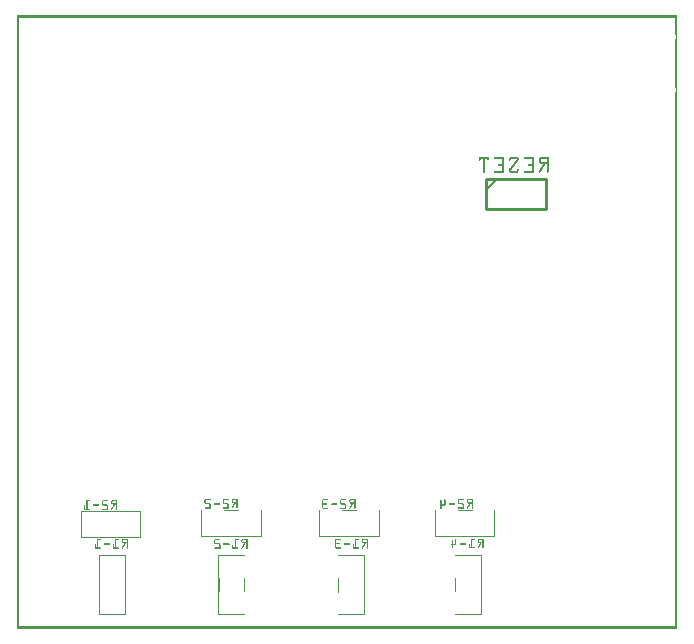
<source format=gbo>
G04 MADE WITH FRITZING*
G04 WWW.FRITZING.ORG*
G04 DOUBLE SIDED*
G04 HOLES PLATED*
G04 CONTOUR ON CENTER OF CONTOUR VECTOR*
%ASAXBY*%
%FSLAX23Y23*%
%MOIN*%
%OFA0B0*%
%SFA1.0B1.0*%
%ADD10C,0.010000*%
%ADD11C,0.005000*%
%ADD12R,0.001000X0.001000*%
%LNSILK0*%
G90*
G70*
G54D10*
X1566Y1500D02*
X1766Y1500D01*
D02*
X1766Y1500D02*
X1766Y1400D01*
D02*
X1766Y1400D02*
X1566Y1400D01*
D02*
X1566Y1400D02*
X1566Y1500D01*
G54D11*
D02*
X1601Y1500D02*
X1566Y1465D01*
G54D12*
X0Y2046D02*
X2202Y2046D01*
X0Y2045D02*
X2202Y2045D01*
X0Y2044D02*
X2202Y2044D01*
X0Y2043D02*
X2202Y2043D01*
X0Y2042D02*
X2202Y2042D01*
X0Y2041D02*
X2202Y2041D01*
X0Y2040D02*
X2202Y2040D01*
X0Y2039D02*
X2202Y2039D01*
X0Y2038D02*
X7Y2038D01*
X2195Y2038D02*
X2202Y2038D01*
X0Y2037D02*
X7Y2037D01*
X2195Y2037D02*
X2202Y2037D01*
X0Y2036D02*
X7Y2036D01*
X2195Y2036D02*
X2202Y2036D01*
X0Y2035D02*
X7Y2035D01*
X2195Y2035D02*
X2202Y2035D01*
X0Y2034D02*
X7Y2034D01*
X2195Y2034D02*
X2202Y2034D01*
X0Y2033D02*
X7Y2033D01*
X2195Y2033D02*
X2202Y2033D01*
X0Y2032D02*
X7Y2032D01*
X2195Y2032D02*
X2202Y2032D01*
X0Y2031D02*
X7Y2031D01*
X2195Y2031D02*
X2202Y2031D01*
X0Y2030D02*
X7Y2030D01*
X2195Y2030D02*
X2202Y2030D01*
X0Y2029D02*
X7Y2029D01*
X2195Y2029D02*
X2202Y2029D01*
X0Y2028D02*
X7Y2028D01*
X2195Y2028D02*
X2202Y2028D01*
X0Y2027D02*
X7Y2027D01*
X2195Y2027D02*
X2202Y2027D01*
X0Y2026D02*
X7Y2026D01*
X2195Y2026D02*
X2202Y2026D01*
X0Y2025D02*
X7Y2025D01*
X2195Y2025D02*
X2202Y2025D01*
X0Y2024D02*
X7Y2024D01*
X2195Y2024D02*
X2202Y2024D01*
X0Y2023D02*
X7Y2023D01*
X2195Y2023D02*
X2202Y2023D01*
X0Y2022D02*
X7Y2022D01*
X2195Y2022D02*
X2202Y2022D01*
X0Y2021D02*
X7Y2021D01*
X2195Y2021D02*
X2202Y2021D01*
X0Y2020D02*
X7Y2020D01*
X2195Y2020D02*
X2202Y2020D01*
X0Y2019D02*
X7Y2019D01*
X2195Y2019D02*
X2202Y2019D01*
X0Y2018D02*
X7Y2018D01*
X2195Y2018D02*
X2202Y2018D01*
X0Y2017D02*
X7Y2017D01*
X2195Y2017D02*
X2202Y2017D01*
X0Y2016D02*
X7Y2016D01*
X2195Y2016D02*
X2202Y2016D01*
X0Y2015D02*
X7Y2015D01*
X2195Y2015D02*
X2202Y2015D01*
X0Y2014D02*
X7Y2014D01*
X2195Y2014D02*
X2202Y2014D01*
X0Y2013D02*
X7Y2013D01*
X2195Y2013D02*
X2202Y2013D01*
X0Y2012D02*
X7Y2012D01*
X2195Y2012D02*
X2202Y2012D01*
X0Y2011D02*
X7Y2011D01*
X2195Y2011D02*
X2202Y2011D01*
X0Y2010D02*
X7Y2010D01*
X2195Y2010D02*
X2202Y2010D01*
X0Y2009D02*
X7Y2009D01*
X2195Y2009D02*
X2202Y2009D01*
X0Y2008D02*
X7Y2008D01*
X2195Y2008D02*
X2202Y2008D01*
X0Y2007D02*
X7Y2007D01*
X2195Y2007D02*
X2202Y2007D01*
X0Y2006D02*
X7Y2006D01*
X2195Y2006D02*
X2202Y2006D01*
X0Y2005D02*
X7Y2005D01*
X2195Y2005D02*
X2202Y2005D01*
X0Y2004D02*
X7Y2004D01*
X2195Y2004D02*
X2202Y2004D01*
X0Y2003D02*
X7Y2003D01*
X2195Y2003D02*
X2202Y2003D01*
X0Y2002D02*
X7Y2002D01*
X2195Y2002D02*
X2202Y2002D01*
X0Y2001D02*
X7Y2001D01*
X2195Y2001D02*
X2202Y2001D01*
X0Y2000D02*
X7Y2000D01*
X2195Y2000D02*
X2202Y2000D01*
X0Y1999D02*
X7Y1999D01*
X2195Y1999D02*
X2202Y1999D01*
X0Y1998D02*
X7Y1998D01*
X2195Y1998D02*
X2202Y1998D01*
X0Y1997D02*
X7Y1997D01*
X2195Y1997D02*
X2202Y1997D01*
X0Y1996D02*
X7Y1996D01*
X2195Y1996D02*
X2202Y1996D01*
X0Y1995D02*
X7Y1995D01*
X2195Y1995D02*
X2202Y1995D01*
X0Y1994D02*
X7Y1994D01*
X2195Y1994D02*
X2202Y1994D01*
X0Y1993D02*
X7Y1993D01*
X2195Y1993D02*
X2202Y1993D01*
X0Y1992D02*
X7Y1992D01*
X2195Y1992D02*
X2202Y1992D01*
X0Y1991D02*
X7Y1991D01*
X2195Y1991D02*
X2202Y1991D01*
X0Y1990D02*
X7Y1990D01*
X2195Y1990D02*
X2202Y1990D01*
X0Y1989D02*
X7Y1989D01*
X2195Y1989D02*
X2202Y1989D01*
X0Y1988D02*
X7Y1988D01*
X2195Y1988D02*
X2202Y1988D01*
X0Y1987D02*
X7Y1987D01*
X2195Y1987D02*
X2202Y1987D01*
X0Y1986D02*
X7Y1986D01*
X2195Y1986D02*
X2202Y1986D01*
X0Y1985D02*
X7Y1985D01*
X2196Y1985D02*
X2202Y1985D01*
X0Y1984D02*
X7Y1984D01*
X2196Y1984D02*
X2202Y1984D01*
X0Y1983D02*
X7Y1983D01*
X2196Y1983D02*
X2202Y1983D01*
X0Y1982D02*
X7Y1982D01*
X2196Y1982D02*
X2202Y1982D01*
X0Y1981D02*
X7Y1981D01*
X2197Y1981D02*
X2202Y1981D01*
X0Y1980D02*
X7Y1980D01*
X2197Y1980D02*
X2202Y1980D01*
X0Y1979D02*
X7Y1979D01*
X2197Y1979D02*
X2202Y1979D01*
X0Y1978D02*
X7Y1978D01*
X2197Y1978D02*
X2202Y1978D01*
X0Y1977D02*
X7Y1977D01*
X2197Y1977D02*
X2202Y1977D01*
X0Y1976D02*
X7Y1976D01*
X2197Y1976D02*
X2202Y1976D01*
X0Y1975D02*
X7Y1975D01*
X2197Y1975D02*
X2202Y1975D01*
X0Y1974D02*
X7Y1974D01*
X2197Y1974D02*
X2202Y1974D01*
X0Y1973D02*
X7Y1973D01*
X2197Y1973D02*
X2202Y1973D01*
X0Y1972D02*
X7Y1972D01*
X2197Y1972D02*
X2202Y1972D01*
X0Y1971D02*
X7Y1971D01*
X2197Y1971D02*
X2202Y1971D01*
X0Y1970D02*
X7Y1970D01*
X2197Y1970D02*
X2202Y1970D01*
X0Y1969D02*
X7Y1969D01*
X2197Y1969D02*
X2202Y1969D01*
X0Y1968D02*
X7Y1968D01*
X2197Y1968D02*
X2202Y1968D01*
X0Y1967D02*
X7Y1967D01*
X2197Y1967D02*
X2202Y1967D01*
X0Y1966D02*
X7Y1966D01*
X2196Y1966D02*
X2202Y1966D01*
X0Y1965D02*
X7Y1965D01*
X2196Y1965D02*
X2202Y1965D01*
X0Y1964D02*
X7Y1964D01*
X2196Y1964D02*
X2202Y1964D01*
X0Y1963D02*
X7Y1963D01*
X2195Y1963D02*
X2202Y1963D01*
X0Y1962D02*
X7Y1962D01*
X2195Y1962D02*
X2202Y1962D01*
X0Y1961D02*
X7Y1961D01*
X2195Y1961D02*
X2202Y1961D01*
X0Y1960D02*
X7Y1960D01*
X2195Y1960D02*
X2202Y1960D01*
X0Y1959D02*
X7Y1959D01*
X2195Y1959D02*
X2202Y1959D01*
X0Y1958D02*
X7Y1958D01*
X2195Y1958D02*
X2202Y1958D01*
X0Y1957D02*
X7Y1957D01*
X2195Y1957D02*
X2202Y1957D01*
X0Y1956D02*
X7Y1956D01*
X2195Y1956D02*
X2202Y1956D01*
X0Y1955D02*
X7Y1955D01*
X2195Y1955D02*
X2202Y1955D01*
X0Y1954D02*
X7Y1954D01*
X2195Y1954D02*
X2202Y1954D01*
X0Y1953D02*
X7Y1953D01*
X2195Y1953D02*
X2202Y1953D01*
X0Y1952D02*
X7Y1952D01*
X2195Y1952D02*
X2202Y1952D01*
X0Y1951D02*
X7Y1951D01*
X2195Y1951D02*
X2202Y1951D01*
X0Y1950D02*
X7Y1950D01*
X2195Y1950D02*
X2202Y1950D01*
X0Y1949D02*
X7Y1949D01*
X2195Y1949D02*
X2202Y1949D01*
X0Y1948D02*
X7Y1948D01*
X2195Y1948D02*
X2202Y1948D01*
X0Y1947D02*
X7Y1947D01*
X2195Y1947D02*
X2202Y1947D01*
X0Y1946D02*
X7Y1946D01*
X2195Y1946D02*
X2202Y1946D01*
X0Y1945D02*
X7Y1945D01*
X2195Y1945D02*
X2202Y1945D01*
X0Y1944D02*
X7Y1944D01*
X2195Y1944D02*
X2202Y1944D01*
X0Y1943D02*
X7Y1943D01*
X2195Y1943D02*
X2202Y1943D01*
X0Y1942D02*
X7Y1942D01*
X2195Y1942D02*
X2202Y1942D01*
X0Y1941D02*
X7Y1941D01*
X2195Y1941D02*
X2202Y1941D01*
X0Y1940D02*
X7Y1940D01*
X2195Y1940D02*
X2202Y1940D01*
X0Y1939D02*
X7Y1939D01*
X2195Y1939D02*
X2202Y1939D01*
X0Y1938D02*
X7Y1938D01*
X2195Y1938D02*
X2202Y1938D01*
X0Y1937D02*
X7Y1937D01*
X2195Y1937D02*
X2202Y1937D01*
X0Y1936D02*
X7Y1936D01*
X2195Y1936D02*
X2202Y1936D01*
X0Y1935D02*
X7Y1935D01*
X2195Y1935D02*
X2202Y1935D01*
X0Y1934D02*
X7Y1934D01*
X2195Y1934D02*
X2202Y1934D01*
X0Y1933D02*
X7Y1933D01*
X2195Y1933D02*
X2202Y1933D01*
X0Y1932D02*
X7Y1932D01*
X2195Y1932D02*
X2202Y1932D01*
X0Y1931D02*
X7Y1931D01*
X2195Y1931D02*
X2202Y1931D01*
X0Y1930D02*
X7Y1930D01*
X2195Y1930D02*
X2202Y1930D01*
X0Y1929D02*
X7Y1929D01*
X2195Y1929D02*
X2202Y1929D01*
X0Y1928D02*
X7Y1928D01*
X2195Y1928D02*
X2202Y1928D01*
X0Y1927D02*
X7Y1927D01*
X2195Y1927D02*
X2202Y1927D01*
X0Y1926D02*
X7Y1926D01*
X2195Y1926D02*
X2202Y1926D01*
X0Y1925D02*
X7Y1925D01*
X2195Y1925D02*
X2202Y1925D01*
X0Y1924D02*
X7Y1924D01*
X2195Y1924D02*
X2202Y1924D01*
X0Y1923D02*
X7Y1923D01*
X2195Y1923D02*
X2202Y1923D01*
X0Y1922D02*
X7Y1922D01*
X2195Y1922D02*
X2202Y1922D01*
X0Y1921D02*
X7Y1921D01*
X2195Y1921D02*
X2202Y1921D01*
X0Y1920D02*
X7Y1920D01*
X2195Y1920D02*
X2202Y1920D01*
X0Y1919D02*
X7Y1919D01*
X2195Y1919D02*
X2202Y1919D01*
X0Y1918D02*
X7Y1918D01*
X2195Y1918D02*
X2202Y1918D01*
X0Y1917D02*
X7Y1917D01*
X2195Y1917D02*
X2202Y1917D01*
X0Y1916D02*
X7Y1916D01*
X2195Y1916D02*
X2202Y1916D01*
X0Y1915D02*
X7Y1915D01*
X2195Y1915D02*
X2202Y1915D01*
X0Y1914D02*
X7Y1914D01*
X2195Y1914D02*
X2202Y1914D01*
X0Y1913D02*
X7Y1913D01*
X2195Y1913D02*
X2202Y1913D01*
X0Y1912D02*
X7Y1912D01*
X2195Y1912D02*
X2202Y1912D01*
X0Y1911D02*
X7Y1911D01*
X2195Y1911D02*
X2202Y1911D01*
X0Y1910D02*
X7Y1910D01*
X2195Y1910D02*
X2202Y1910D01*
X0Y1909D02*
X7Y1909D01*
X2195Y1909D02*
X2202Y1909D01*
X0Y1908D02*
X7Y1908D01*
X2195Y1908D02*
X2202Y1908D01*
X0Y1907D02*
X7Y1907D01*
X2195Y1907D02*
X2202Y1907D01*
X0Y1906D02*
X7Y1906D01*
X2195Y1906D02*
X2202Y1906D01*
X0Y1905D02*
X7Y1905D01*
X2195Y1905D02*
X2202Y1905D01*
X0Y1904D02*
X7Y1904D01*
X2195Y1904D02*
X2202Y1904D01*
X0Y1903D02*
X7Y1903D01*
X2195Y1903D02*
X2202Y1903D01*
X0Y1902D02*
X7Y1902D01*
X2195Y1902D02*
X2202Y1902D01*
X0Y1901D02*
X7Y1901D01*
X2195Y1901D02*
X2202Y1901D01*
X0Y1900D02*
X7Y1900D01*
X2195Y1900D02*
X2202Y1900D01*
X0Y1899D02*
X7Y1899D01*
X2195Y1899D02*
X2202Y1899D01*
X0Y1898D02*
X7Y1898D01*
X2195Y1898D02*
X2202Y1898D01*
X0Y1897D02*
X7Y1897D01*
X2195Y1897D02*
X2202Y1897D01*
X0Y1896D02*
X7Y1896D01*
X2195Y1896D02*
X2202Y1896D01*
X0Y1895D02*
X7Y1895D01*
X2195Y1895D02*
X2202Y1895D01*
X0Y1894D02*
X7Y1894D01*
X2195Y1894D02*
X2202Y1894D01*
X0Y1893D02*
X7Y1893D01*
X2195Y1893D02*
X2202Y1893D01*
X0Y1892D02*
X7Y1892D01*
X2195Y1892D02*
X2202Y1892D01*
X0Y1891D02*
X7Y1891D01*
X2195Y1891D02*
X2202Y1891D01*
X0Y1890D02*
X7Y1890D01*
X2195Y1890D02*
X2202Y1890D01*
X0Y1889D02*
X7Y1889D01*
X2195Y1889D02*
X2202Y1889D01*
X0Y1888D02*
X7Y1888D01*
X2195Y1888D02*
X2202Y1888D01*
X0Y1887D02*
X7Y1887D01*
X2195Y1887D02*
X2202Y1887D01*
X0Y1886D02*
X7Y1886D01*
X2195Y1886D02*
X2202Y1886D01*
X0Y1885D02*
X7Y1885D01*
X2195Y1885D02*
X2202Y1885D01*
X0Y1884D02*
X7Y1884D01*
X2195Y1884D02*
X2202Y1884D01*
X0Y1883D02*
X7Y1883D01*
X2195Y1883D02*
X2202Y1883D01*
X0Y1882D02*
X7Y1882D01*
X2195Y1882D02*
X2202Y1882D01*
X0Y1881D02*
X7Y1881D01*
X2195Y1881D02*
X2202Y1881D01*
X0Y1880D02*
X7Y1880D01*
X2195Y1880D02*
X2202Y1880D01*
X0Y1879D02*
X7Y1879D01*
X2195Y1879D02*
X2202Y1879D01*
X0Y1878D02*
X7Y1878D01*
X2195Y1878D02*
X2202Y1878D01*
X0Y1877D02*
X7Y1877D01*
X2195Y1877D02*
X2202Y1877D01*
X0Y1876D02*
X7Y1876D01*
X2195Y1876D02*
X2202Y1876D01*
X0Y1875D02*
X7Y1875D01*
X2195Y1875D02*
X2202Y1875D01*
X0Y1874D02*
X7Y1874D01*
X2195Y1874D02*
X2202Y1874D01*
X0Y1873D02*
X7Y1873D01*
X2195Y1873D02*
X2202Y1873D01*
X0Y1872D02*
X7Y1872D01*
X2195Y1872D02*
X2202Y1872D01*
X0Y1871D02*
X7Y1871D01*
X2195Y1871D02*
X2202Y1871D01*
X0Y1870D02*
X7Y1870D01*
X2195Y1870D02*
X2202Y1870D01*
X0Y1869D02*
X7Y1869D01*
X2195Y1869D02*
X2202Y1869D01*
X0Y1868D02*
X7Y1868D01*
X2195Y1868D02*
X2202Y1868D01*
X0Y1867D02*
X7Y1867D01*
X2195Y1867D02*
X2202Y1867D01*
X0Y1866D02*
X7Y1866D01*
X2195Y1866D02*
X2202Y1866D01*
X0Y1865D02*
X7Y1865D01*
X2195Y1865D02*
X2202Y1865D01*
X0Y1864D02*
X7Y1864D01*
X2195Y1864D02*
X2202Y1864D01*
X0Y1863D02*
X7Y1863D01*
X2195Y1863D02*
X2202Y1863D01*
X0Y1862D02*
X7Y1862D01*
X2195Y1862D02*
X2202Y1862D01*
X0Y1861D02*
X7Y1861D01*
X2195Y1861D02*
X2202Y1861D01*
X0Y1860D02*
X7Y1860D01*
X2195Y1860D02*
X2202Y1860D01*
X0Y1859D02*
X7Y1859D01*
X2195Y1859D02*
X2202Y1859D01*
X0Y1858D02*
X7Y1858D01*
X2195Y1858D02*
X2202Y1858D01*
X0Y1857D02*
X7Y1857D01*
X2195Y1857D02*
X2202Y1857D01*
X0Y1856D02*
X7Y1856D01*
X2195Y1856D02*
X2202Y1856D01*
X0Y1855D02*
X7Y1855D01*
X2195Y1855D02*
X2202Y1855D01*
X0Y1854D02*
X7Y1854D01*
X2195Y1854D02*
X2202Y1854D01*
X0Y1853D02*
X7Y1853D01*
X2195Y1853D02*
X2202Y1853D01*
X0Y1852D02*
X7Y1852D01*
X2195Y1852D02*
X2202Y1852D01*
X0Y1851D02*
X7Y1851D01*
X2195Y1851D02*
X2202Y1851D01*
X0Y1850D02*
X7Y1850D01*
X2195Y1850D02*
X2202Y1850D01*
X0Y1849D02*
X7Y1849D01*
X2195Y1849D02*
X2202Y1849D01*
X0Y1848D02*
X7Y1848D01*
X2195Y1848D02*
X2202Y1848D01*
X0Y1847D02*
X7Y1847D01*
X2195Y1847D02*
X2202Y1847D01*
X0Y1846D02*
X7Y1846D01*
X2195Y1846D02*
X2202Y1846D01*
X0Y1845D02*
X7Y1845D01*
X2195Y1845D02*
X2202Y1845D01*
X0Y1844D02*
X7Y1844D01*
X2195Y1844D02*
X2202Y1844D01*
X0Y1843D02*
X7Y1843D01*
X2195Y1843D02*
X2202Y1843D01*
X0Y1842D02*
X7Y1842D01*
X2195Y1842D02*
X2202Y1842D01*
X0Y1841D02*
X7Y1841D01*
X2195Y1841D02*
X2202Y1841D01*
X0Y1840D02*
X7Y1840D01*
X2195Y1840D02*
X2202Y1840D01*
X0Y1839D02*
X7Y1839D01*
X2195Y1839D02*
X2202Y1839D01*
X0Y1838D02*
X7Y1838D01*
X2195Y1838D02*
X2202Y1838D01*
X0Y1837D02*
X7Y1837D01*
X2195Y1837D02*
X2202Y1837D01*
X0Y1836D02*
X7Y1836D01*
X2195Y1836D02*
X2202Y1836D01*
X0Y1835D02*
X7Y1835D01*
X2195Y1835D02*
X2202Y1835D01*
X0Y1834D02*
X7Y1834D01*
X2195Y1834D02*
X2202Y1834D01*
X0Y1833D02*
X7Y1833D01*
X2195Y1833D02*
X2202Y1833D01*
X0Y1832D02*
X7Y1832D01*
X2195Y1832D02*
X2202Y1832D01*
X0Y1831D02*
X7Y1831D01*
X2195Y1831D02*
X2202Y1831D01*
X0Y1830D02*
X7Y1830D01*
X2195Y1830D02*
X2202Y1830D01*
X0Y1829D02*
X7Y1829D01*
X2195Y1829D02*
X2202Y1829D01*
X0Y1828D02*
X7Y1828D01*
X2195Y1828D02*
X2202Y1828D01*
X0Y1827D02*
X7Y1827D01*
X2195Y1827D02*
X2202Y1827D01*
X0Y1826D02*
X7Y1826D01*
X2195Y1826D02*
X2202Y1826D01*
X0Y1825D02*
X7Y1825D01*
X2195Y1825D02*
X2202Y1825D01*
X0Y1824D02*
X7Y1824D01*
X2195Y1824D02*
X2202Y1824D01*
X0Y1823D02*
X7Y1823D01*
X2195Y1823D02*
X2202Y1823D01*
X0Y1822D02*
X7Y1822D01*
X2195Y1822D02*
X2202Y1822D01*
X0Y1821D02*
X7Y1821D01*
X2195Y1821D02*
X2202Y1821D01*
X0Y1820D02*
X7Y1820D01*
X2195Y1820D02*
X2202Y1820D01*
X0Y1819D02*
X7Y1819D01*
X2195Y1819D02*
X2202Y1819D01*
X0Y1818D02*
X7Y1818D01*
X2195Y1818D02*
X2202Y1818D01*
X0Y1817D02*
X7Y1817D01*
X2195Y1817D02*
X2202Y1817D01*
X0Y1816D02*
X7Y1816D01*
X2195Y1816D02*
X2202Y1816D01*
X0Y1815D02*
X7Y1815D01*
X2195Y1815D02*
X2202Y1815D01*
X0Y1814D02*
X7Y1814D01*
X2195Y1814D02*
X2202Y1814D01*
X0Y1813D02*
X7Y1813D01*
X2195Y1813D02*
X2202Y1813D01*
X0Y1812D02*
X7Y1812D01*
X2195Y1812D02*
X2202Y1812D01*
X0Y1811D02*
X7Y1811D01*
X2195Y1811D02*
X2202Y1811D01*
X0Y1810D02*
X7Y1810D01*
X2195Y1810D02*
X2202Y1810D01*
X0Y1809D02*
X7Y1809D01*
X2195Y1809D02*
X2202Y1809D01*
X0Y1808D02*
X7Y1808D01*
X2196Y1808D02*
X2202Y1808D01*
X0Y1807D02*
X7Y1807D01*
X2196Y1807D02*
X2202Y1807D01*
X0Y1806D02*
X7Y1806D01*
X2196Y1806D02*
X2202Y1806D01*
X0Y1805D02*
X7Y1805D01*
X2196Y1805D02*
X2202Y1805D01*
X0Y1804D02*
X7Y1804D01*
X2197Y1804D02*
X2202Y1804D01*
X0Y1803D02*
X7Y1803D01*
X2197Y1803D02*
X2202Y1803D01*
X0Y1802D02*
X7Y1802D01*
X2197Y1802D02*
X2202Y1802D01*
X0Y1801D02*
X7Y1801D01*
X2197Y1801D02*
X2202Y1801D01*
X0Y1800D02*
X7Y1800D01*
X2197Y1800D02*
X2202Y1800D01*
X0Y1799D02*
X7Y1799D01*
X2197Y1799D02*
X2202Y1799D01*
X0Y1798D02*
X7Y1798D01*
X2197Y1798D02*
X2202Y1798D01*
X0Y1797D02*
X7Y1797D01*
X2197Y1797D02*
X2202Y1797D01*
X0Y1796D02*
X7Y1796D01*
X2197Y1796D02*
X2202Y1796D01*
X0Y1795D02*
X7Y1795D01*
X2197Y1795D02*
X2202Y1795D01*
X0Y1794D02*
X7Y1794D01*
X2197Y1794D02*
X2202Y1794D01*
X0Y1793D02*
X7Y1793D01*
X2197Y1793D02*
X2202Y1793D01*
X0Y1792D02*
X7Y1792D01*
X2197Y1792D02*
X2202Y1792D01*
X0Y1791D02*
X7Y1791D01*
X2197Y1791D02*
X2202Y1791D01*
X0Y1790D02*
X7Y1790D01*
X2197Y1790D02*
X2202Y1790D01*
X0Y1789D02*
X7Y1789D01*
X2196Y1789D02*
X2202Y1789D01*
X0Y1788D02*
X7Y1788D01*
X2196Y1788D02*
X2202Y1788D01*
X0Y1787D02*
X7Y1787D01*
X2196Y1787D02*
X2202Y1787D01*
X0Y1786D02*
X7Y1786D01*
X2195Y1786D02*
X2202Y1786D01*
X0Y1785D02*
X7Y1785D01*
X2195Y1785D02*
X2202Y1785D01*
X0Y1784D02*
X7Y1784D01*
X2195Y1784D02*
X2202Y1784D01*
X0Y1783D02*
X7Y1783D01*
X2195Y1783D02*
X2202Y1783D01*
X0Y1782D02*
X7Y1782D01*
X2195Y1782D02*
X2202Y1782D01*
X0Y1781D02*
X7Y1781D01*
X2195Y1781D02*
X2202Y1781D01*
X0Y1780D02*
X7Y1780D01*
X2195Y1780D02*
X2202Y1780D01*
X0Y1779D02*
X7Y1779D01*
X2195Y1779D02*
X2202Y1779D01*
X0Y1778D02*
X7Y1778D01*
X2195Y1778D02*
X2202Y1778D01*
X0Y1777D02*
X7Y1777D01*
X2195Y1777D02*
X2202Y1777D01*
X0Y1776D02*
X7Y1776D01*
X2195Y1776D02*
X2202Y1776D01*
X0Y1775D02*
X7Y1775D01*
X2195Y1775D02*
X2202Y1775D01*
X0Y1774D02*
X7Y1774D01*
X2195Y1774D02*
X2202Y1774D01*
X0Y1773D02*
X7Y1773D01*
X2195Y1773D02*
X2202Y1773D01*
X0Y1772D02*
X7Y1772D01*
X2195Y1772D02*
X2202Y1772D01*
X0Y1771D02*
X7Y1771D01*
X2195Y1771D02*
X2202Y1771D01*
X0Y1770D02*
X7Y1770D01*
X2195Y1770D02*
X2202Y1770D01*
X0Y1769D02*
X7Y1769D01*
X2195Y1769D02*
X2202Y1769D01*
X0Y1768D02*
X7Y1768D01*
X2195Y1768D02*
X2202Y1768D01*
X0Y1767D02*
X7Y1767D01*
X2195Y1767D02*
X2202Y1767D01*
X0Y1766D02*
X7Y1766D01*
X2195Y1766D02*
X2202Y1766D01*
X0Y1765D02*
X7Y1765D01*
X2195Y1765D02*
X2202Y1765D01*
X0Y1764D02*
X7Y1764D01*
X2195Y1764D02*
X2202Y1764D01*
X0Y1763D02*
X7Y1763D01*
X2195Y1763D02*
X2202Y1763D01*
X0Y1762D02*
X7Y1762D01*
X2195Y1762D02*
X2202Y1762D01*
X0Y1761D02*
X7Y1761D01*
X2195Y1761D02*
X2202Y1761D01*
X0Y1760D02*
X7Y1760D01*
X2195Y1760D02*
X2202Y1760D01*
X0Y1759D02*
X7Y1759D01*
X2195Y1759D02*
X2202Y1759D01*
X0Y1758D02*
X7Y1758D01*
X2195Y1758D02*
X2202Y1758D01*
X0Y1757D02*
X7Y1757D01*
X2195Y1757D02*
X2202Y1757D01*
X0Y1756D02*
X7Y1756D01*
X2195Y1756D02*
X2202Y1756D01*
X0Y1755D02*
X7Y1755D01*
X2195Y1755D02*
X2202Y1755D01*
X0Y1754D02*
X7Y1754D01*
X2195Y1754D02*
X2202Y1754D01*
X0Y1753D02*
X7Y1753D01*
X2195Y1753D02*
X2202Y1753D01*
X0Y1752D02*
X7Y1752D01*
X2195Y1752D02*
X2202Y1752D01*
X0Y1751D02*
X7Y1751D01*
X2195Y1751D02*
X2202Y1751D01*
X0Y1750D02*
X7Y1750D01*
X2195Y1750D02*
X2202Y1750D01*
X0Y1749D02*
X7Y1749D01*
X2195Y1749D02*
X2202Y1749D01*
X0Y1748D02*
X7Y1748D01*
X2195Y1748D02*
X2202Y1748D01*
X0Y1747D02*
X7Y1747D01*
X2195Y1747D02*
X2202Y1747D01*
X0Y1746D02*
X7Y1746D01*
X2195Y1746D02*
X2202Y1746D01*
X0Y1745D02*
X7Y1745D01*
X2195Y1745D02*
X2202Y1745D01*
X0Y1744D02*
X7Y1744D01*
X2195Y1744D02*
X2202Y1744D01*
X0Y1743D02*
X7Y1743D01*
X2195Y1743D02*
X2202Y1743D01*
X0Y1742D02*
X7Y1742D01*
X2195Y1742D02*
X2202Y1742D01*
X0Y1741D02*
X7Y1741D01*
X2195Y1741D02*
X2202Y1741D01*
X0Y1740D02*
X7Y1740D01*
X2195Y1740D02*
X2202Y1740D01*
X0Y1739D02*
X7Y1739D01*
X2195Y1739D02*
X2202Y1739D01*
X0Y1738D02*
X7Y1738D01*
X2195Y1738D02*
X2202Y1738D01*
X0Y1737D02*
X7Y1737D01*
X2195Y1737D02*
X2202Y1737D01*
X0Y1736D02*
X7Y1736D01*
X2195Y1736D02*
X2202Y1736D01*
X0Y1735D02*
X7Y1735D01*
X2195Y1735D02*
X2202Y1735D01*
X0Y1734D02*
X7Y1734D01*
X2195Y1734D02*
X2202Y1734D01*
X0Y1733D02*
X7Y1733D01*
X2195Y1733D02*
X2202Y1733D01*
X0Y1732D02*
X7Y1732D01*
X2195Y1732D02*
X2202Y1732D01*
X0Y1731D02*
X7Y1731D01*
X2195Y1731D02*
X2202Y1731D01*
X0Y1730D02*
X7Y1730D01*
X2195Y1730D02*
X2202Y1730D01*
X0Y1729D02*
X7Y1729D01*
X2195Y1729D02*
X2202Y1729D01*
X0Y1728D02*
X7Y1728D01*
X2195Y1728D02*
X2202Y1728D01*
X0Y1727D02*
X7Y1727D01*
X2195Y1727D02*
X2202Y1727D01*
X0Y1726D02*
X7Y1726D01*
X2195Y1726D02*
X2202Y1726D01*
X0Y1725D02*
X7Y1725D01*
X2195Y1725D02*
X2202Y1725D01*
X0Y1724D02*
X7Y1724D01*
X2195Y1724D02*
X2202Y1724D01*
X0Y1723D02*
X7Y1723D01*
X2195Y1723D02*
X2202Y1723D01*
X0Y1722D02*
X7Y1722D01*
X2195Y1722D02*
X2202Y1722D01*
X0Y1721D02*
X7Y1721D01*
X2195Y1721D02*
X2202Y1721D01*
X0Y1720D02*
X7Y1720D01*
X2195Y1720D02*
X2202Y1720D01*
X0Y1719D02*
X7Y1719D01*
X2195Y1719D02*
X2202Y1719D01*
X0Y1718D02*
X7Y1718D01*
X2195Y1718D02*
X2202Y1718D01*
X0Y1717D02*
X7Y1717D01*
X2195Y1717D02*
X2202Y1717D01*
X0Y1716D02*
X7Y1716D01*
X2195Y1716D02*
X2202Y1716D01*
X0Y1715D02*
X7Y1715D01*
X2195Y1715D02*
X2202Y1715D01*
X0Y1714D02*
X7Y1714D01*
X2195Y1714D02*
X2202Y1714D01*
X0Y1713D02*
X7Y1713D01*
X2195Y1713D02*
X2202Y1713D01*
X0Y1712D02*
X7Y1712D01*
X2195Y1712D02*
X2202Y1712D01*
X0Y1711D02*
X7Y1711D01*
X2195Y1711D02*
X2202Y1711D01*
X0Y1710D02*
X7Y1710D01*
X2195Y1710D02*
X2202Y1710D01*
X0Y1709D02*
X7Y1709D01*
X2195Y1709D02*
X2202Y1709D01*
X0Y1708D02*
X7Y1708D01*
X2195Y1708D02*
X2202Y1708D01*
X0Y1707D02*
X7Y1707D01*
X2195Y1707D02*
X2202Y1707D01*
X0Y1706D02*
X7Y1706D01*
X2195Y1706D02*
X2202Y1706D01*
X0Y1705D02*
X7Y1705D01*
X2195Y1705D02*
X2202Y1705D01*
X0Y1704D02*
X7Y1704D01*
X2195Y1704D02*
X2202Y1704D01*
X0Y1703D02*
X7Y1703D01*
X2195Y1703D02*
X2202Y1703D01*
X0Y1702D02*
X7Y1702D01*
X2195Y1702D02*
X2202Y1702D01*
X0Y1701D02*
X7Y1701D01*
X2195Y1701D02*
X2202Y1701D01*
X0Y1700D02*
X7Y1700D01*
X2195Y1700D02*
X2202Y1700D01*
X0Y1699D02*
X7Y1699D01*
X2195Y1699D02*
X2202Y1699D01*
X0Y1698D02*
X7Y1698D01*
X2195Y1698D02*
X2202Y1698D01*
X0Y1697D02*
X7Y1697D01*
X2195Y1697D02*
X2202Y1697D01*
X0Y1696D02*
X7Y1696D01*
X2195Y1696D02*
X2202Y1696D01*
X0Y1695D02*
X7Y1695D01*
X2195Y1695D02*
X2202Y1695D01*
X0Y1694D02*
X7Y1694D01*
X2195Y1694D02*
X2202Y1694D01*
X0Y1693D02*
X7Y1693D01*
X2195Y1693D02*
X2202Y1693D01*
X0Y1692D02*
X7Y1692D01*
X2195Y1692D02*
X2202Y1692D01*
X0Y1691D02*
X7Y1691D01*
X2195Y1691D02*
X2202Y1691D01*
X0Y1690D02*
X7Y1690D01*
X2195Y1690D02*
X2202Y1690D01*
X0Y1689D02*
X7Y1689D01*
X2195Y1689D02*
X2202Y1689D01*
X0Y1688D02*
X7Y1688D01*
X2195Y1688D02*
X2202Y1688D01*
X0Y1687D02*
X7Y1687D01*
X2195Y1687D02*
X2202Y1687D01*
X0Y1686D02*
X7Y1686D01*
X2195Y1686D02*
X2202Y1686D01*
X0Y1685D02*
X7Y1685D01*
X2195Y1685D02*
X2202Y1685D01*
X0Y1684D02*
X7Y1684D01*
X2195Y1684D02*
X2202Y1684D01*
X0Y1683D02*
X7Y1683D01*
X2195Y1683D02*
X2202Y1683D01*
X0Y1682D02*
X7Y1682D01*
X2195Y1682D02*
X2202Y1682D01*
X0Y1681D02*
X7Y1681D01*
X2195Y1681D02*
X2202Y1681D01*
X0Y1680D02*
X7Y1680D01*
X2195Y1680D02*
X2202Y1680D01*
X0Y1679D02*
X7Y1679D01*
X2195Y1679D02*
X2202Y1679D01*
X0Y1678D02*
X7Y1678D01*
X2195Y1678D02*
X2202Y1678D01*
X0Y1677D02*
X7Y1677D01*
X2195Y1677D02*
X2202Y1677D01*
X0Y1676D02*
X7Y1676D01*
X2195Y1676D02*
X2202Y1676D01*
X0Y1675D02*
X7Y1675D01*
X2195Y1675D02*
X2202Y1675D01*
X0Y1674D02*
X7Y1674D01*
X2195Y1674D02*
X2202Y1674D01*
X0Y1673D02*
X7Y1673D01*
X2195Y1673D02*
X2202Y1673D01*
X0Y1672D02*
X7Y1672D01*
X2195Y1672D02*
X2202Y1672D01*
X0Y1671D02*
X7Y1671D01*
X2195Y1671D02*
X2202Y1671D01*
X0Y1670D02*
X7Y1670D01*
X2195Y1670D02*
X2202Y1670D01*
X0Y1669D02*
X7Y1669D01*
X2195Y1669D02*
X2202Y1669D01*
X0Y1668D02*
X7Y1668D01*
X2195Y1668D02*
X2202Y1668D01*
X0Y1667D02*
X7Y1667D01*
X2195Y1667D02*
X2202Y1667D01*
X0Y1666D02*
X7Y1666D01*
X2195Y1666D02*
X2202Y1666D01*
X0Y1665D02*
X7Y1665D01*
X2195Y1665D02*
X2202Y1665D01*
X0Y1664D02*
X7Y1664D01*
X2195Y1664D02*
X2202Y1664D01*
X0Y1663D02*
X7Y1663D01*
X2195Y1663D02*
X2202Y1663D01*
X0Y1662D02*
X7Y1662D01*
X2195Y1662D02*
X2202Y1662D01*
X0Y1661D02*
X7Y1661D01*
X2195Y1661D02*
X2202Y1661D01*
X0Y1660D02*
X7Y1660D01*
X2195Y1660D02*
X2202Y1660D01*
X0Y1659D02*
X7Y1659D01*
X2195Y1659D02*
X2202Y1659D01*
X0Y1658D02*
X7Y1658D01*
X2195Y1658D02*
X2202Y1658D01*
X0Y1657D02*
X7Y1657D01*
X2195Y1657D02*
X2202Y1657D01*
X0Y1656D02*
X7Y1656D01*
X2195Y1656D02*
X2202Y1656D01*
X0Y1655D02*
X7Y1655D01*
X2195Y1655D02*
X2202Y1655D01*
X0Y1654D02*
X7Y1654D01*
X2195Y1654D02*
X2202Y1654D01*
X0Y1653D02*
X7Y1653D01*
X2195Y1653D02*
X2202Y1653D01*
X0Y1652D02*
X7Y1652D01*
X2195Y1652D02*
X2202Y1652D01*
X0Y1651D02*
X7Y1651D01*
X2195Y1651D02*
X2202Y1651D01*
X0Y1650D02*
X7Y1650D01*
X2195Y1650D02*
X2202Y1650D01*
X0Y1649D02*
X7Y1649D01*
X2195Y1649D02*
X2202Y1649D01*
X0Y1648D02*
X7Y1648D01*
X2195Y1648D02*
X2202Y1648D01*
X0Y1647D02*
X7Y1647D01*
X2195Y1647D02*
X2202Y1647D01*
X0Y1646D02*
X7Y1646D01*
X2195Y1646D02*
X2202Y1646D01*
X0Y1645D02*
X7Y1645D01*
X2195Y1645D02*
X2202Y1645D01*
X0Y1644D02*
X7Y1644D01*
X2195Y1644D02*
X2202Y1644D01*
X0Y1643D02*
X7Y1643D01*
X2195Y1643D02*
X2202Y1643D01*
X0Y1642D02*
X7Y1642D01*
X2195Y1642D02*
X2202Y1642D01*
X0Y1641D02*
X7Y1641D01*
X2195Y1641D02*
X2202Y1641D01*
X0Y1640D02*
X7Y1640D01*
X2195Y1640D02*
X2202Y1640D01*
X0Y1639D02*
X7Y1639D01*
X2195Y1639D02*
X2202Y1639D01*
X0Y1638D02*
X7Y1638D01*
X2195Y1638D02*
X2202Y1638D01*
X0Y1637D02*
X7Y1637D01*
X2195Y1637D02*
X2202Y1637D01*
X0Y1636D02*
X7Y1636D01*
X2195Y1636D02*
X2202Y1636D01*
X0Y1635D02*
X7Y1635D01*
X2195Y1635D02*
X2202Y1635D01*
X0Y1634D02*
X7Y1634D01*
X2195Y1634D02*
X2202Y1634D01*
X0Y1633D02*
X7Y1633D01*
X2195Y1633D02*
X2202Y1633D01*
X0Y1632D02*
X7Y1632D01*
X2195Y1632D02*
X2202Y1632D01*
X0Y1631D02*
X7Y1631D01*
X2195Y1631D02*
X2202Y1631D01*
X0Y1630D02*
X7Y1630D01*
X2195Y1630D02*
X2202Y1630D01*
X0Y1629D02*
X7Y1629D01*
X2195Y1629D02*
X2202Y1629D01*
X0Y1628D02*
X7Y1628D01*
X2195Y1628D02*
X2202Y1628D01*
X0Y1627D02*
X7Y1627D01*
X2195Y1627D02*
X2202Y1627D01*
X0Y1626D02*
X7Y1626D01*
X2195Y1626D02*
X2202Y1626D01*
X0Y1625D02*
X7Y1625D01*
X2195Y1625D02*
X2202Y1625D01*
X0Y1624D02*
X7Y1624D01*
X2195Y1624D02*
X2202Y1624D01*
X0Y1623D02*
X7Y1623D01*
X2195Y1623D02*
X2202Y1623D01*
X0Y1622D02*
X7Y1622D01*
X2195Y1622D02*
X2202Y1622D01*
X0Y1621D02*
X7Y1621D01*
X2195Y1621D02*
X2202Y1621D01*
X0Y1620D02*
X7Y1620D01*
X2195Y1620D02*
X2202Y1620D01*
X0Y1619D02*
X7Y1619D01*
X2195Y1619D02*
X2202Y1619D01*
X0Y1618D02*
X7Y1618D01*
X2195Y1618D02*
X2202Y1618D01*
X0Y1617D02*
X7Y1617D01*
X2195Y1617D02*
X2202Y1617D01*
X0Y1616D02*
X7Y1616D01*
X2195Y1616D02*
X2202Y1616D01*
X0Y1615D02*
X7Y1615D01*
X2195Y1615D02*
X2202Y1615D01*
X0Y1614D02*
X7Y1614D01*
X2195Y1614D02*
X2202Y1614D01*
X0Y1613D02*
X7Y1613D01*
X2195Y1613D02*
X2202Y1613D01*
X0Y1612D02*
X7Y1612D01*
X2195Y1612D02*
X2202Y1612D01*
X0Y1611D02*
X7Y1611D01*
X2195Y1611D02*
X2202Y1611D01*
X0Y1610D02*
X7Y1610D01*
X2195Y1610D02*
X2202Y1610D01*
X0Y1609D02*
X7Y1609D01*
X2195Y1609D02*
X2202Y1609D01*
X0Y1608D02*
X7Y1608D01*
X2195Y1608D02*
X2202Y1608D01*
X0Y1607D02*
X7Y1607D01*
X2195Y1607D02*
X2202Y1607D01*
X0Y1606D02*
X7Y1606D01*
X2195Y1606D02*
X2202Y1606D01*
X0Y1605D02*
X7Y1605D01*
X2195Y1605D02*
X2202Y1605D01*
X0Y1604D02*
X7Y1604D01*
X2195Y1604D02*
X2202Y1604D01*
X0Y1603D02*
X7Y1603D01*
X2195Y1603D02*
X2202Y1603D01*
X0Y1602D02*
X7Y1602D01*
X2195Y1602D02*
X2202Y1602D01*
X0Y1601D02*
X7Y1601D01*
X2195Y1601D02*
X2202Y1601D01*
X0Y1600D02*
X7Y1600D01*
X2195Y1600D02*
X2202Y1600D01*
X0Y1599D02*
X7Y1599D01*
X2195Y1599D02*
X2202Y1599D01*
X0Y1598D02*
X7Y1598D01*
X2195Y1598D02*
X2202Y1598D01*
X0Y1597D02*
X7Y1597D01*
X2195Y1597D02*
X2202Y1597D01*
X0Y1596D02*
X7Y1596D01*
X2195Y1596D02*
X2202Y1596D01*
X0Y1595D02*
X7Y1595D01*
X2195Y1595D02*
X2202Y1595D01*
X0Y1594D02*
X7Y1594D01*
X2195Y1594D02*
X2202Y1594D01*
X0Y1593D02*
X7Y1593D01*
X2195Y1593D02*
X2202Y1593D01*
X0Y1592D02*
X7Y1592D01*
X2195Y1592D02*
X2202Y1592D01*
X0Y1591D02*
X7Y1591D01*
X2195Y1591D02*
X2202Y1591D01*
X0Y1590D02*
X7Y1590D01*
X2195Y1590D02*
X2202Y1590D01*
X0Y1589D02*
X7Y1589D01*
X2195Y1589D02*
X2202Y1589D01*
X0Y1588D02*
X7Y1588D01*
X2195Y1588D02*
X2202Y1588D01*
X0Y1587D02*
X7Y1587D01*
X2195Y1587D02*
X2202Y1587D01*
X0Y1586D02*
X7Y1586D01*
X2195Y1586D02*
X2202Y1586D01*
X0Y1585D02*
X7Y1585D01*
X2195Y1585D02*
X2202Y1585D01*
X0Y1584D02*
X7Y1584D01*
X2195Y1584D02*
X2202Y1584D01*
X0Y1583D02*
X7Y1583D01*
X2195Y1583D02*
X2202Y1583D01*
X0Y1582D02*
X7Y1582D01*
X2195Y1582D02*
X2202Y1582D01*
X0Y1581D02*
X7Y1581D01*
X2195Y1581D02*
X2202Y1581D01*
X0Y1580D02*
X7Y1580D01*
X2195Y1580D02*
X2202Y1580D01*
X0Y1579D02*
X7Y1579D01*
X2195Y1579D02*
X2202Y1579D01*
X0Y1578D02*
X7Y1578D01*
X2195Y1578D02*
X2202Y1578D01*
X0Y1577D02*
X7Y1577D01*
X2195Y1577D02*
X2202Y1577D01*
X0Y1576D02*
X7Y1576D01*
X2195Y1576D02*
X2202Y1576D01*
X0Y1575D02*
X7Y1575D01*
X2195Y1575D02*
X2202Y1575D01*
X0Y1574D02*
X7Y1574D01*
X1541Y1574D02*
X1574Y1574D01*
X1593Y1574D02*
X1624Y1574D01*
X1647Y1574D02*
X1668Y1574D01*
X1692Y1574D02*
X1723Y1574D01*
X1748Y1574D02*
X1773Y1574D01*
X2195Y1574D02*
X2202Y1574D01*
X0Y1573D02*
X7Y1573D01*
X1541Y1573D02*
X1574Y1573D01*
X1592Y1573D02*
X1624Y1573D01*
X1645Y1573D02*
X1670Y1573D01*
X1691Y1573D02*
X1723Y1573D01*
X1745Y1573D02*
X1773Y1573D01*
X2195Y1573D02*
X2202Y1573D01*
X0Y1572D02*
X7Y1572D01*
X1541Y1572D02*
X1574Y1572D01*
X1591Y1572D02*
X1624Y1572D01*
X1644Y1572D02*
X1671Y1572D01*
X1690Y1572D02*
X1723Y1572D01*
X1744Y1572D02*
X1773Y1572D01*
X2195Y1572D02*
X2202Y1572D01*
X0Y1571D02*
X7Y1571D01*
X1541Y1571D02*
X1574Y1571D01*
X1591Y1571D02*
X1624Y1571D01*
X1643Y1571D02*
X1672Y1571D01*
X1690Y1571D02*
X1723Y1571D01*
X1743Y1571D02*
X1773Y1571D01*
X2195Y1571D02*
X2202Y1571D01*
X0Y1570D02*
X7Y1570D01*
X1541Y1570D02*
X1574Y1570D01*
X1591Y1570D02*
X1624Y1570D01*
X1642Y1570D02*
X1673Y1570D01*
X1690Y1570D02*
X1723Y1570D01*
X1742Y1570D02*
X1773Y1570D01*
X2195Y1570D02*
X2202Y1570D01*
X0Y1569D02*
X7Y1569D01*
X1541Y1569D02*
X1574Y1569D01*
X1591Y1569D02*
X1624Y1569D01*
X1641Y1569D02*
X1673Y1569D01*
X1691Y1569D02*
X1723Y1569D01*
X1741Y1569D02*
X1773Y1569D01*
X2195Y1569D02*
X2202Y1569D01*
X0Y1568D02*
X7Y1568D01*
X1541Y1568D02*
X1574Y1568D01*
X1592Y1568D02*
X1624Y1568D01*
X1641Y1568D02*
X1674Y1568D01*
X1692Y1568D02*
X1723Y1568D01*
X1741Y1568D02*
X1773Y1568D01*
X2195Y1568D02*
X2202Y1568D01*
X0Y1567D02*
X7Y1567D01*
X1541Y1567D02*
X1547Y1567D01*
X1555Y1567D02*
X1561Y1567D01*
X1568Y1567D02*
X1574Y1567D01*
X1618Y1567D02*
X1624Y1567D01*
X1641Y1567D02*
X1648Y1567D01*
X1667Y1567D02*
X1674Y1567D01*
X1717Y1567D02*
X1723Y1567D01*
X1740Y1567D02*
X1748Y1567D01*
X1767Y1567D02*
X1773Y1567D01*
X2195Y1567D02*
X2202Y1567D01*
X0Y1566D02*
X7Y1566D01*
X1541Y1566D02*
X1547Y1566D01*
X1555Y1566D02*
X1561Y1566D01*
X1568Y1566D02*
X1574Y1566D01*
X1618Y1566D02*
X1624Y1566D01*
X1641Y1566D02*
X1647Y1566D01*
X1668Y1566D02*
X1674Y1566D01*
X1717Y1566D02*
X1723Y1566D01*
X1740Y1566D02*
X1747Y1566D01*
X1767Y1566D02*
X1773Y1566D01*
X2195Y1566D02*
X2202Y1566D01*
X0Y1565D02*
X7Y1565D01*
X1541Y1565D02*
X1547Y1565D01*
X1555Y1565D02*
X1561Y1565D01*
X1568Y1565D02*
X1574Y1565D01*
X1618Y1565D02*
X1624Y1565D01*
X1640Y1565D02*
X1646Y1565D01*
X1667Y1565D02*
X1673Y1565D01*
X1717Y1565D02*
X1723Y1565D01*
X1740Y1565D02*
X1746Y1565D01*
X1767Y1565D02*
X1773Y1565D01*
X2195Y1565D02*
X2202Y1565D01*
X0Y1564D02*
X7Y1564D01*
X1541Y1564D02*
X1547Y1564D01*
X1555Y1564D02*
X1561Y1564D01*
X1569Y1564D02*
X1574Y1564D01*
X1618Y1564D02*
X1624Y1564D01*
X1641Y1564D02*
X1646Y1564D01*
X1666Y1564D02*
X1673Y1564D01*
X1717Y1564D02*
X1723Y1564D01*
X1740Y1564D02*
X1746Y1564D01*
X1767Y1564D02*
X1773Y1564D01*
X2195Y1564D02*
X2202Y1564D01*
X0Y1563D02*
X7Y1563D01*
X1542Y1563D02*
X1546Y1563D01*
X1555Y1563D02*
X1561Y1563D01*
X1569Y1563D02*
X1574Y1563D01*
X1618Y1563D02*
X1624Y1563D01*
X1641Y1563D02*
X1646Y1563D01*
X1665Y1563D02*
X1673Y1563D01*
X1717Y1563D02*
X1723Y1563D01*
X1740Y1563D02*
X1746Y1563D01*
X1767Y1563D02*
X1773Y1563D01*
X2195Y1563D02*
X2202Y1563D01*
X0Y1562D02*
X7Y1562D01*
X1543Y1562D02*
X1545Y1562D01*
X1555Y1562D02*
X1561Y1562D01*
X1570Y1562D02*
X1572Y1562D01*
X1618Y1562D02*
X1624Y1562D01*
X1642Y1562D02*
X1645Y1562D01*
X1664Y1562D02*
X1672Y1562D01*
X1717Y1562D02*
X1723Y1562D01*
X1740Y1562D02*
X1746Y1562D01*
X1767Y1562D02*
X1773Y1562D01*
X2195Y1562D02*
X2202Y1562D01*
X0Y1561D02*
X7Y1561D01*
X1555Y1561D02*
X1561Y1561D01*
X1618Y1561D02*
X1624Y1561D01*
X1664Y1561D02*
X1672Y1561D01*
X1717Y1561D02*
X1723Y1561D01*
X1740Y1561D02*
X1746Y1561D01*
X1767Y1561D02*
X1773Y1561D01*
X2195Y1561D02*
X2202Y1561D01*
X0Y1560D02*
X7Y1560D01*
X1555Y1560D02*
X1561Y1560D01*
X1618Y1560D02*
X1624Y1560D01*
X1663Y1560D02*
X1671Y1560D01*
X1717Y1560D02*
X1723Y1560D01*
X1740Y1560D02*
X1746Y1560D01*
X1767Y1560D02*
X1773Y1560D01*
X2195Y1560D02*
X2202Y1560D01*
X0Y1559D02*
X7Y1559D01*
X1555Y1559D02*
X1561Y1559D01*
X1618Y1559D02*
X1624Y1559D01*
X1662Y1559D02*
X1670Y1559D01*
X1717Y1559D02*
X1723Y1559D01*
X1740Y1559D02*
X1746Y1559D01*
X1767Y1559D02*
X1773Y1559D01*
X2195Y1559D02*
X2202Y1559D01*
X0Y1558D02*
X7Y1558D01*
X1555Y1558D02*
X1561Y1558D01*
X1618Y1558D02*
X1624Y1558D01*
X1661Y1558D02*
X1669Y1558D01*
X1717Y1558D02*
X1723Y1558D01*
X1740Y1558D02*
X1747Y1558D01*
X1767Y1558D02*
X1773Y1558D01*
X2195Y1558D02*
X2202Y1558D01*
X0Y1557D02*
X7Y1557D01*
X1555Y1557D02*
X1561Y1557D01*
X1618Y1557D02*
X1624Y1557D01*
X1661Y1557D02*
X1668Y1557D01*
X1717Y1557D02*
X1723Y1557D01*
X1740Y1557D02*
X1748Y1557D01*
X1767Y1557D02*
X1773Y1557D01*
X2195Y1557D02*
X2202Y1557D01*
X0Y1556D02*
X7Y1556D01*
X1555Y1556D02*
X1561Y1556D01*
X1618Y1556D02*
X1624Y1556D01*
X1660Y1556D02*
X1668Y1556D01*
X1717Y1556D02*
X1723Y1556D01*
X1741Y1556D02*
X1773Y1556D01*
X2195Y1556D02*
X2202Y1556D01*
X0Y1555D02*
X7Y1555D01*
X1555Y1555D02*
X1561Y1555D01*
X1618Y1555D02*
X1624Y1555D01*
X1659Y1555D02*
X1667Y1555D01*
X1717Y1555D02*
X1723Y1555D01*
X1741Y1555D02*
X1773Y1555D01*
X2195Y1555D02*
X2202Y1555D01*
X0Y1554D02*
X7Y1554D01*
X1555Y1554D02*
X1561Y1554D01*
X1618Y1554D02*
X1624Y1554D01*
X1658Y1554D02*
X1666Y1554D01*
X1717Y1554D02*
X1723Y1554D01*
X1742Y1554D02*
X1773Y1554D01*
X2195Y1554D02*
X2202Y1554D01*
X0Y1553D02*
X7Y1553D01*
X1555Y1553D02*
X1561Y1553D01*
X1618Y1553D02*
X1624Y1553D01*
X1657Y1553D02*
X1665Y1553D01*
X1717Y1553D02*
X1723Y1553D01*
X1743Y1553D02*
X1773Y1553D01*
X2195Y1553D02*
X2202Y1553D01*
X0Y1552D02*
X7Y1552D01*
X1555Y1552D02*
X1561Y1552D01*
X1618Y1552D02*
X1624Y1552D01*
X1657Y1552D02*
X1665Y1552D01*
X1717Y1552D02*
X1723Y1552D01*
X1744Y1552D02*
X1773Y1552D01*
X2195Y1552D02*
X2202Y1552D01*
X0Y1551D02*
X7Y1551D01*
X1555Y1551D02*
X1561Y1551D01*
X1608Y1551D02*
X1624Y1551D01*
X1656Y1551D02*
X1664Y1551D01*
X1707Y1551D02*
X1723Y1551D01*
X1746Y1551D02*
X1773Y1551D01*
X2195Y1551D02*
X2202Y1551D01*
X0Y1550D02*
X7Y1550D01*
X1555Y1550D02*
X1561Y1550D01*
X1606Y1550D02*
X1624Y1550D01*
X1655Y1550D02*
X1663Y1550D01*
X1705Y1550D02*
X1723Y1550D01*
X1749Y1550D02*
X1773Y1550D01*
X2195Y1550D02*
X2202Y1550D01*
X0Y1549D02*
X7Y1549D01*
X1555Y1549D02*
X1561Y1549D01*
X1605Y1549D02*
X1624Y1549D01*
X1654Y1549D02*
X1662Y1549D01*
X1704Y1549D02*
X1723Y1549D01*
X1754Y1549D02*
X1761Y1549D01*
X1767Y1549D02*
X1773Y1549D01*
X2195Y1549D02*
X2202Y1549D01*
X0Y1548D02*
X7Y1548D01*
X1555Y1548D02*
X1561Y1548D01*
X1605Y1548D02*
X1624Y1548D01*
X1654Y1548D02*
X1661Y1548D01*
X1704Y1548D02*
X1723Y1548D01*
X1753Y1548D02*
X1760Y1548D01*
X1767Y1548D02*
X1773Y1548D01*
X2195Y1548D02*
X2202Y1548D01*
X0Y1547D02*
X7Y1547D01*
X1555Y1547D02*
X1561Y1547D01*
X1605Y1547D02*
X1624Y1547D01*
X1653Y1547D02*
X1661Y1547D01*
X1704Y1547D02*
X1723Y1547D01*
X1753Y1547D02*
X1760Y1547D01*
X1767Y1547D02*
X1773Y1547D01*
X2195Y1547D02*
X2202Y1547D01*
X0Y1546D02*
X7Y1546D01*
X1555Y1546D02*
X1561Y1546D01*
X1605Y1546D02*
X1624Y1546D01*
X1652Y1546D02*
X1660Y1546D01*
X1704Y1546D02*
X1723Y1546D01*
X1752Y1546D02*
X1759Y1546D01*
X1767Y1546D02*
X1773Y1546D01*
X2195Y1546D02*
X2202Y1546D01*
X0Y1545D02*
X7Y1545D01*
X1555Y1545D02*
X1561Y1545D01*
X1606Y1545D02*
X1624Y1545D01*
X1651Y1545D02*
X1659Y1545D01*
X1705Y1545D02*
X1723Y1545D01*
X1751Y1545D02*
X1759Y1545D01*
X1767Y1545D02*
X1773Y1545D01*
X2195Y1545D02*
X2202Y1545D01*
X0Y1544D02*
X7Y1544D01*
X1555Y1544D02*
X1561Y1544D01*
X1618Y1544D02*
X1624Y1544D01*
X1650Y1544D02*
X1658Y1544D01*
X1717Y1544D02*
X1723Y1544D01*
X1751Y1544D02*
X1758Y1544D01*
X1767Y1544D02*
X1773Y1544D01*
X2195Y1544D02*
X2202Y1544D01*
X0Y1543D02*
X7Y1543D01*
X1555Y1543D02*
X1561Y1543D01*
X1618Y1543D02*
X1624Y1543D01*
X1650Y1543D02*
X1658Y1543D01*
X1717Y1543D02*
X1723Y1543D01*
X1750Y1543D02*
X1757Y1543D01*
X1767Y1543D02*
X1773Y1543D01*
X2195Y1543D02*
X2202Y1543D01*
X0Y1542D02*
X7Y1542D01*
X1555Y1542D02*
X1561Y1542D01*
X1618Y1542D02*
X1624Y1542D01*
X1649Y1542D02*
X1657Y1542D01*
X1717Y1542D02*
X1723Y1542D01*
X1750Y1542D02*
X1757Y1542D01*
X1767Y1542D02*
X1773Y1542D01*
X2195Y1542D02*
X2202Y1542D01*
X0Y1541D02*
X7Y1541D01*
X1555Y1541D02*
X1561Y1541D01*
X1618Y1541D02*
X1624Y1541D01*
X1648Y1541D02*
X1656Y1541D01*
X1717Y1541D02*
X1723Y1541D01*
X1749Y1541D02*
X1756Y1541D01*
X1767Y1541D02*
X1773Y1541D01*
X2195Y1541D02*
X2202Y1541D01*
X0Y1540D02*
X7Y1540D01*
X1555Y1540D02*
X1561Y1540D01*
X1618Y1540D02*
X1624Y1540D01*
X1647Y1540D02*
X1655Y1540D01*
X1717Y1540D02*
X1723Y1540D01*
X1749Y1540D02*
X1756Y1540D01*
X1767Y1540D02*
X1773Y1540D01*
X2195Y1540D02*
X2202Y1540D01*
X0Y1539D02*
X7Y1539D01*
X1555Y1539D02*
X1561Y1539D01*
X1618Y1539D02*
X1624Y1539D01*
X1647Y1539D02*
X1655Y1539D01*
X1717Y1539D02*
X1723Y1539D01*
X1748Y1539D02*
X1755Y1539D01*
X1767Y1539D02*
X1773Y1539D01*
X2195Y1539D02*
X2202Y1539D01*
X0Y1538D02*
X7Y1538D01*
X1555Y1538D02*
X1561Y1538D01*
X1618Y1538D02*
X1624Y1538D01*
X1646Y1538D02*
X1654Y1538D01*
X1717Y1538D02*
X1723Y1538D01*
X1747Y1538D02*
X1754Y1538D01*
X1767Y1538D02*
X1773Y1538D01*
X2195Y1538D02*
X2202Y1538D01*
X0Y1537D02*
X7Y1537D01*
X1555Y1537D02*
X1561Y1537D01*
X1618Y1537D02*
X1624Y1537D01*
X1645Y1537D02*
X1653Y1537D01*
X1717Y1537D02*
X1723Y1537D01*
X1747Y1537D02*
X1754Y1537D01*
X1767Y1537D02*
X1773Y1537D01*
X2195Y1537D02*
X2202Y1537D01*
X0Y1536D02*
X7Y1536D01*
X1555Y1536D02*
X1561Y1536D01*
X1618Y1536D02*
X1624Y1536D01*
X1644Y1536D02*
X1652Y1536D01*
X1717Y1536D02*
X1723Y1536D01*
X1746Y1536D02*
X1753Y1536D01*
X1767Y1536D02*
X1773Y1536D01*
X2195Y1536D02*
X2202Y1536D01*
X0Y1535D02*
X7Y1535D01*
X1555Y1535D02*
X1561Y1535D01*
X1618Y1535D02*
X1624Y1535D01*
X1643Y1535D02*
X1651Y1535D01*
X1717Y1535D02*
X1723Y1535D01*
X1746Y1535D02*
X1753Y1535D01*
X1767Y1535D02*
X1773Y1535D01*
X2195Y1535D02*
X2202Y1535D01*
X0Y1534D02*
X7Y1534D01*
X1555Y1534D02*
X1561Y1534D01*
X1618Y1534D02*
X1624Y1534D01*
X1643Y1534D02*
X1651Y1534D01*
X1717Y1534D02*
X1723Y1534D01*
X1745Y1534D02*
X1752Y1534D01*
X1767Y1534D02*
X1773Y1534D01*
X2195Y1534D02*
X2202Y1534D01*
X0Y1533D02*
X7Y1533D01*
X1555Y1533D02*
X1561Y1533D01*
X1618Y1533D02*
X1624Y1533D01*
X1642Y1533D02*
X1650Y1533D01*
X1670Y1533D02*
X1672Y1533D01*
X1717Y1533D02*
X1723Y1533D01*
X1744Y1533D02*
X1752Y1533D01*
X1767Y1533D02*
X1773Y1533D01*
X2195Y1533D02*
X2202Y1533D01*
X0Y1532D02*
X7Y1532D01*
X1555Y1532D02*
X1561Y1532D01*
X1618Y1532D02*
X1624Y1532D01*
X1641Y1532D02*
X1649Y1532D01*
X1668Y1532D02*
X1673Y1532D01*
X1717Y1532D02*
X1723Y1532D01*
X1744Y1532D02*
X1751Y1532D01*
X1767Y1532D02*
X1773Y1532D01*
X2195Y1532D02*
X2202Y1532D01*
X0Y1531D02*
X7Y1531D01*
X1555Y1531D02*
X1561Y1531D01*
X1618Y1531D02*
X1624Y1531D01*
X1641Y1531D02*
X1648Y1531D01*
X1668Y1531D02*
X1673Y1531D01*
X1717Y1531D02*
X1723Y1531D01*
X1743Y1531D02*
X1750Y1531D01*
X1767Y1531D02*
X1773Y1531D01*
X2195Y1531D02*
X2202Y1531D01*
X0Y1530D02*
X7Y1530D01*
X1555Y1530D02*
X1561Y1530D01*
X1618Y1530D02*
X1624Y1530D01*
X1641Y1530D02*
X1648Y1530D01*
X1668Y1530D02*
X1674Y1530D01*
X1717Y1530D02*
X1723Y1530D01*
X1743Y1530D02*
X1750Y1530D01*
X1767Y1530D02*
X1773Y1530D01*
X2195Y1530D02*
X2202Y1530D01*
X0Y1529D02*
X7Y1529D01*
X1555Y1529D02*
X1561Y1529D01*
X1618Y1529D02*
X1624Y1529D01*
X1641Y1529D02*
X1647Y1529D01*
X1667Y1529D02*
X1674Y1529D01*
X1717Y1529D02*
X1723Y1529D01*
X1742Y1529D02*
X1749Y1529D01*
X1767Y1529D02*
X1773Y1529D01*
X2195Y1529D02*
X2202Y1529D01*
X0Y1528D02*
X7Y1528D01*
X1555Y1528D02*
X1561Y1528D01*
X1618Y1528D02*
X1624Y1528D01*
X1641Y1528D02*
X1647Y1528D01*
X1667Y1528D02*
X1673Y1528D01*
X1717Y1528D02*
X1723Y1528D01*
X1741Y1528D02*
X1749Y1528D01*
X1767Y1528D02*
X1773Y1528D01*
X2195Y1528D02*
X2202Y1528D01*
X0Y1527D02*
X7Y1527D01*
X1555Y1527D02*
X1561Y1527D01*
X1592Y1527D02*
X1624Y1527D01*
X1641Y1527D02*
X1673Y1527D01*
X1692Y1527D02*
X1723Y1527D01*
X1741Y1527D02*
X1748Y1527D01*
X1767Y1527D02*
X1773Y1527D01*
X2195Y1527D02*
X2202Y1527D01*
X0Y1526D02*
X7Y1526D01*
X1555Y1526D02*
X1561Y1526D01*
X1591Y1526D02*
X1624Y1526D01*
X1641Y1526D02*
X1673Y1526D01*
X1691Y1526D02*
X1723Y1526D01*
X1740Y1526D02*
X1747Y1526D01*
X1767Y1526D02*
X1773Y1526D01*
X2195Y1526D02*
X2202Y1526D01*
X0Y1525D02*
X7Y1525D01*
X1555Y1525D02*
X1561Y1525D01*
X1591Y1525D02*
X1624Y1525D01*
X1641Y1525D02*
X1672Y1525D01*
X1690Y1525D02*
X1723Y1525D01*
X1740Y1525D02*
X1747Y1525D01*
X1767Y1525D02*
X1773Y1525D01*
X2195Y1525D02*
X2202Y1525D01*
X0Y1524D02*
X7Y1524D01*
X1555Y1524D02*
X1561Y1524D01*
X1591Y1524D02*
X1624Y1524D01*
X1642Y1524D02*
X1671Y1524D01*
X1690Y1524D02*
X1723Y1524D01*
X1740Y1524D02*
X1746Y1524D01*
X1767Y1524D02*
X1773Y1524D01*
X2195Y1524D02*
X2202Y1524D01*
X0Y1523D02*
X7Y1523D01*
X1555Y1523D02*
X1560Y1523D01*
X1591Y1523D02*
X1624Y1523D01*
X1643Y1523D02*
X1670Y1523D01*
X1690Y1523D02*
X1723Y1523D01*
X1740Y1523D02*
X1746Y1523D01*
X1767Y1523D02*
X1773Y1523D01*
X2195Y1523D02*
X2202Y1523D01*
X0Y1522D02*
X7Y1522D01*
X1556Y1522D02*
X1560Y1522D01*
X1592Y1522D02*
X1624Y1522D01*
X1644Y1522D02*
X1669Y1522D01*
X1691Y1522D02*
X1723Y1522D01*
X1741Y1522D02*
X1745Y1522D01*
X1768Y1522D02*
X1772Y1522D01*
X2195Y1522D02*
X2202Y1522D01*
X0Y1521D02*
X7Y1521D01*
X1557Y1521D02*
X1558Y1521D01*
X1593Y1521D02*
X1624Y1521D01*
X1646Y1521D02*
X1667Y1521D01*
X1692Y1521D02*
X1723Y1521D01*
X1742Y1521D02*
X1744Y1521D01*
X1769Y1521D02*
X1771Y1521D01*
X2195Y1521D02*
X2202Y1521D01*
X0Y1520D02*
X7Y1520D01*
X2195Y1520D02*
X2202Y1520D01*
X0Y1519D02*
X7Y1519D01*
X2195Y1519D02*
X2202Y1519D01*
X0Y1518D02*
X7Y1518D01*
X2195Y1518D02*
X2202Y1518D01*
X0Y1517D02*
X7Y1517D01*
X2195Y1517D02*
X2202Y1517D01*
X0Y1516D02*
X7Y1516D01*
X2195Y1516D02*
X2202Y1516D01*
X0Y1515D02*
X7Y1515D01*
X2195Y1515D02*
X2202Y1515D01*
X0Y1514D02*
X7Y1514D01*
X2195Y1514D02*
X2202Y1514D01*
X0Y1513D02*
X7Y1513D01*
X2195Y1513D02*
X2202Y1513D01*
X0Y1512D02*
X7Y1512D01*
X2195Y1512D02*
X2202Y1512D01*
X0Y1511D02*
X7Y1511D01*
X2195Y1511D02*
X2202Y1511D01*
X0Y1510D02*
X7Y1510D01*
X2195Y1510D02*
X2202Y1510D01*
X0Y1509D02*
X7Y1509D01*
X2195Y1509D02*
X2202Y1509D01*
X0Y1508D02*
X7Y1508D01*
X2195Y1508D02*
X2202Y1508D01*
X0Y1507D02*
X7Y1507D01*
X2195Y1507D02*
X2202Y1507D01*
X0Y1506D02*
X7Y1506D01*
X2195Y1506D02*
X2202Y1506D01*
X0Y1505D02*
X7Y1505D01*
X2195Y1505D02*
X2202Y1505D01*
X0Y1504D02*
X7Y1504D01*
X2195Y1504D02*
X2202Y1504D01*
X0Y1503D02*
X7Y1503D01*
X2195Y1503D02*
X2202Y1503D01*
X0Y1502D02*
X7Y1502D01*
X2195Y1502D02*
X2202Y1502D01*
X0Y1501D02*
X7Y1501D01*
X2195Y1501D02*
X2202Y1501D01*
X0Y1500D02*
X7Y1500D01*
X2195Y1500D02*
X2202Y1500D01*
X0Y1499D02*
X7Y1499D01*
X2195Y1499D02*
X2202Y1499D01*
X0Y1498D02*
X7Y1498D01*
X2195Y1498D02*
X2202Y1498D01*
X0Y1497D02*
X7Y1497D01*
X2195Y1497D02*
X2202Y1497D01*
X0Y1496D02*
X7Y1496D01*
X2195Y1496D02*
X2202Y1496D01*
X0Y1495D02*
X7Y1495D01*
X2195Y1495D02*
X2202Y1495D01*
X0Y1494D02*
X7Y1494D01*
X2195Y1494D02*
X2202Y1494D01*
X0Y1493D02*
X7Y1493D01*
X2195Y1493D02*
X2202Y1493D01*
X0Y1492D02*
X7Y1492D01*
X2195Y1492D02*
X2202Y1492D01*
X0Y1491D02*
X7Y1491D01*
X2195Y1491D02*
X2202Y1491D01*
X0Y1490D02*
X7Y1490D01*
X2195Y1490D02*
X2202Y1490D01*
X0Y1489D02*
X7Y1489D01*
X2195Y1489D02*
X2202Y1489D01*
X0Y1488D02*
X7Y1488D01*
X2195Y1488D02*
X2202Y1488D01*
X0Y1487D02*
X7Y1487D01*
X2195Y1487D02*
X2202Y1487D01*
X0Y1486D02*
X7Y1486D01*
X2195Y1486D02*
X2202Y1486D01*
X0Y1485D02*
X7Y1485D01*
X2195Y1485D02*
X2202Y1485D01*
X0Y1484D02*
X7Y1484D01*
X2195Y1484D02*
X2202Y1484D01*
X0Y1483D02*
X7Y1483D01*
X2195Y1483D02*
X2202Y1483D01*
X0Y1482D02*
X7Y1482D01*
X2195Y1482D02*
X2202Y1482D01*
X0Y1481D02*
X7Y1481D01*
X2195Y1481D02*
X2202Y1481D01*
X0Y1480D02*
X7Y1480D01*
X2195Y1480D02*
X2202Y1480D01*
X0Y1479D02*
X7Y1479D01*
X2195Y1479D02*
X2202Y1479D01*
X0Y1478D02*
X7Y1478D01*
X2195Y1478D02*
X2202Y1478D01*
X0Y1477D02*
X7Y1477D01*
X2195Y1477D02*
X2202Y1477D01*
X0Y1476D02*
X7Y1476D01*
X2195Y1476D02*
X2202Y1476D01*
X0Y1475D02*
X7Y1475D01*
X2195Y1475D02*
X2202Y1475D01*
X0Y1474D02*
X7Y1474D01*
X2195Y1474D02*
X2202Y1474D01*
X0Y1473D02*
X7Y1473D01*
X2195Y1473D02*
X2202Y1473D01*
X0Y1472D02*
X7Y1472D01*
X2195Y1472D02*
X2202Y1472D01*
X0Y1471D02*
X7Y1471D01*
X2195Y1471D02*
X2202Y1471D01*
X0Y1470D02*
X7Y1470D01*
X2195Y1470D02*
X2202Y1470D01*
X0Y1469D02*
X7Y1469D01*
X2195Y1469D02*
X2202Y1469D01*
X0Y1468D02*
X7Y1468D01*
X2195Y1468D02*
X2202Y1468D01*
X0Y1467D02*
X7Y1467D01*
X2195Y1467D02*
X2202Y1467D01*
X0Y1466D02*
X7Y1466D01*
X2195Y1466D02*
X2202Y1466D01*
X0Y1465D02*
X7Y1465D01*
X2195Y1465D02*
X2202Y1465D01*
X0Y1464D02*
X7Y1464D01*
X2195Y1464D02*
X2202Y1464D01*
X0Y1463D02*
X7Y1463D01*
X2195Y1463D02*
X2202Y1463D01*
X0Y1462D02*
X7Y1462D01*
X2195Y1462D02*
X2202Y1462D01*
X0Y1461D02*
X7Y1461D01*
X2195Y1461D02*
X2202Y1461D01*
X0Y1460D02*
X7Y1460D01*
X2195Y1460D02*
X2202Y1460D01*
X0Y1459D02*
X7Y1459D01*
X2195Y1459D02*
X2202Y1459D01*
X0Y1458D02*
X7Y1458D01*
X2195Y1458D02*
X2202Y1458D01*
X0Y1457D02*
X7Y1457D01*
X2195Y1457D02*
X2202Y1457D01*
X0Y1456D02*
X7Y1456D01*
X2195Y1456D02*
X2202Y1456D01*
X0Y1455D02*
X7Y1455D01*
X2195Y1455D02*
X2202Y1455D01*
X0Y1454D02*
X7Y1454D01*
X2195Y1454D02*
X2202Y1454D01*
X0Y1453D02*
X7Y1453D01*
X2195Y1453D02*
X2202Y1453D01*
X0Y1452D02*
X7Y1452D01*
X2195Y1452D02*
X2202Y1452D01*
X0Y1451D02*
X7Y1451D01*
X2195Y1451D02*
X2202Y1451D01*
X0Y1450D02*
X7Y1450D01*
X2195Y1450D02*
X2202Y1450D01*
X0Y1449D02*
X7Y1449D01*
X2195Y1449D02*
X2202Y1449D01*
X0Y1448D02*
X7Y1448D01*
X2195Y1448D02*
X2202Y1448D01*
X0Y1447D02*
X7Y1447D01*
X2195Y1447D02*
X2202Y1447D01*
X0Y1446D02*
X7Y1446D01*
X2195Y1446D02*
X2202Y1446D01*
X0Y1445D02*
X7Y1445D01*
X2195Y1445D02*
X2202Y1445D01*
X0Y1444D02*
X7Y1444D01*
X2195Y1444D02*
X2202Y1444D01*
X0Y1443D02*
X7Y1443D01*
X2195Y1443D02*
X2202Y1443D01*
X0Y1442D02*
X7Y1442D01*
X2195Y1442D02*
X2202Y1442D01*
X0Y1441D02*
X7Y1441D01*
X2195Y1441D02*
X2202Y1441D01*
X0Y1440D02*
X7Y1440D01*
X2195Y1440D02*
X2202Y1440D01*
X0Y1439D02*
X7Y1439D01*
X2195Y1439D02*
X2202Y1439D01*
X0Y1438D02*
X7Y1438D01*
X2195Y1438D02*
X2202Y1438D01*
X0Y1437D02*
X7Y1437D01*
X2195Y1437D02*
X2202Y1437D01*
X0Y1436D02*
X7Y1436D01*
X2195Y1436D02*
X2202Y1436D01*
X0Y1435D02*
X7Y1435D01*
X2195Y1435D02*
X2202Y1435D01*
X0Y1434D02*
X7Y1434D01*
X2195Y1434D02*
X2202Y1434D01*
X0Y1433D02*
X7Y1433D01*
X2195Y1433D02*
X2202Y1433D01*
X0Y1432D02*
X7Y1432D01*
X2195Y1432D02*
X2202Y1432D01*
X0Y1431D02*
X7Y1431D01*
X2195Y1431D02*
X2202Y1431D01*
X0Y1430D02*
X7Y1430D01*
X2195Y1430D02*
X2202Y1430D01*
X0Y1429D02*
X7Y1429D01*
X2195Y1429D02*
X2202Y1429D01*
X0Y1428D02*
X7Y1428D01*
X2195Y1428D02*
X2202Y1428D01*
X0Y1427D02*
X7Y1427D01*
X2195Y1427D02*
X2202Y1427D01*
X0Y1426D02*
X7Y1426D01*
X2195Y1426D02*
X2202Y1426D01*
X0Y1425D02*
X7Y1425D01*
X2195Y1425D02*
X2202Y1425D01*
X0Y1424D02*
X7Y1424D01*
X2195Y1424D02*
X2202Y1424D01*
X0Y1423D02*
X7Y1423D01*
X2195Y1423D02*
X2202Y1423D01*
X0Y1422D02*
X7Y1422D01*
X2195Y1422D02*
X2202Y1422D01*
X0Y1421D02*
X7Y1421D01*
X2195Y1421D02*
X2202Y1421D01*
X0Y1420D02*
X7Y1420D01*
X2195Y1420D02*
X2202Y1420D01*
X0Y1419D02*
X7Y1419D01*
X2195Y1419D02*
X2202Y1419D01*
X0Y1418D02*
X7Y1418D01*
X2195Y1418D02*
X2202Y1418D01*
X0Y1417D02*
X7Y1417D01*
X2195Y1417D02*
X2202Y1417D01*
X0Y1416D02*
X7Y1416D01*
X2195Y1416D02*
X2202Y1416D01*
X0Y1415D02*
X7Y1415D01*
X2195Y1415D02*
X2202Y1415D01*
X0Y1414D02*
X7Y1414D01*
X2195Y1414D02*
X2202Y1414D01*
X0Y1413D02*
X7Y1413D01*
X2195Y1413D02*
X2202Y1413D01*
X0Y1412D02*
X7Y1412D01*
X2195Y1412D02*
X2202Y1412D01*
X0Y1411D02*
X7Y1411D01*
X2195Y1411D02*
X2202Y1411D01*
X0Y1410D02*
X7Y1410D01*
X2195Y1410D02*
X2202Y1410D01*
X0Y1409D02*
X7Y1409D01*
X2195Y1409D02*
X2202Y1409D01*
X0Y1408D02*
X7Y1408D01*
X2195Y1408D02*
X2202Y1408D01*
X0Y1407D02*
X7Y1407D01*
X2195Y1407D02*
X2202Y1407D01*
X0Y1406D02*
X7Y1406D01*
X2195Y1406D02*
X2202Y1406D01*
X0Y1405D02*
X7Y1405D01*
X2195Y1405D02*
X2202Y1405D01*
X0Y1404D02*
X7Y1404D01*
X2195Y1404D02*
X2202Y1404D01*
X0Y1403D02*
X7Y1403D01*
X2195Y1403D02*
X2202Y1403D01*
X0Y1402D02*
X7Y1402D01*
X2195Y1402D02*
X2202Y1402D01*
X0Y1401D02*
X7Y1401D01*
X2195Y1401D02*
X2202Y1401D01*
X0Y1400D02*
X7Y1400D01*
X2195Y1400D02*
X2202Y1400D01*
X0Y1399D02*
X7Y1399D01*
X2195Y1399D02*
X2202Y1399D01*
X0Y1398D02*
X7Y1398D01*
X2195Y1398D02*
X2202Y1398D01*
X0Y1397D02*
X7Y1397D01*
X2195Y1397D02*
X2202Y1397D01*
X0Y1396D02*
X7Y1396D01*
X2195Y1396D02*
X2202Y1396D01*
X0Y1395D02*
X7Y1395D01*
X2195Y1395D02*
X2202Y1395D01*
X0Y1394D02*
X7Y1394D01*
X2195Y1394D02*
X2202Y1394D01*
X0Y1393D02*
X7Y1393D01*
X2195Y1393D02*
X2202Y1393D01*
X0Y1392D02*
X7Y1392D01*
X2195Y1392D02*
X2202Y1392D01*
X0Y1391D02*
X7Y1391D01*
X2195Y1391D02*
X2202Y1391D01*
X0Y1390D02*
X7Y1390D01*
X2195Y1390D02*
X2202Y1390D01*
X0Y1389D02*
X7Y1389D01*
X2195Y1389D02*
X2202Y1389D01*
X0Y1388D02*
X7Y1388D01*
X2195Y1388D02*
X2202Y1388D01*
X0Y1387D02*
X7Y1387D01*
X2195Y1387D02*
X2202Y1387D01*
X0Y1386D02*
X7Y1386D01*
X2195Y1386D02*
X2202Y1386D01*
X0Y1385D02*
X7Y1385D01*
X2195Y1385D02*
X2202Y1385D01*
X0Y1384D02*
X7Y1384D01*
X2195Y1384D02*
X2202Y1384D01*
X0Y1383D02*
X7Y1383D01*
X2195Y1383D02*
X2202Y1383D01*
X0Y1382D02*
X7Y1382D01*
X2195Y1382D02*
X2202Y1382D01*
X0Y1381D02*
X7Y1381D01*
X2195Y1381D02*
X2202Y1381D01*
X0Y1380D02*
X7Y1380D01*
X2195Y1380D02*
X2202Y1380D01*
X0Y1379D02*
X7Y1379D01*
X2195Y1379D02*
X2202Y1379D01*
X0Y1378D02*
X7Y1378D01*
X2195Y1378D02*
X2202Y1378D01*
X0Y1377D02*
X7Y1377D01*
X2195Y1377D02*
X2202Y1377D01*
X0Y1376D02*
X7Y1376D01*
X2195Y1376D02*
X2202Y1376D01*
X0Y1375D02*
X7Y1375D01*
X2195Y1375D02*
X2202Y1375D01*
X0Y1374D02*
X7Y1374D01*
X2195Y1374D02*
X2202Y1374D01*
X0Y1373D02*
X7Y1373D01*
X2195Y1373D02*
X2202Y1373D01*
X0Y1372D02*
X7Y1372D01*
X2195Y1372D02*
X2202Y1372D01*
X0Y1371D02*
X7Y1371D01*
X2195Y1371D02*
X2202Y1371D01*
X0Y1370D02*
X7Y1370D01*
X2195Y1370D02*
X2202Y1370D01*
X0Y1369D02*
X7Y1369D01*
X2195Y1369D02*
X2202Y1369D01*
X0Y1368D02*
X7Y1368D01*
X2195Y1368D02*
X2202Y1368D01*
X0Y1367D02*
X7Y1367D01*
X2195Y1367D02*
X2202Y1367D01*
X0Y1366D02*
X7Y1366D01*
X2195Y1366D02*
X2202Y1366D01*
X0Y1365D02*
X7Y1365D01*
X2195Y1365D02*
X2202Y1365D01*
X0Y1364D02*
X7Y1364D01*
X2195Y1364D02*
X2202Y1364D01*
X0Y1363D02*
X7Y1363D01*
X2195Y1363D02*
X2202Y1363D01*
X0Y1362D02*
X7Y1362D01*
X2195Y1362D02*
X2202Y1362D01*
X0Y1361D02*
X7Y1361D01*
X2195Y1361D02*
X2202Y1361D01*
X0Y1360D02*
X7Y1360D01*
X2195Y1360D02*
X2202Y1360D01*
X0Y1359D02*
X7Y1359D01*
X2195Y1359D02*
X2202Y1359D01*
X0Y1358D02*
X7Y1358D01*
X2195Y1358D02*
X2202Y1358D01*
X0Y1357D02*
X7Y1357D01*
X2195Y1357D02*
X2202Y1357D01*
X0Y1356D02*
X7Y1356D01*
X2195Y1356D02*
X2202Y1356D01*
X0Y1355D02*
X7Y1355D01*
X2195Y1355D02*
X2202Y1355D01*
X0Y1354D02*
X7Y1354D01*
X2195Y1354D02*
X2202Y1354D01*
X0Y1353D02*
X7Y1353D01*
X2195Y1353D02*
X2202Y1353D01*
X0Y1352D02*
X7Y1352D01*
X2195Y1352D02*
X2202Y1352D01*
X0Y1351D02*
X7Y1351D01*
X2195Y1351D02*
X2202Y1351D01*
X0Y1350D02*
X7Y1350D01*
X2195Y1350D02*
X2202Y1350D01*
X0Y1349D02*
X7Y1349D01*
X2195Y1349D02*
X2202Y1349D01*
X0Y1348D02*
X7Y1348D01*
X2195Y1348D02*
X2202Y1348D01*
X0Y1347D02*
X7Y1347D01*
X2195Y1347D02*
X2202Y1347D01*
X0Y1346D02*
X7Y1346D01*
X2195Y1346D02*
X2202Y1346D01*
X0Y1345D02*
X7Y1345D01*
X2195Y1345D02*
X2202Y1345D01*
X0Y1344D02*
X7Y1344D01*
X2195Y1344D02*
X2202Y1344D01*
X0Y1343D02*
X7Y1343D01*
X2195Y1343D02*
X2202Y1343D01*
X0Y1342D02*
X7Y1342D01*
X2195Y1342D02*
X2202Y1342D01*
X0Y1341D02*
X7Y1341D01*
X2195Y1341D02*
X2202Y1341D01*
X0Y1340D02*
X7Y1340D01*
X2195Y1340D02*
X2202Y1340D01*
X0Y1339D02*
X7Y1339D01*
X2195Y1339D02*
X2202Y1339D01*
X0Y1338D02*
X7Y1338D01*
X2195Y1338D02*
X2202Y1338D01*
X0Y1337D02*
X7Y1337D01*
X2195Y1337D02*
X2202Y1337D01*
X0Y1336D02*
X7Y1336D01*
X2195Y1336D02*
X2202Y1336D01*
X0Y1335D02*
X7Y1335D01*
X2195Y1335D02*
X2202Y1335D01*
X0Y1334D02*
X7Y1334D01*
X2195Y1334D02*
X2202Y1334D01*
X0Y1333D02*
X7Y1333D01*
X2195Y1333D02*
X2202Y1333D01*
X0Y1332D02*
X7Y1332D01*
X2195Y1332D02*
X2202Y1332D01*
X0Y1331D02*
X7Y1331D01*
X2195Y1331D02*
X2202Y1331D01*
X0Y1330D02*
X7Y1330D01*
X2195Y1330D02*
X2202Y1330D01*
X0Y1329D02*
X7Y1329D01*
X2195Y1329D02*
X2202Y1329D01*
X0Y1328D02*
X7Y1328D01*
X2195Y1328D02*
X2202Y1328D01*
X0Y1327D02*
X7Y1327D01*
X2195Y1327D02*
X2202Y1327D01*
X0Y1326D02*
X7Y1326D01*
X2195Y1326D02*
X2202Y1326D01*
X0Y1325D02*
X7Y1325D01*
X2195Y1325D02*
X2202Y1325D01*
X0Y1324D02*
X7Y1324D01*
X2195Y1324D02*
X2202Y1324D01*
X0Y1323D02*
X7Y1323D01*
X2195Y1323D02*
X2202Y1323D01*
X0Y1322D02*
X7Y1322D01*
X2195Y1322D02*
X2202Y1322D01*
X0Y1321D02*
X7Y1321D01*
X2195Y1321D02*
X2202Y1321D01*
X0Y1320D02*
X7Y1320D01*
X2195Y1320D02*
X2202Y1320D01*
X0Y1319D02*
X7Y1319D01*
X2195Y1319D02*
X2202Y1319D01*
X0Y1318D02*
X7Y1318D01*
X2195Y1318D02*
X2202Y1318D01*
X0Y1317D02*
X7Y1317D01*
X2195Y1317D02*
X2202Y1317D01*
X0Y1316D02*
X7Y1316D01*
X2195Y1316D02*
X2202Y1316D01*
X0Y1315D02*
X7Y1315D01*
X2195Y1315D02*
X2202Y1315D01*
X0Y1314D02*
X7Y1314D01*
X2195Y1314D02*
X2202Y1314D01*
X0Y1313D02*
X7Y1313D01*
X2195Y1313D02*
X2202Y1313D01*
X0Y1312D02*
X7Y1312D01*
X2195Y1312D02*
X2202Y1312D01*
X0Y1311D02*
X7Y1311D01*
X2195Y1311D02*
X2202Y1311D01*
X0Y1310D02*
X7Y1310D01*
X2195Y1310D02*
X2202Y1310D01*
X0Y1309D02*
X7Y1309D01*
X2195Y1309D02*
X2202Y1309D01*
X0Y1308D02*
X7Y1308D01*
X2195Y1308D02*
X2202Y1308D01*
X0Y1307D02*
X7Y1307D01*
X2195Y1307D02*
X2202Y1307D01*
X0Y1306D02*
X7Y1306D01*
X2195Y1306D02*
X2202Y1306D01*
X0Y1305D02*
X7Y1305D01*
X2195Y1305D02*
X2202Y1305D01*
X0Y1304D02*
X7Y1304D01*
X2195Y1304D02*
X2202Y1304D01*
X0Y1303D02*
X7Y1303D01*
X2195Y1303D02*
X2202Y1303D01*
X0Y1302D02*
X7Y1302D01*
X2195Y1302D02*
X2202Y1302D01*
X0Y1301D02*
X7Y1301D01*
X2195Y1301D02*
X2202Y1301D01*
X0Y1300D02*
X7Y1300D01*
X2195Y1300D02*
X2202Y1300D01*
X0Y1299D02*
X7Y1299D01*
X2195Y1299D02*
X2202Y1299D01*
X0Y1298D02*
X7Y1298D01*
X2195Y1298D02*
X2202Y1298D01*
X0Y1297D02*
X7Y1297D01*
X2195Y1297D02*
X2202Y1297D01*
X0Y1296D02*
X7Y1296D01*
X2195Y1296D02*
X2202Y1296D01*
X0Y1295D02*
X7Y1295D01*
X2195Y1295D02*
X2202Y1295D01*
X0Y1294D02*
X7Y1294D01*
X2195Y1294D02*
X2202Y1294D01*
X0Y1293D02*
X7Y1293D01*
X2195Y1293D02*
X2202Y1293D01*
X0Y1292D02*
X7Y1292D01*
X2195Y1292D02*
X2202Y1292D01*
X0Y1291D02*
X7Y1291D01*
X2195Y1291D02*
X2202Y1291D01*
X0Y1290D02*
X7Y1290D01*
X2195Y1290D02*
X2202Y1290D01*
X0Y1289D02*
X7Y1289D01*
X2195Y1289D02*
X2202Y1289D01*
X0Y1288D02*
X7Y1288D01*
X2195Y1288D02*
X2202Y1288D01*
X0Y1287D02*
X7Y1287D01*
X2195Y1287D02*
X2202Y1287D01*
X0Y1286D02*
X7Y1286D01*
X2195Y1286D02*
X2202Y1286D01*
X0Y1285D02*
X7Y1285D01*
X2195Y1285D02*
X2202Y1285D01*
X0Y1284D02*
X7Y1284D01*
X2195Y1284D02*
X2202Y1284D01*
X0Y1283D02*
X7Y1283D01*
X2195Y1283D02*
X2202Y1283D01*
X0Y1282D02*
X7Y1282D01*
X2195Y1282D02*
X2202Y1282D01*
X0Y1281D02*
X7Y1281D01*
X2195Y1281D02*
X2202Y1281D01*
X0Y1280D02*
X7Y1280D01*
X2195Y1280D02*
X2202Y1280D01*
X0Y1279D02*
X7Y1279D01*
X2195Y1279D02*
X2202Y1279D01*
X0Y1278D02*
X7Y1278D01*
X2195Y1278D02*
X2202Y1278D01*
X0Y1277D02*
X7Y1277D01*
X2195Y1277D02*
X2202Y1277D01*
X0Y1276D02*
X7Y1276D01*
X2195Y1276D02*
X2202Y1276D01*
X0Y1275D02*
X7Y1275D01*
X2195Y1275D02*
X2202Y1275D01*
X0Y1274D02*
X7Y1274D01*
X2195Y1274D02*
X2202Y1274D01*
X0Y1273D02*
X7Y1273D01*
X2195Y1273D02*
X2202Y1273D01*
X0Y1272D02*
X7Y1272D01*
X2195Y1272D02*
X2202Y1272D01*
X0Y1271D02*
X7Y1271D01*
X2195Y1271D02*
X2202Y1271D01*
X0Y1270D02*
X7Y1270D01*
X2195Y1270D02*
X2202Y1270D01*
X0Y1269D02*
X7Y1269D01*
X2195Y1269D02*
X2202Y1269D01*
X0Y1268D02*
X7Y1268D01*
X2195Y1268D02*
X2202Y1268D01*
X0Y1267D02*
X7Y1267D01*
X2195Y1267D02*
X2202Y1267D01*
X0Y1266D02*
X7Y1266D01*
X2195Y1266D02*
X2202Y1266D01*
X0Y1265D02*
X7Y1265D01*
X2195Y1265D02*
X2202Y1265D01*
X0Y1264D02*
X7Y1264D01*
X2195Y1264D02*
X2202Y1264D01*
X0Y1263D02*
X7Y1263D01*
X2195Y1263D02*
X2202Y1263D01*
X0Y1262D02*
X7Y1262D01*
X2195Y1262D02*
X2202Y1262D01*
X0Y1261D02*
X7Y1261D01*
X2195Y1261D02*
X2202Y1261D01*
X0Y1260D02*
X7Y1260D01*
X2195Y1260D02*
X2202Y1260D01*
X0Y1259D02*
X7Y1259D01*
X2195Y1259D02*
X2202Y1259D01*
X0Y1258D02*
X7Y1258D01*
X2195Y1258D02*
X2202Y1258D01*
X0Y1257D02*
X7Y1257D01*
X2195Y1257D02*
X2202Y1257D01*
X0Y1256D02*
X7Y1256D01*
X2195Y1256D02*
X2202Y1256D01*
X0Y1255D02*
X7Y1255D01*
X2195Y1255D02*
X2202Y1255D01*
X0Y1254D02*
X7Y1254D01*
X2195Y1254D02*
X2202Y1254D01*
X0Y1253D02*
X7Y1253D01*
X2195Y1253D02*
X2202Y1253D01*
X0Y1252D02*
X7Y1252D01*
X2195Y1252D02*
X2202Y1252D01*
X0Y1251D02*
X7Y1251D01*
X2195Y1251D02*
X2202Y1251D01*
X0Y1250D02*
X7Y1250D01*
X2195Y1250D02*
X2202Y1250D01*
X0Y1249D02*
X7Y1249D01*
X2195Y1249D02*
X2202Y1249D01*
X0Y1248D02*
X7Y1248D01*
X2195Y1248D02*
X2202Y1248D01*
X0Y1247D02*
X7Y1247D01*
X2195Y1247D02*
X2202Y1247D01*
X0Y1246D02*
X7Y1246D01*
X2195Y1246D02*
X2202Y1246D01*
X0Y1245D02*
X7Y1245D01*
X2195Y1245D02*
X2202Y1245D01*
X0Y1244D02*
X7Y1244D01*
X2195Y1244D02*
X2202Y1244D01*
X0Y1243D02*
X7Y1243D01*
X2195Y1243D02*
X2202Y1243D01*
X0Y1242D02*
X7Y1242D01*
X2195Y1242D02*
X2202Y1242D01*
X0Y1241D02*
X7Y1241D01*
X2195Y1241D02*
X2202Y1241D01*
X0Y1240D02*
X7Y1240D01*
X2195Y1240D02*
X2202Y1240D01*
X0Y1239D02*
X7Y1239D01*
X2195Y1239D02*
X2202Y1239D01*
X0Y1238D02*
X7Y1238D01*
X2195Y1238D02*
X2202Y1238D01*
X0Y1237D02*
X7Y1237D01*
X2195Y1237D02*
X2202Y1237D01*
X0Y1236D02*
X7Y1236D01*
X2195Y1236D02*
X2202Y1236D01*
X0Y1235D02*
X7Y1235D01*
X2195Y1235D02*
X2202Y1235D01*
X0Y1234D02*
X7Y1234D01*
X2195Y1234D02*
X2202Y1234D01*
X0Y1233D02*
X7Y1233D01*
X2195Y1233D02*
X2202Y1233D01*
X0Y1232D02*
X7Y1232D01*
X2195Y1232D02*
X2202Y1232D01*
X0Y1231D02*
X7Y1231D01*
X2195Y1231D02*
X2202Y1231D01*
X0Y1230D02*
X7Y1230D01*
X2195Y1230D02*
X2202Y1230D01*
X0Y1229D02*
X7Y1229D01*
X2195Y1229D02*
X2202Y1229D01*
X0Y1228D02*
X7Y1228D01*
X2195Y1228D02*
X2202Y1228D01*
X0Y1227D02*
X7Y1227D01*
X2195Y1227D02*
X2202Y1227D01*
X0Y1226D02*
X7Y1226D01*
X2195Y1226D02*
X2202Y1226D01*
X0Y1225D02*
X7Y1225D01*
X2195Y1225D02*
X2202Y1225D01*
X0Y1224D02*
X7Y1224D01*
X2195Y1224D02*
X2202Y1224D01*
X0Y1223D02*
X7Y1223D01*
X2195Y1223D02*
X2202Y1223D01*
X0Y1222D02*
X7Y1222D01*
X2195Y1222D02*
X2202Y1222D01*
X0Y1221D02*
X7Y1221D01*
X2195Y1221D02*
X2202Y1221D01*
X0Y1220D02*
X7Y1220D01*
X2195Y1220D02*
X2202Y1220D01*
X0Y1219D02*
X7Y1219D01*
X2195Y1219D02*
X2202Y1219D01*
X0Y1218D02*
X7Y1218D01*
X2195Y1218D02*
X2202Y1218D01*
X0Y1217D02*
X7Y1217D01*
X2195Y1217D02*
X2202Y1217D01*
X0Y1216D02*
X7Y1216D01*
X2195Y1216D02*
X2202Y1216D01*
X0Y1215D02*
X7Y1215D01*
X2195Y1215D02*
X2202Y1215D01*
X0Y1214D02*
X7Y1214D01*
X2195Y1214D02*
X2202Y1214D01*
X0Y1213D02*
X7Y1213D01*
X2195Y1213D02*
X2202Y1213D01*
X0Y1212D02*
X7Y1212D01*
X2195Y1212D02*
X2202Y1212D01*
X0Y1211D02*
X7Y1211D01*
X2195Y1211D02*
X2202Y1211D01*
X0Y1210D02*
X7Y1210D01*
X2195Y1210D02*
X2202Y1210D01*
X0Y1209D02*
X7Y1209D01*
X2195Y1209D02*
X2202Y1209D01*
X0Y1208D02*
X7Y1208D01*
X2195Y1208D02*
X2202Y1208D01*
X0Y1207D02*
X7Y1207D01*
X2195Y1207D02*
X2202Y1207D01*
X0Y1206D02*
X7Y1206D01*
X2195Y1206D02*
X2202Y1206D01*
X0Y1205D02*
X7Y1205D01*
X2195Y1205D02*
X2202Y1205D01*
X0Y1204D02*
X7Y1204D01*
X2195Y1204D02*
X2202Y1204D01*
X0Y1203D02*
X7Y1203D01*
X2195Y1203D02*
X2202Y1203D01*
X0Y1202D02*
X7Y1202D01*
X2195Y1202D02*
X2202Y1202D01*
X0Y1201D02*
X7Y1201D01*
X2195Y1201D02*
X2202Y1201D01*
X0Y1200D02*
X7Y1200D01*
X2195Y1200D02*
X2202Y1200D01*
X0Y1199D02*
X7Y1199D01*
X2195Y1199D02*
X2202Y1199D01*
X0Y1198D02*
X7Y1198D01*
X2195Y1198D02*
X2202Y1198D01*
X0Y1197D02*
X7Y1197D01*
X2195Y1197D02*
X2202Y1197D01*
X0Y1196D02*
X7Y1196D01*
X2195Y1196D02*
X2202Y1196D01*
X0Y1195D02*
X7Y1195D01*
X2195Y1195D02*
X2202Y1195D01*
X0Y1194D02*
X7Y1194D01*
X2195Y1194D02*
X2202Y1194D01*
X0Y1193D02*
X7Y1193D01*
X2195Y1193D02*
X2202Y1193D01*
X0Y1192D02*
X7Y1192D01*
X2195Y1192D02*
X2202Y1192D01*
X0Y1191D02*
X7Y1191D01*
X2195Y1191D02*
X2202Y1191D01*
X0Y1190D02*
X7Y1190D01*
X2195Y1190D02*
X2202Y1190D01*
X0Y1189D02*
X7Y1189D01*
X2195Y1189D02*
X2202Y1189D01*
X0Y1188D02*
X7Y1188D01*
X2195Y1188D02*
X2202Y1188D01*
X0Y1187D02*
X7Y1187D01*
X2195Y1187D02*
X2202Y1187D01*
X0Y1186D02*
X7Y1186D01*
X2195Y1186D02*
X2202Y1186D01*
X0Y1185D02*
X7Y1185D01*
X2195Y1185D02*
X2202Y1185D01*
X0Y1184D02*
X7Y1184D01*
X2195Y1184D02*
X2202Y1184D01*
X0Y1183D02*
X7Y1183D01*
X2195Y1183D02*
X2202Y1183D01*
X0Y1182D02*
X7Y1182D01*
X2195Y1182D02*
X2202Y1182D01*
X0Y1181D02*
X7Y1181D01*
X2195Y1181D02*
X2202Y1181D01*
X0Y1180D02*
X7Y1180D01*
X2195Y1180D02*
X2202Y1180D01*
X0Y1179D02*
X7Y1179D01*
X2195Y1179D02*
X2202Y1179D01*
X0Y1178D02*
X7Y1178D01*
X2195Y1178D02*
X2202Y1178D01*
X0Y1177D02*
X7Y1177D01*
X2195Y1177D02*
X2202Y1177D01*
X0Y1176D02*
X7Y1176D01*
X2195Y1176D02*
X2202Y1176D01*
X0Y1175D02*
X7Y1175D01*
X2195Y1175D02*
X2202Y1175D01*
X0Y1174D02*
X7Y1174D01*
X2195Y1174D02*
X2202Y1174D01*
X0Y1173D02*
X7Y1173D01*
X2195Y1173D02*
X2202Y1173D01*
X0Y1172D02*
X7Y1172D01*
X2195Y1172D02*
X2202Y1172D01*
X0Y1171D02*
X7Y1171D01*
X2195Y1171D02*
X2202Y1171D01*
X0Y1170D02*
X7Y1170D01*
X2195Y1170D02*
X2202Y1170D01*
X0Y1169D02*
X7Y1169D01*
X2195Y1169D02*
X2202Y1169D01*
X0Y1168D02*
X7Y1168D01*
X2195Y1168D02*
X2202Y1168D01*
X0Y1167D02*
X7Y1167D01*
X2195Y1167D02*
X2202Y1167D01*
X0Y1166D02*
X7Y1166D01*
X2195Y1166D02*
X2202Y1166D01*
X0Y1165D02*
X7Y1165D01*
X2195Y1165D02*
X2202Y1165D01*
X0Y1164D02*
X7Y1164D01*
X2195Y1164D02*
X2202Y1164D01*
X0Y1163D02*
X7Y1163D01*
X2195Y1163D02*
X2202Y1163D01*
X0Y1162D02*
X7Y1162D01*
X2195Y1162D02*
X2202Y1162D01*
X0Y1161D02*
X7Y1161D01*
X2195Y1161D02*
X2202Y1161D01*
X0Y1160D02*
X7Y1160D01*
X2195Y1160D02*
X2202Y1160D01*
X0Y1159D02*
X7Y1159D01*
X2195Y1159D02*
X2202Y1159D01*
X0Y1158D02*
X7Y1158D01*
X2195Y1158D02*
X2202Y1158D01*
X0Y1157D02*
X7Y1157D01*
X2195Y1157D02*
X2202Y1157D01*
X0Y1156D02*
X7Y1156D01*
X2195Y1156D02*
X2202Y1156D01*
X0Y1155D02*
X7Y1155D01*
X2195Y1155D02*
X2202Y1155D01*
X0Y1154D02*
X7Y1154D01*
X2195Y1154D02*
X2202Y1154D01*
X0Y1153D02*
X7Y1153D01*
X2195Y1153D02*
X2202Y1153D01*
X0Y1152D02*
X7Y1152D01*
X2195Y1152D02*
X2202Y1152D01*
X0Y1151D02*
X7Y1151D01*
X2195Y1151D02*
X2202Y1151D01*
X0Y1150D02*
X7Y1150D01*
X2195Y1150D02*
X2202Y1150D01*
X0Y1149D02*
X7Y1149D01*
X2195Y1149D02*
X2202Y1149D01*
X0Y1148D02*
X7Y1148D01*
X2195Y1148D02*
X2202Y1148D01*
X0Y1147D02*
X7Y1147D01*
X2195Y1147D02*
X2202Y1147D01*
X0Y1146D02*
X7Y1146D01*
X2195Y1146D02*
X2202Y1146D01*
X0Y1145D02*
X7Y1145D01*
X2195Y1145D02*
X2202Y1145D01*
X0Y1144D02*
X7Y1144D01*
X2195Y1144D02*
X2202Y1144D01*
X0Y1143D02*
X7Y1143D01*
X2195Y1143D02*
X2202Y1143D01*
X0Y1142D02*
X7Y1142D01*
X2195Y1142D02*
X2202Y1142D01*
X0Y1141D02*
X7Y1141D01*
X2195Y1141D02*
X2202Y1141D01*
X0Y1140D02*
X7Y1140D01*
X2195Y1140D02*
X2202Y1140D01*
X0Y1139D02*
X7Y1139D01*
X2195Y1139D02*
X2202Y1139D01*
X0Y1138D02*
X7Y1138D01*
X2195Y1138D02*
X2202Y1138D01*
X0Y1137D02*
X7Y1137D01*
X2195Y1137D02*
X2202Y1137D01*
X0Y1136D02*
X7Y1136D01*
X2195Y1136D02*
X2202Y1136D01*
X0Y1135D02*
X7Y1135D01*
X2195Y1135D02*
X2202Y1135D01*
X0Y1134D02*
X7Y1134D01*
X2195Y1134D02*
X2202Y1134D01*
X0Y1133D02*
X7Y1133D01*
X2195Y1133D02*
X2202Y1133D01*
X0Y1132D02*
X7Y1132D01*
X2195Y1132D02*
X2202Y1132D01*
X0Y1131D02*
X7Y1131D01*
X2195Y1131D02*
X2202Y1131D01*
X0Y1130D02*
X7Y1130D01*
X2195Y1130D02*
X2202Y1130D01*
X0Y1129D02*
X7Y1129D01*
X2195Y1129D02*
X2202Y1129D01*
X0Y1128D02*
X7Y1128D01*
X2195Y1128D02*
X2202Y1128D01*
X0Y1127D02*
X7Y1127D01*
X2195Y1127D02*
X2202Y1127D01*
X0Y1126D02*
X7Y1126D01*
X2195Y1126D02*
X2202Y1126D01*
X0Y1125D02*
X7Y1125D01*
X2195Y1125D02*
X2202Y1125D01*
X0Y1124D02*
X7Y1124D01*
X2195Y1124D02*
X2202Y1124D01*
X0Y1123D02*
X7Y1123D01*
X2195Y1123D02*
X2202Y1123D01*
X0Y1122D02*
X7Y1122D01*
X2195Y1122D02*
X2202Y1122D01*
X0Y1121D02*
X7Y1121D01*
X2195Y1121D02*
X2202Y1121D01*
X0Y1120D02*
X7Y1120D01*
X2195Y1120D02*
X2202Y1120D01*
X0Y1119D02*
X7Y1119D01*
X2195Y1119D02*
X2202Y1119D01*
X0Y1118D02*
X7Y1118D01*
X2195Y1118D02*
X2202Y1118D01*
X0Y1117D02*
X7Y1117D01*
X2195Y1117D02*
X2202Y1117D01*
X0Y1116D02*
X7Y1116D01*
X2195Y1116D02*
X2202Y1116D01*
X0Y1115D02*
X7Y1115D01*
X2195Y1115D02*
X2202Y1115D01*
X0Y1114D02*
X7Y1114D01*
X2195Y1114D02*
X2202Y1114D01*
X0Y1113D02*
X7Y1113D01*
X2195Y1113D02*
X2202Y1113D01*
X0Y1112D02*
X7Y1112D01*
X2195Y1112D02*
X2202Y1112D01*
X0Y1111D02*
X7Y1111D01*
X2195Y1111D02*
X2202Y1111D01*
X0Y1110D02*
X7Y1110D01*
X2195Y1110D02*
X2202Y1110D01*
X0Y1109D02*
X7Y1109D01*
X2195Y1109D02*
X2202Y1109D01*
X0Y1108D02*
X7Y1108D01*
X2195Y1108D02*
X2202Y1108D01*
X0Y1107D02*
X7Y1107D01*
X2195Y1107D02*
X2202Y1107D01*
X0Y1106D02*
X7Y1106D01*
X2195Y1106D02*
X2202Y1106D01*
X0Y1105D02*
X7Y1105D01*
X2195Y1105D02*
X2202Y1105D01*
X0Y1104D02*
X7Y1104D01*
X2195Y1104D02*
X2202Y1104D01*
X0Y1103D02*
X7Y1103D01*
X2195Y1103D02*
X2202Y1103D01*
X0Y1102D02*
X7Y1102D01*
X2195Y1102D02*
X2202Y1102D01*
X0Y1101D02*
X7Y1101D01*
X2195Y1101D02*
X2202Y1101D01*
X0Y1100D02*
X7Y1100D01*
X2195Y1100D02*
X2202Y1100D01*
X0Y1099D02*
X7Y1099D01*
X2195Y1099D02*
X2202Y1099D01*
X0Y1098D02*
X7Y1098D01*
X2195Y1098D02*
X2202Y1098D01*
X0Y1097D02*
X7Y1097D01*
X2195Y1097D02*
X2202Y1097D01*
X0Y1096D02*
X7Y1096D01*
X2195Y1096D02*
X2202Y1096D01*
X0Y1095D02*
X7Y1095D01*
X2195Y1095D02*
X2202Y1095D01*
X0Y1094D02*
X7Y1094D01*
X2195Y1094D02*
X2202Y1094D01*
X0Y1093D02*
X7Y1093D01*
X2195Y1093D02*
X2202Y1093D01*
X0Y1092D02*
X7Y1092D01*
X2195Y1092D02*
X2202Y1092D01*
X0Y1091D02*
X7Y1091D01*
X2195Y1091D02*
X2202Y1091D01*
X0Y1090D02*
X7Y1090D01*
X2195Y1090D02*
X2202Y1090D01*
X0Y1089D02*
X7Y1089D01*
X2195Y1089D02*
X2202Y1089D01*
X0Y1088D02*
X7Y1088D01*
X2195Y1088D02*
X2202Y1088D01*
X0Y1087D02*
X7Y1087D01*
X2195Y1087D02*
X2202Y1087D01*
X0Y1086D02*
X7Y1086D01*
X2195Y1086D02*
X2202Y1086D01*
X0Y1085D02*
X7Y1085D01*
X2195Y1085D02*
X2202Y1085D01*
X0Y1084D02*
X7Y1084D01*
X2195Y1084D02*
X2202Y1084D01*
X0Y1083D02*
X7Y1083D01*
X2195Y1083D02*
X2202Y1083D01*
X0Y1082D02*
X7Y1082D01*
X2195Y1082D02*
X2202Y1082D01*
X0Y1081D02*
X7Y1081D01*
X2195Y1081D02*
X2202Y1081D01*
X0Y1080D02*
X7Y1080D01*
X2195Y1080D02*
X2202Y1080D01*
X0Y1079D02*
X7Y1079D01*
X2195Y1079D02*
X2202Y1079D01*
X0Y1078D02*
X7Y1078D01*
X2195Y1078D02*
X2202Y1078D01*
X0Y1077D02*
X7Y1077D01*
X2195Y1077D02*
X2202Y1077D01*
X0Y1076D02*
X7Y1076D01*
X2195Y1076D02*
X2202Y1076D01*
X0Y1075D02*
X7Y1075D01*
X2195Y1075D02*
X2202Y1075D01*
X0Y1074D02*
X7Y1074D01*
X2195Y1074D02*
X2202Y1074D01*
X0Y1073D02*
X7Y1073D01*
X2195Y1073D02*
X2202Y1073D01*
X0Y1072D02*
X7Y1072D01*
X2195Y1072D02*
X2202Y1072D01*
X0Y1071D02*
X7Y1071D01*
X2195Y1071D02*
X2202Y1071D01*
X0Y1070D02*
X7Y1070D01*
X2195Y1070D02*
X2202Y1070D01*
X0Y1069D02*
X7Y1069D01*
X2195Y1069D02*
X2202Y1069D01*
X0Y1068D02*
X7Y1068D01*
X2195Y1068D02*
X2202Y1068D01*
X0Y1067D02*
X7Y1067D01*
X2195Y1067D02*
X2202Y1067D01*
X0Y1066D02*
X7Y1066D01*
X2195Y1066D02*
X2202Y1066D01*
X0Y1065D02*
X7Y1065D01*
X2195Y1065D02*
X2202Y1065D01*
X0Y1064D02*
X7Y1064D01*
X2195Y1064D02*
X2202Y1064D01*
X0Y1063D02*
X7Y1063D01*
X2195Y1063D02*
X2202Y1063D01*
X0Y1062D02*
X7Y1062D01*
X2195Y1062D02*
X2202Y1062D01*
X0Y1061D02*
X7Y1061D01*
X2195Y1061D02*
X2202Y1061D01*
X0Y1060D02*
X7Y1060D01*
X2195Y1060D02*
X2202Y1060D01*
X0Y1059D02*
X7Y1059D01*
X2195Y1059D02*
X2202Y1059D01*
X0Y1058D02*
X7Y1058D01*
X2195Y1058D02*
X2202Y1058D01*
X0Y1057D02*
X7Y1057D01*
X2195Y1057D02*
X2202Y1057D01*
X0Y1056D02*
X7Y1056D01*
X2195Y1056D02*
X2202Y1056D01*
X0Y1055D02*
X7Y1055D01*
X2195Y1055D02*
X2202Y1055D01*
X0Y1054D02*
X7Y1054D01*
X2195Y1054D02*
X2202Y1054D01*
X0Y1053D02*
X7Y1053D01*
X2195Y1053D02*
X2202Y1053D01*
X0Y1052D02*
X7Y1052D01*
X2195Y1052D02*
X2202Y1052D01*
X0Y1051D02*
X7Y1051D01*
X2195Y1051D02*
X2202Y1051D01*
X0Y1050D02*
X7Y1050D01*
X2195Y1050D02*
X2202Y1050D01*
X0Y1049D02*
X7Y1049D01*
X2195Y1049D02*
X2202Y1049D01*
X0Y1048D02*
X7Y1048D01*
X2195Y1048D02*
X2202Y1048D01*
X0Y1047D02*
X7Y1047D01*
X2195Y1047D02*
X2202Y1047D01*
X0Y1046D02*
X7Y1046D01*
X2195Y1046D02*
X2202Y1046D01*
X0Y1045D02*
X7Y1045D01*
X2195Y1045D02*
X2202Y1045D01*
X0Y1044D02*
X7Y1044D01*
X2195Y1044D02*
X2202Y1044D01*
X0Y1043D02*
X7Y1043D01*
X2195Y1043D02*
X2202Y1043D01*
X0Y1042D02*
X7Y1042D01*
X2195Y1042D02*
X2202Y1042D01*
X0Y1041D02*
X7Y1041D01*
X2195Y1041D02*
X2202Y1041D01*
X0Y1040D02*
X7Y1040D01*
X2195Y1040D02*
X2202Y1040D01*
X0Y1039D02*
X7Y1039D01*
X2195Y1039D02*
X2202Y1039D01*
X0Y1038D02*
X7Y1038D01*
X2195Y1038D02*
X2202Y1038D01*
X0Y1037D02*
X7Y1037D01*
X2195Y1037D02*
X2202Y1037D01*
X0Y1036D02*
X7Y1036D01*
X2195Y1036D02*
X2202Y1036D01*
X0Y1035D02*
X7Y1035D01*
X2195Y1035D02*
X2202Y1035D01*
X0Y1034D02*
X7Y1034D01*
X2195Y1034D02*
X2202Y1034D01*
X0Y1033D02*
X7Y1033D01*
X2195Y1033D02*
X2202Y1033D01*
X0Y1032D02*
X7Y1032D01*
X2195Y1032D02*
X2202Y1032D01*
X0Y1031D02*
X7Y1031D01*
X2195Y1031D02*
X2202Y1031D01*
X0Y1030D02*
X7Y1030D01*
X2195Y1030D02*
X2202Y1030D01*
X0Y1029D02*
X7Y1029D01*
X2195Y1029D02*
X2202Y1029D01*
X0Y1028D02*
X7Y1028D01*
X2195Y1028D02*
X2202Y1028D01*
X0Y1027D02*
X7Y1027D01*
X2195Y1027D02*
X2202Y1027D01*
X0Y1026D02*
X7Y1026D01*
X2195Y1026D02*
X2202Y1026D01*
X0Y1025D02*
X7Y1025D01*
X2195Y1025D02*
X2202Y1025D01*
X0Y1024D02*
X7Y1024D01*
X2195Y1024D02*
X2202Y1024D01*
X0Y1023D02*
X7Y1023D01*
X2195Y1023D02*
X2202Y1023D01*
X0Y1022D02*
X7Y1022D01*
X2195Y1022D02*
X2202Y1022D01*
X0Y1021D02*
X7Y1021D01*
X2195Y1021D02*
X2202Y1021D01*
X0Y1020D02*
X7Y1020D01*
X2195Y1020D02*
X2202Y1020D01*
X0Y1019D02*
X7Y1019D01*
X2195Y1019D02*
X2202Y1019D01*
X0Y1018D02*
X7Y1018D01*
X2195Y1018D02*
X2202Y1018D01*
X0Y1017D02*
X7Y1017D01*
X2195Y1017D02*
X2202Y1017D01*
X0Y1016D02*
X7Y1016D01*
X2195Y1016D02*
X2202Y1016D01*
X0Y1015D02*
X7Y1015D01*
X2195Y1015D02*
X2202Y1015D01*
X0Y1014D02*
X7Y1014D01*
X2195Y1014D02*
X2202Y1014D01*
X0Y1013D02*
X7Y1013D01*
X2195Y1013D02*
X2202Y1013D01*
X0Y1012D02*
X7Y1012D01*
X2195Y1012D02*
X2202Y1012D01*
X0Y1011D02*
X7Y1011D01*
X2195Y1011D02*
X2202Y1011D01*
X0Y1010D02*
X7Y1010D01*
X2195Y1010D02*
X2202Y1010D01*
X0Y1009D02*
X7Y1009D01*
X2195Y1009D02*
X2202Y1009D01*
X0Y1008D02*
X7Y1008D01*
X2195Y1008D02*
X2202Y1008D01*
X0Y1007D02*
X7Y1007D01*
X2195Y1007D02*
X2202Y1007D01*
X0Y1006D02*
X7Y1006D01*
X2195Y1006D02*
X2202Y1006D01*
X0Y1005D02*
X7Y1005D01*
X2195Y1005D02*
X2202Y1005D01*
X0Y1004D02*
X7Y1004D01*
X2195Y1004D02*
X2202Y1004D01*
X0Y1003D02*
X7Y1003D01*
X2195Y1003D02*
X2202Y1003D01*
X0Y1002D02*
X7Y1002D01*
X2195Y1002D02*
X2202Y1002D01*
X0Y1001D02*
X7Y1001D01*
X2195Y1001D02*
X2202Y1001D01*
X0Y1000D02*
X7Y1000D01*
X2195Y1000D02*
X2202Y1000D01*
X0Y999D02*
X7Y999D01*
X2195Y999D02*
X2202Y999D01*
X0Y998D02*
X7Y998D01*
X2195Y998D02*
X2202Y998D01*
X0Y997D02*
X7Y997D01*
X2195Y997D02*
X2202Y997D01*
X0Y996D02*
X7Y996D01*
X2195Y996D02*
X2202Y996D01*
X0Y995D02*
X7Y995D01*
X2195Y995D02*
X2202Y995D01*
X0Y994D02*
X7Y994D01*
X2195Y994D02*
X2202Y994D01*
X0Y993D02*
X7Y993D01*
X2195Y993D02*
X2202Y993D01*
X0Y992D02*
X7Y992D01*
X2195Y992D02*
X2202Y992D01*
X0Y991D02*
X7Y991D01*
X2195Y991D02*
X2202Y991D01*
X0Y990D02*
X7Y990D01*
X2195Y990D02*
X2202Y990D01*
X0Y989D02*
X7Y989D01*
X2195Y989D02*
X2202Y989D01*
X0Y988D02*
X7Y988D01*
X2195Y988D02*
X2202Y988D01*
X0Y987D02*
X7Y987D01*
X2195Y987D02*
X2202Y987D01*
X0Y986D02*
X7Y986D01*
X2195Y986D02*
X2202Y986D01*
X0Y985D02*
X7Y985D01*
X2195Y985D02*
X2202Y985D01*
X0Y984D02*
X7Y984D01*
X2195Y984D02*
X2202Y984D01*
X0Y983D02*
X7Y983D01*
X2195Y983D02*
X2202Y983D01*
X0Y982D02*
X7Y982D01*
X2195Y982D02*
X2202Y982D01*
X0Y981D02*
X7Y981D01*
X2195Y981D02*
X2202Y981D01*
X0Y980D02*
X7Y980D01*
X2195Y980D02*
X2202Y980D01*
X0Y979D02*
X7Y979D01*
X2195Y979D02*
X2202Y979D01*
X0Y978D02*
X7Y978D01*
X2195Y978D02*
X2202Y978D01*
X0Y977D02*
X7Y977D01*
X2195Y977D02*
X2202Y977D01*
X0Y976D02*
X7Y976D01*
X2195Y976D02*
X2202Y976D01*
X0Y975D02*
X7Y975D01*
X2195Y975D02*
X2202Y975D01*
X0Y974D02*
X7Y974D01*
X2195Y974D02*
X2202Y974D01*
X0Y973D02*
X7Y973D01*
X2195Y973D02*
X2202Y973D01*
X0Y972D02*
X7Y972D01*
X2195Y972D02*
X2202Y972D01*
X0Y971D02*
X7Y971D01*
X2195Y971D02*
X2202Y971D01*
X0Y970D02*
X7Y970D01*
X2195Y970D02*
X2202Y970D01*
X0Y969D02*
X7Y969D01*
X2195Y969D02*
X2202Y969D01*
X0Y968D02*
X7Y968D01*
X2195Y968D02*
X2202Y968D01*
X0Y967D02*
X7Y967D01*
X2195Y967D02*
X2202Y967D01*
X0Y966D02*
X7Y966D01*
X2195Y966D02*
X2202Y966D01*
X0Y965D02*
X7Y965D01*
X2195Y965D02*
X2202Y965D01*
X0Y964D02*
X7Y964D01*
X2195Y964D02*
X2202Y964D01*
X0Y963D02*
X7Y963D01*
X2195Y963D02*
X2202Y963D01*
X0Y962D02*
X7Y962D01*
X2195Y962D02*
X2202Y962D01*
X0Y961D02*
X7Y961D01*
X2195Y961D02*
X2202Y961D01*
X0Y960D02*
X7Y960D01*
X2195Y960D02*
X2202Y960D01*
X0Y959D02*
X7Y959D01*
X2195Y959D02*
X2202Y959D01*
X0Y958D02*
X7Y958D01*
X2195Y958D02*
X2202Y958D01*
X0Y957D02*
X7Y957D01*
X2195Y957D02*
X2202Y957D01*
X0Y956D02*
X7Y956D01*
X2195Y956D02*
X2202Y956D01*
X0Y955D02*
X7Y955D01*
X2195Y955D02*
X2202Y955D01*
X0Y954D02*
X7Y954D01*
X2195Y954D02*
X2202Y954D01*
X0Y953D02*
X7Y953D01*
X2195Y953D02*
X2202Y953D01*
X0Y952D02*
X7Y952D01*
X2195Y952D02*
X2202Y952D01*
X0Y951D02*
X7Y951D01*
X2195Y951D02*
X2202Y951D01*
X0Y950D02*
X7Y950D01*
X2195Y950D02*
X2202Y950D01*
X0Y949D02*
X7Y949D01*
X2195Y949D02*
X2202Y949D01*
X0Y948D02*
X7Y948D01*
X2195Y948D02*
X2202Y948D01*
X0Y947D02*
X7Y947D01*
X2195Y947D02*
X2202Y947D01*
X0Y946D02*
X7Y946D01*
X2195Y946D02*
X2202Y946D01*
X0Y945D02*
X7Y945D01*
X2195Y945D02*
X2202Y945D01*
X0Y944D02*
X7Y944D01*
X2195Y944D02*
X2202Y944D01*
X0Y943D02*
X7Y943D01*
X2195Y943D02*
X2202Y943D01*
X0Y942D02*
X7Y942D01*
X2195Y942D02*
X2202Y942D01*
X0Y941D02*
X7Y941D01*
X2195Y941D02*
X2202Y941D01*
X0Y940D02*
X7Y940D01*
X2195Y940D02*
X2202Y940D01*
X0Y939D02*
X7Y939D01*
X2195Y939D02*
X2202Y939D01*
X0Y938D02*
X7Y938D01*
X2195Y938D02*
X2202Y938D01*
X0Y937D02*
X7Y937D01*
X2195Y937D02*
X2202Y937D01*
X0Y936D02*
X7Y936D01*
X2195Y936D02*
X2202Y936D01*
X0Y935D02*
X7Y935D01*
X2195Y935D02*
X2202Y935D01*
X0Y934D02*
X7Y934D01*
X2195Y934D02*
X2202Y934D01*
X0Y933D02*
X7Y933D01*
X2195Y933D02*
X2202Y933D01*
X0Y932D02*
X7Y932D01*
X2195Y932D02*
X2202Y932D01*
X0Y931D02*
X7Y931D01*
X2195Y931D02*
X2202Y931D01*
X0Y930D02*
X7Y930D01*
X2195Y930D02*
X2202Y930D01*
X0Y929D02*
X7Y929D01*
X2195Y929D02*
X2202Y929D01*
X0Y928D02*
X7Y928D01*
X2195Y928D02*
X2202Y928D01*
X0Y927D02*
X7Y927D01*
X2195Y927D02*
X2202Y927D01*
X0Y926D02*
X7Y926D01*
X2195Y926D02*
X2202Y926D01*
X0Y925D02*
X7Y925D01*
X2195Y925D02*
X2202Y925D01*
X0Y924D02*
X7Y924D01*
X2195Y924D02*
X2202Y924D01*
X0Y923D02*
X7Y923D01*
X2195Y923D02*
X2202Y923D01*
X0Y922D02*
X7Y922D01*
X2195Y922D02*
X2202Y922D01*
X0Y921D02*
X7Y921D01*
X2195Y921D02*
X2202Y921D01*
X0Y920D02*
X7Y920D01*
X2195Y920D02*
X2202Y920D01*
X0Y919D02*
X7Y919D01*
X2195Y919D02*
X2202Y919D01*
X0Y918D02*
X7Y918D01*
X2195Y918D02*
X2202Y918D01*
X0Y917D02*
X7Y917D01*
X2195Y917D02*
X2202Y917D01*
X0Y916D02*
X7Y916D01*
X2195Y916D02*
X2202Y916D01*
X0Y915D02*
X7Y915D01*
X2195Y915D02*
X2202Y915D01*
X0Y914D02*
X7Y914D01*
X2195Y914D02*
X2202Y914D01*
X0Y913D02*
X7Y913D01*
X2195Y913D02*
X2202Y913D01*
X0Y912D02*
X7Y912D01*
X2195Y912D02*
X2202Y912D01*
X0Y911D02*
X7Y911D01*
X2195Y911D02*
X2202Y911D01*
X0Y910D02*
X7Y910D01*
X2195Y910D02*
X2202Y910D01*
X0Y909D02*
X7Y909D01*
X2195Y909D02*
X2202Y909D01*
X0Y908D02*
X7Y908D01*
X2195Y908D02*
X2202Y908D01*
X0Y907D02*
X7Y907D01*
X2195Y907D02*
X2202Y907D01*
X0Y906D02*
X7Y906D01*
X2195Y906D02*
X2202Y906D01*
X0Y905D02*
X7Y905D01*
X2195Y905D02*
X2202Y905D01*
X0Y904D02*
X7Y904D01*
X2195Y904D02*
X2202Y904D01*
X0Y903D02*
X7Y903D01*
X2195Y903D02*
X2202Y903D01*
X0Y902D02*
X7Y902D01*
X2195Y902D02*
X2202Y902D01*
X0Y901D02*
X7Y901D01*
X2195Y901D02*
X2202Y901D01*
X0Y900D02*
X7Y900D01*
X2195Y900D02*
X2202Y900D01*
X0Y899D02*
X7Y899D01*
X2195Y899D02*
X2202Y899D01*
X0Y898D02*
X7Y898D01*
X2195Y898D02*
X2202Y898D01*
X0Y897D02*
X7Y897D01*
X2195Y897D02*
X2202Y897D01*
X0Y896D02*
X7Y896D01*
X2195Y896D02*
X2202Y896D01*
X0Y895D02*
X7Y895D01*
X2195Y895D02*
X2202Y895D01*
X0Y894D02*
X7Y894D01*
X2195Y894D02*
X2202Y894D01*
X0Y893D02*
X7Y893D01*
X2195Y893D02*
X2202Y893D01*
X0Y892D02*
X7Y892D01*
X2195Y892D02*
X2202Y892D01*
X0Y891D02*
X7Y891D01*
X2195Y891D02*
X2202Y891D01*
X0Y890D02*
X7Y890D01*
X2195Y890D02*
X2202Y890D01*
X0Y889D02*
X7Y889D01*
X2195Y889D02*
X2202Y889D01*
X0Y888D02*
X7Y888D01*
X2195Y888D02*
X2202Y888D01*
X0Y887D02*
X7Y887D01*
X2195Y887D02*
X2202Y887D01*
X0Y886D02*
X7Y886D01*
X2195Y886D02*
X2202Y886D01*
X0Y885D02*
X7Y885D01*
X2195Y885D02*
X2202Y885D01*
X0Y884D02*
X7Y884D01*
X2195Y884D02*
X2202Y884D01*
X0Y883D02*
X7Y883D01*
X2195Y883D02*
X2202Y883D01*
X0Y882D02*
X7Y882D01*
X2195Y882D02*
X2202Y882D01*
X0Y881D02*
X7Y881D01*
X2195Y881D02*
X2202Y881D01*
X0Y880D02*
X7Y880D01*
X2195Y880D02*
X2202Y880D01*
X0Y879D02*
X7Y879D01*
X2195Y879D02*
X2202Y879D01*
X0Y878D02*
X7Y878D01*
X2195Y878D02*
X2202Y878D01*
X0Y877D02*
X7Y877D01*
X2195Y877D02*
X2202Y877D01*
X0Y876D02*
X7Y876D01*
X2195Y876D02*
X2202Y876D01*
X0Y875D02*
X7Y875D01*
X2195Y875D02*
X2202Y875D01*
X0Y874D02*
X7Y874D01*
X2195Y874D02*
X2202Y874D01*
X0Y873D02*
X7Y873D01*
X2195Y873D02*
X2202Y873D01*
X0Y872D02*
X7Y872D01*
X2195Y872D02*
X2202Y872D01*
X0Y871D02*
X7Y871D01*
X2195Y871D02*
X2202Y871D01*
X0Y870D02*
X7Y870D01*
X2195Y870D02*
X2202Y870D01*
X0Y869D02*
X7Y869D01*
X2195Y869D02*
X2202Y869D01*
X0Y868D02*
X7Y868D01*
X2195Y868D02*
X2202Y868D01*
X0Y867D02*
X7Y867D01*
X2195Y867D02*
X2202Y867D01*
X0Y866D02*
X7Y866D01*
X2195Y866D02*
X2202Y866D01*
X0Y865D02*
X7Y865D01*
X2195Y865D02*
X2202Y865D01*
X0Y864D02*
X7Y864D01*
X2195Y864D02*
X2202Y864D01*
X0Y863D02*
X7Y863D01*
X2195Y863D02*
X2202Y863D01*
X0Y862D02*
X7Y862D01*
X2195Y862D02*
X2202Y862D01*
X0Y861D02*
X7Y861D01*
X2195Y861D02*
X2202Y861D01*
X0Y860D02*
X7Y860D01*
X2195Y860D02*
X2202Y860D01*
X0Y859D02*
X7Y859D01*
X2195Y859D02*
X2202Y859D01*
X0Y858D02*
X7Y858D01*
X2195Y858D02*
X2202Y858D01*
X0Y857D02*
X7Y857D01*
X2195Y857D02*
X2202Y857D01*
X0Y856D02*
X7Y856D01*
X2195Y856D02*
X2202Y856D01*
X0Y855D02*
X7Y855D01*
X2195Y855D02*
X2202Y855D01*
X0Y854D02*
X7Y854D01*
X2195Y854D02*
X2202Y854D01*
X0Y853D02*
X7Y853D01*
X2195Y853D02*
X2202Y853D01*
X0Y852D02*
X7Y852D01*
X2195Y852D02*
X2202Y852D01*
X0Y851D02*
X7Y851D01*
X2195Y851D02*
X2202Y851D01*
X0Y850D02*
X7Y850D01*
X2195Y850D02*
X2202Y850D01*
X0Y849D02*
X7Y849D01*
X2195Y849D02*
X2202Y849D01*
X0Y848D02*
X7Y848D01*
X2195Y848D02*
X2202Y848D01*
X0Y847D02*
X7Y847D01*
X2195Y847D02*
X2202Y847D01*
X0Y846D02*
X7Y846D01*
X2195Y846D02*
X2202Y846D01*
X0Y845D02*
X7Y845D01*
X2195Y845D02*
X2202Y845D01*
X0Y844D02*
X7Y844D01*
X2195Y844D02*
X2202Y844D01*
X0Y843D02*
X7Y843D01*
X2195Y843D02*
X2202Y843D01*
X0Y842D02*
X7Y842D01*
X2195Y842D02*
X2202Y842D01*
X0Y841D02*
X7Y841D01*
X2195Y841D02*
X2202Y841D01*
X0Y840D02*
X7Y840D01*
X2195Y840D02*
X2202Y840D01*
X0Y839D02*
X7Y839D01*
X2195Y839D02*
X2202Y839D01*
X0Y838D02*
X7Y838D01*
X2195Y838D02*
X2202Y838D01*
X0Y837D02*
X7Y837D01*
X2195Y837D02*
X2202Y837D01*
X0Y836D02*
X7Y836D01*
X2195Y836D02*
X2202Y836D01*
X0Y835D02*
X7Y835D01*
X2195Y835D02*
X2202Y835D01*
X0Y834D02*
X7Y834D01*
X2195Y834D02*
X2202Y834D01*
X0Y833D02*
X7Y833D01*
X2195Y833D02*
X2202Y833D01*
X0Y832D02*
X7Y832D01*
X2195Y832D02*
X2202Y832D01*
X0Y831D02*
X7Y831D01*
X2195Y831D02*
X2202Y831D01*
X0Y830D02*
X7Y830D01*
X2195Y830D02*
X2202Y830D01*
X0Y829D02*
X7Y829D01*
X2195Y829D02*
X2202Y829D01*
X0Y828D02*
X7Y828D01*
X2195Y828D02*
X2202Y828D01*
X0Y827D02*
X7Y827D01*
X2195Y827D02*
X2202Y827D01*
X0Y826D02*
X7Y826D01*
X2195Y826D02*
X2202Y826D01*
X0Y825D02*
X7Y825D01*
X2195Y825D02*
X2202Y825D01*
X0Y824D02*
X7Y824D01*
X2195Y824D02*
X2202Y824D01*
X0Y823D02*
X7Y823D01*
X2195Y823D02*
X2202Y823D01*
X0Y822D02*
X7Y822D01*
X2195Y822D02*
X2202Y822D01*
X0Y821D02*
X7Y821D01*
X2195Y821D02*
X2202Y821D01*
X0Y820D02*
X7Y820D01*
X2195Y820D02*
X2202Y820D01*
X0Y819D02*
X7Y819D01*
X2195Y819D02*
X2202Y819D01*
X0Y818D02*
X7Y818D01*
X2195Y818D02*
X2202Y818D01*
X0Y817D02*
X7Y817D01*
X2195Y817D02*
X2202Y817D01*
X0Y816D02*
X7Y816D01*
X2195Y816D02*
X2202Y816D01*
X0Y815D02*
X7Y815D01*
X2195Y815D02*
X2202Y815D01*
X0Y814D02*
X7Y814D01*
X2195Y814D02*
X2202Y814D01*
X0Y813D02*
X7Y813D01*
X2195Y813D02*
X2202Y813D01*
X0Y812D02*
X7Y812D01*
X2195Y812D02*
X2202Y812D01*
X0Y811D02*
X7Y811D01*
X2195Y811D02*
X2202Y811D01*
X0Y810D02*
X7Y810D01*
X2195Y810D02*
X2202Y810D01*
X0Y809D02*
X7Y809D01*
X2195Y809D02*
X2202Y809D01*
X0Y808D02*
X7Y808D01*
X2195Y808D02*
X2202Y808D01*
X0Y807D02*
X7Y807D01*
X2195Y807D02*
X2202Y807D01*
X0Y806D02*
X7Y806D01*
X2195Y806D02*
X2202Y806D01*
X0Y805D02*
X7Y805D01*
X2195Y805D02*
X2202Y805D01*
X0Y804D02*
X7Y804D01*
X2195Y804D02*
X2202Y804D01*
X0Y803D02*
X7Y803D01*
X2195Y803D02*
X2202Y803D01*
X0Y802D02*
X7Y802D01*
X2195Y802D02*
X2202Y802D01*
X0Y801D02*
X7Y801D01*
X2195Y801D02*
X2202Y801D01*
X0Y800D02*
X7Y800D01*
X2195Y800D02*
X2202Y800D01*
X0Y799D02*
X7Y799D01*
X2195Y799D02*
X2202Y799D01*
X0Y798D02*
X7Y798D01*
X2195Y798D02*
X2202Y798D01*
X0Y797D02*
X7Y797D01*
X2195Y797D02*
X2202Y797D01*
X0Y796D02*
X7Y796D01*
X2195Y796D02*
X2202Y796D01*
X0Y795D02*
X7Y795D01*
X2195Y795D02*
X2202Y795D01*
X0Y794D02*
X7Y794D01*
X2195Y794D02*
X2202Y794D01*
X0Y793D02*
X7Y793D01*
X2195Y793D02*
X2202Y793D01*
X0Y792D02*
X7Y792D01*
X2195Y792D02*
X2202Y792D01*
X0Y791D02*
X7Y791D01*
X2195Y791D02*
X2202Y791D01*
X0Y790D02*
X7Y790D01*
X2195Y790D02*
X2202Y790D01*
X0Y789D02*
X7Y789D01*
X2195Y789D02*
X2202Y789D01*
X0Y788D02*
X7Y788D01*
X2195Y788D02*
X2202Y788D01*
X0Y787D02*
X7Y787D01*
X2195Y787D02*
X2202Y787D01*
X0Y786D02*
X7Y786D01*
X2195Y786D02*
X2202Y786D01*
X0Y785D02*
X7Y785D01*
X2195Y785D02*
X2202Y785D01*
X0Y784D02*
X7Y784D01*
X2195Y784D02*
X2202Y784D01*
X0Y783D02*
X7Y783D01*
X2195Y783D02*
X2202Y783D01*
X0Y782D02*
X7Y782D01*
X2195Y782D02*
X2202Y782D01*
X0Y781D02*
X7Y781D01*
X2195Y781D02*
X2202Y781D01*
X0Y780D02*
X7Y780D01*
X2195Y780D02*
X2202Y780D01*
X0Y779D02*
X7Y779D01*
X2195Y779D02*
X2202Y779D01*
X0Y778D02*
X7Y778D01*
X2195Y778D02*
X2202Y778D01*
X0Y777D02*
X7Y777D01*
X2195Y777D02*
X2202Y777D01*
X0Y776D02*
X7Y776D01*
X2195Y776D02*
X2202Y776D01*
X0Y775D02*
X7Y775D01*
X2195Y775D02*
X2202Y775D01*
X0Y774D02*
X7Y774D01*
X2195Y774D02*
X2202Y774D01*
X0Y773D02*
X7Y773D01*
X2195Y773D02*
X2202Y773D01*
X0Y772D02*
X7Y772D01*
X2195Y772D02*
X2202Y772D01*
X0Y771D02*
X7Y771D01*
X2195Y771D02*
X2202Y771D01*
X0Y770D02*
X7Y770D01*
X2195Y770D02*
X2202Y770D01*
X0Y769D02*
X7Y769D01*
X2195Y769D02*
X2202Y769D01*
X0Y768D02*
X7Y768D01*
X2195Y768D02*
X2202Y768D01*
X0Y767D02*
X7Y767D01*
X2195Y767D02*
X2202Y767D01*
X0Y766D02*
X7Y766D01*
X2195Y766D02*
X2202Y766D01*
X0Y765D02*
X7Y765D01*
X2195Y765D02*
X2202Y765D01*
X0Y764D02*
X7Y764D01*
X2195Y764D02*
X2202Y764D01*
X0Y763D02*
X7Y763D01*
X2195Y763D02*
X2202Y763D01*
X0Y762D02*
X7Y762D01*
X2195Y762D02*
X2202Y762D01*
X0Y761D02*
X7Y761D01*
X2195Y761D02*
X2202Y761D01*
X0Y760D02*
X7Y760D01*
X2195Y760D02*
X2202Y760D01*
X0Y759D02*
X7Y759D01*
X2195Y759D02*
X2202Y759D01*
X0Y758D02*
X7Y758D01*
X2195Y758D02*
X2202Y758D01*
X0Y757D02*
X7Y757D01*
X2195Y757D02*
X2202Y757D01*
X0Y756D02*
X7Y756D01*
X2195Y756D02*
X2202Y756D01*
X0Y755D02*
X7Y755D01*
X2195Y755D02*
X2202Y755D01*
X0Y754D02*
X7Y754D01*
X2195Y754D02*
X2202Y754D01*
X0Y753D02*
X7Y753D01*
X2195Y753D02*
X2202Y753D01*
X0Y752D02*
X7Y752D01*
X2195Y752D02*
X2202Y752D01*
X0Y751D02*
X7Y751D01*
X2195Y751D02*
X2202Y751D01*
X0Y750D02*
X7Y750D01*
X2195Y750D02*
X2202Y750D01*
X0Y749D02*
X7Y749D01*
X2195Y749D02*
X2202Y749D01*
X0Y748D02*
X7Y748D01*
X2195Y748D02*
X2202Y748D01*
X0Y747D02*
X7Y747D01*
X2195Y747D02*
X2202Y747D01*
X0Y746D02*
X7Y746D01*
X2195Y746D02*
X2202Y746D01*
X0Y745D02*
X7Y745D01*
X2195Y745D02*
X2202Y745D01*
X0Y744D02*
X7Y744D01*
X2195Y744D02*
X2202Y744D01*
X0Y743D02*
X7Y743D01*
X2195Y743D02*
X2202Y743D01*
X0Y742D02*
X7Y742D01*
X2195Y742D02*
X2202Y742D01*
X0Y741D02*
X7Y741D01*
X2195Y741D02*
X2202Y741D01*
X0Y740D02*
X7Y740D01*
X2195Y740D02*
X2202Y740D01*
X0Y739D02*
X7Y739D01*
X2195Y739D02*
X2202Y739D01*
X0Y738D02*
X7Y738D01*
X2195Y738D02*
X2202Y738D01*
X0Y737D02*
X7Y737D01*
X2195Y737D02*
X2202Y737D01*
X0Y736D02*
X7Y736D01*
X2195Y736D02*
X2202Y736D01*
X0Y735D02*
X7Y735D01*
X2195Y735D02*
X2202Y735D01*
X0Y734D02*
X7Y734D01*
X2195Y734D02*
X2202Y734D01*
X0Y733D02*
X7Y733D01*
X2195Y733D02*
X2202Y733D01*
X0Y732D02*
X7Y732D01*
X2195Y732D02*
X2202Y732D01*
X0Y731D02*
X7Y731D01*
X2195Y731D02*
X2202Y731D01*
X0Y730D02*
X7Y730D01*
X2195Y730D02*
X2202Y730D01*
X0Y729D02*
X7Y729D01*
X2195Y729D02*
X2202Y729D01*
X0Y728D02*
X7Y728D01*
X2195Y728D02*
X2202Y728D01*
X0Y727D02*
X7Y727D01*
X2195Y727D02*
X2202Y727D01*
X0Y726D02*
X7Y726D01*
X2195Y726D02*
X2202Y726D01*
X0Y725D02*
X7Y725D01*
X2195Y725D02*
X2202Y725D01*
X0Y724D02*
X7Y724D01*
X2195Y724D02*
X2202Y724D01*
X0Y723D02*
X7Y723D01*
X2195Y723D02*
X2202Y723D01*
X0Y722D02*
X7Y722D01*
X2195Y722D02*
X2202Y722D01*
X0Y721D02*
X7Y721D01*
X2195Y721D02*
X2202Y721D01*
X0Y720D02*
X7Y720D01*
X2195Y720D02*
X2202Y720D01*
X0Y719D02*
X7Y719D01*
X2195Y719D02*
X2202Y719D01*
X0Y718D02*
X7Y718D01*
X2195Y718D02*
X2202Y718D01*
X0Y717D02*
X7Y717D01*
X2195Y717D02*
X2202Y717D01*
X0Y716D02*
X7Y716D01*
X2195Y716D02*
X2202Y716D01*
X0Y715D02*
X7Y715D01*
X2195Y715D02*
X2202Y715D01*
X0Y714D02*
X7Y714D01*
X2195Y714D02*
X2202Y714D01*
X0Y713D02*
X7Y713D01*
X2195Y713D02*
X2202Y713D01*
X0Y712D02*
X7Y712D01*
X2195Y712D02*
X2202Y712D01*
X0Y711D02*
X7Y711D01*
X2195Y711D02*
X2202Y711D01*
X0Y710D02*
X7Y710D01*
X2195Y710D02*
X2202Y710D01*
X0Y709D02*
X7Y709D01*
X2195Y709D02*
X2202Y709D01*
X0Y708D02*
X7Y708D01*
X2195Y708D02*
X2202Y708D01*
X0Y707D02*
X7Y707D01*
X2195Y707D02*
X2202Y707D01*
X0Y706D02*
X7Y706D01*
X2195Y706D02*
X2202Y706D01*
X0Y705D02*
X7Y705D01*
X2195Y705D02*
X2202Y705D01*
X0Y704D02*
X7Y704D01*
X2195Y704D02*
X2202Y704D01*
X0Y703D02*
X7Y703D01*
X2195Y703D02*
X2202Y703D01*
X0Y702D02*
X7Y702D01*
X2195Y702D02*
X2202Y702D01*
X0Y701D02*
X7Y701D01*
X2195Y701D02*
X2202Y701D01*
X0Y700D02*
X7Y700D01*
X2195Y700D02*
X2202Y700D01*
X0Y699D02*
X7Y699D01*
X2195Y699D02*
X2202Y699D01*
X0Y698D02*
X7Y698D01*
X2195Y698D02*
X2202Y698D01*
X0Y697D02*
X7Y697D01*
X2195Y697D02*
X2202Y697D01*
X0Y696D02*
X7Y696D01*
X2195Y696D02*
X2202Y696D01*
X0Y695D02*
X7Y695D01*
X2195Y695D02*
X2202Y695D01*
X0Y694D02*
X7Y694D01*
X2195Y694D02*
X2202Y694D01*
X0Y693D02*
X7Y693D01*
X2195Y693D02*
X2202Y693D01*
X0Y692D02*
X7Y692D01*
X2195Y692D02*
X2202Y692D01*
X0Y691D02*
X7Y691D01*
X2195Y691D02*
X2202Y691D01*
X0Y690D02*
X7Y690D01*
X2195Y690D02*
X2202Y690D01*
X0Y689D02*
X7Y689D01*
X2195Y689D02*
X2202Y689D01*
X0Y688D02*
X7Y688D01*
X2195Y688D02*
X2202Y688D01*
X0Y687D02*
X7Y687D01*
X2195Y687D02*
X2202Y687D01*
X0Y686D02*
X7Y686D01*
X2195Y686D02*
X2202Y686D01*
X0Y685D02*
X7Y685D01*
X2195Y685D02*
X2202Y685D01*
X0Y684D02*
X7Y684D01*
X2195Y684D02*
X2202Y684D01*
X0Y683D02*
X7Y683D01*
X2195Y683D02*
X2202Y683D01*
X0Y682D02*
X7Y682D01*
X2195Y682D02*
X2202Y682D01*
X0Y681D02*
X7Y681D01*
X2195Y681D02*
X2202Y681D01*
X0Y680D02*
X7Y680D01*
X2195Y680D02*
X2202Y680D01*
X0Y679D02*
X7Y679D01*
X2195Y679D02*
X2202Y679D01*
X0Y678D02*
X7Y678D01*
X2195Y678D02*
X2202Y678D01*
X0Y677D02*
X7Y677D01*
X2195Y677D02*
X2202Y677D01*
X0Y676D02*
X7Y676D01*
X2195Y676D02*
X2202Y676D01*
X0Y675D02*
X7Y675D01*
X2195Y675D02*
X2202Y675D01*
X0Y674D02*
X7Y674D01*
X2195Y674D02*
X2202Y674D01*
X0Y673D02*
X7Y673D01*
X2195Y673D02*
X2202Y673D01*
X0Y672D02*
X7Y672D01*
X2195Y672D02*
X2202Y672D01*
X0Y671D02*
X7Y671D01*
X2195Y671D02*
X2202Y671D01*
X0Y670D02*
X7Y670D01*
X2195Y670D02*
X2202Y670D01*
X0Y669D02*
X7Y669D01*
X2195Y669D02*
X2202Y669D01*
X0Y668D02*
X7Y668D01*
X2195Y668D02*
X2202Y668D01*
X0Y667D02*
X7Y667D01*
X2195Y667D02*
X2202Y667D01*
X0Y666D02*
X7Y666D01*
X2195Y666D02*
X2202Y666D01*
X0Y665D02*
X7Y665D01*
X2195Y665D02*
X2202Y665D01*
X0Y664D02*
X7Y664D01*
X2195Y664D02*
X2202Y664D01*
X0Y663D02*
X7Y663D01*
X2195Y663D02*
X2202Y663D01*
X0Y662D02*
X7Y662D01*
X2195Y662D02*
X2202Y662D01*
X0Y661D02*
X7Y661D01*
X2195Y661D02*
X2202Y661D01*
X0Y660D02*
X7Y660D01*
X2195Y660D02*
X2202Y660D01*
X0Y659D02*
X7Y659D01*
X2195Y659D02*
X2202Y659D01*
X0Y658D02*
X7Y658D01*
X2195Y658D02*
X2202Y658D01*
X0Y657D02*
X7Y657D01*
X2195Y657D02*
X2202Y657D01*
X0Y656D02*
X7Y656D01*
X2195Y656D02*
X2202Y656D01*
X0Y655D02*
X7Y655D01*
X2195Y655D02*
X2202Y655D01*
X0Y654D02*
X7Y654D01*
X2195Y654D02*
X2202Y654D01*
X0Y653D02*
X7Y653D01*
X2195Y653D02*
X2202Y653D01*
X0Y652D02*
X7Y652D01*
X2195Y652D02*
X2202Y652D01*
X0Y651D02*
X7Y651D01*
X2195Y651D02*
X2202Y651D01*
X0Y650D02*
X7Y650D01*
X2195Y650D02*
X2202Y650D01*
X0Y649D02*
X7Y649D01*
X2195Y649D02*
X2202Y649D01*
X0Y648D02*
X7Y648D01*
X2195Y648D02*
X2202Y648D01*
X0Y647D02*
X7Y647D01*
X2195Y647D02*
X2202Y647D01*
X0Y646D02*
X7Y646D01*
X2195Y646D02*
X2202Y646D01*
X0Y645D02*
X7Y645D01*
X2195Y645D02*
X2202Y645D01*
X0Y644D02*
X7Y644D01*
X2195Y644D02*
X2202Y644D01*
X0Y643D02*
X7Y643D01*
X2195Y643D02*
X2202Y643D01*
X0Y642D02*
X7Y642D01*
X2195Y642D02*
X2202Y642D01*
X0Y641D02*
X7Y641D01*
X2195Y641D02*
X2202Y641D01*
X0Y640D02*
X7Y640D01*
X2195Y640D02*
X2202Y640D01*
X0Y639D02*
X7Y639D01*
X2195Y639D02*
X2202Y639D01*
X0Y638D02*
X7Y638D01*
X2195Y638D02*
X2202Y638D01*
X0Y637D02*
X7Y637D01*
X2195Y637D02*
X2202Y637D01*
X0Y636D02*
X7Y636D01*
X2195Y636D02*
X2202Y636D01*
X0Y635D02*
X7Y635D01*
X2195Y635D02*
X2202Y635D01*
X0Y634D02*
X7Y634D01*
X2195Y634D02*
X2202Y634D01*
X0Y633D02*
X7Y633D01*
X2195Y633D02*
X2202Y633D01*
X0Y632D02*
X7Y632D01*
X2195Y632D02*
X2202Y632D01*
X0Y631D02*
X7Y631D01*
X2195Y631D02*
X2202Y631D01*
X0Y630D02*
X7Y630D01*
X2195Y630D02*
X2202Y630D01*
X0Y629D02*
X7Y629D01*
X2195Y629D02*
X2202Y629D01*
X0Y628D02*
X7Y628D01*
X2195Y628D02*
X2202Y628D01*
X0Y627D02*
X7Y627D01*
X2195Y627D02*
X2202Y627D01*
X0Y626D02*
X7Y626D01*
X2195Y626D02*
X2202Y626D01*
X0Y625D02*
X7Y625D01*
X2195Y625D02*
X2202Y625D01*
X0Y624D02*
X7Y624D01*
X2195Y624D02*
X2202Y624D01*
X0Y623D02*
X7Y623D01*
X2195Y623D02*
X2202Y623D01*
X0Y622D02*
X7Y622D01*
X2195Y622D02*
X2202Y622D01*
X0Y621D02*
X7Y621D01*
X2195Y621D02*
X2202Y621D01*
X0Y620D02*
X7Y620D01*
X2195Y620D02*
X2202Y620D01*
X0Y619D02*
X7Y619D01*
X2195Y619D02*
X2202Y619D01*
X0Y618D02*
X7Y618D01*
X2195Y618D02*
X2202Y618D01*
X0Y617D02*
X7Y617D01*
X2195Y617D02*
X2202Y617D01*
X0Y616D02*
X7Y616D01*
X2195Y616D02*
X2202Y616D01*
X0Y615D02*
X7Y615D01*
X2195Y615D02*
X2202Y615D01*
X0Y614D02*
X7Y614D01*
X2195Y614D02*
X2202Y614D01*
X0Y613D02*
X7Y613D01*
X2195Y613D02*
X2202Y613D01*
X0Y612D02*
X7Y612D01*
X2195Y612D02*
X2202Y612D01*
X0Y611D02*
X7Y611D01*
X2195Y611D02*
X2202Y611D01*
X0Y610D02*
X7Y610D01*
X2195Y610D02*
X2202Y610D01*
X0Y609D02*
X7Y609D01*
X2195Y609D02*
X2202Y609D01*
X0Y608D02*
X7Y608D01*
X2195Y608D02*
X2202Y608D01*
X0Y607D02*
X7Y607D01*
X2195Y607D02*
X2202Y607D01*
X0Y606D02*
X7Y606D01*
X2195Y606D02*
X2202Y606D01*
X0Y605D02*
X7Y605D01*
X2195Y605D02*
X2202Y605D01*
X0Y604D02*
X7Y604D01*
X2195Y604D02*
X2202Y604D01*
X0Y603D02*
X7Y603D01*
X2195Y603D02*
X2202Y603D01*
X0Y602D02*
X7Y602D01*
X2195Y602D02*
X2202Y602D01*
X0Y601D02*
X7Y601D01*
X2195Y601D02*
X2202Y601D01*
X0Y600D02*
X7Y600D01*
X2195Y600D02*
X2202Y600D01*
X0Y599D02*
X7Y599D01*
X2195Y599D02*
X2202Y599D01*
X0Y598D02*
X7Y598D01*
X2195Y598D02*
X2202Y598D01*
X0Y597D02*
X7Y597D01*
X2195Y597D02*
X2202Y597D01*
X0Y596D02*
X7Y596D01*
X2195Y596D02*
X2202Y596D01*
X0Y595D02*
X7Y595D01*
X2195Y595D02*
X2202Y595D01*
X0Y594D02*
X7Y594D01*
X2195Y594D02*
X2202Y594D01*
X0Y593D02*
X7Y593D01*
X2195Y593D02*
X2202Y593D01*
X0Y592D02*
X7Y592D01*
X2195Y592D02*
X2202Y592D01*
X0Y591D02*
X7Y591D01*
X2195Y591D02*
X2202Y591D01*
X0Y590D02*
X7Y590D01*
X2195Y590D02*
X2202Y590D01*
X0Y589D02*
X7Y589D01*
X2195Y589D02*
X2202Y589D01*
X0Y588D02*
X7Y588D01*
X2195Y588D02*
X2202Y588D01*
X0Y587D02*
X7Y587D01*
X2195Y587D02*
X2202Y587D01*
X0Y586D02*
X7Y586D01*
X2195Y586D02*
X2202Y586D01*
X0Y585D02*
X7Y585D01*
X2195Y585D02*
X2202Y585D01*
X0Y584D02*
X7Y584D01*
X2195Y584D02*
X2202Y584D01*
X0Y583D02*
X7Y583D01*
X2195Y583D02*
X2202Y583D01*
X0Y582D02*
X7Y582D01*
X2195Y582D02*
X2202Y582D01*
X0Y581D02*
X7Y581D01*
X2195Y581D02*
X2202Y581D01*
X0Y580D02*
X7Y580D01*
X2195Y580D02*
X2202Y580D01*
X0Y579D02*
X7Y579D01*
X2195Y579D02*
X2202Y579D01*
X0Y578D02*
X7Y578D01*
X2195Y578D02*
X2202Y578D01*
X0Y577D02*
X7Y577D01*
X2195Y577D02*
X2202Y577D01*
X0Y576D02*
X7Y576D01*
X2195Y576D02*
X2202Y576D01*
X0Y575D02*
X7Y575D01*
X2195Y575D02*
X2202Y575D01*
X0Y574D02*
X7Y574D01*
X2195Y574D02*
X2202Y574D01*
X0Y573D02*
X7Y573D01*
X2195Y573D02*
X2202Y573D01*
X0Y572D02*
X7Y572D01*
X2195Y572D02*
X2202Y572D01*
X0Y571D02*
X7Y571D01*
X2195Y571D02*
X2202Y571D01*
X0Y570D02*
X7Y570D01*
X2195Y570D02*
X2202Y570D01*
X0Y569D02*
X7Y569D01*
X2195Y569D02*
X2202Y569D01*
X0Y568D02*
X7Y568D01*
X2195Y568D02*
X2202Y568D01*
X0Y567D02*
X7Y567D01*
X2195Y567D02*
X2202Y567D01*
X0Y566D02*
X7Y566D01*
X2195Y566D02*
X2202Y566D01*
X0Y565D02*
X7Y565D01*
X2195Y565D02*
X2202Y565D01*
X0Y564D02*
X7Y564D01*
X2195Y564D02*
X2202Y564D01*
X0Y563D02*
X7Y563D01*
X2195Y563D02*
X2202Y563D01*
X0Y562D02*
X7Y562D01*
X2195Y562D02*
X2202Y562D01*
X0Y561D02*
X7Y561D01*
X2195Y561D02*
X2202Y561D01*
X0Y560D02*
X7Y560D01*
X2195Y560D02*
X2202Y560D01*
X0Y559D02*
X7Y559D01*
X2195Y559D02*
X2202Y559D01*
X0Y558D02*
X7Y558D01*
X2195Y558D02*
X2202Y558D01*
X0Y557D02*
X7Y557D01*
X2195Y557D02*
X2202Y557D01*
X0Y556D02*
X7Y556D01*
X2195Y556D02*
X2202Y556D01*
X0Y555D02*
X7Y555D01*
X2195Y555D02*
X2202Y555D01*
X0Y554D02*
X7Y554D01*
X2195Y554D02*
X2202Y554D01*
X0Y553D02*
X7Y553D01*
X2195Y553D02*
X2202Y553D01*
X0Y552D02*
X7Y552D01*
X2195Y552D02*
X2202Y552D01*
X0Y551D02*
X7Y551D01*
X2195Y551D02*
X2202Y551D01*
X0Y550D02*
X7Y550D01*
X2195Y550D02*
X2202Y550D01*
X0Y549D02*
X7Y549D01*
X2195Y549D02*
X2202Y549D01*
X0Y548D02*
X7Y548D01*
X2195Y548D02*
X2202Y548D01*
X0Y547D02*
X7Y547D01*
X2195Y547D02*
X2202Y547D01*
X0Y546D02*
X7Y546D01*
X2195Y546D02*
X2202Y546D01*
X0Y545D02*
X7Y545D01*
X2195Y545D02*
X2202Y545D01*
X0Y544D02*
X7Y544D01*
X2195Y544D02*
X2202Y544D01*
X0Y543D02*
X7Y543D01*
X2195Y543D02*
X2202Y543D01*
X0Y542D02*
X7Y542D01*
X2195Y542D02*
X2202Y542D01*
X0Y541D02*
X7Y541D01*
X2195Y541D02*
X2202Y541D01*
X0Y540D02*
X7Y540D01*
X2195Y540D02*
X2202Y540D01*
X0Y539D02*
X7Y539D01*
X2195Y539D02*
X2202Y539D01*
X0Y538D02*
X7Y538D01*
X2195Y538D02*
X2202Y538D01*
X0Y537D02*
X7Y537D01*
X2195Y537D02*
X2202Y537D01*
X0Y536D02*
X7Y536D01*
X2195Y536D02*
X2202Y536D01*
X0Y535D02*
X7Y535D01*
X2195Y535D02*
X2202Y535D01*
X0Y534D02*
X7Y534D01*
X2195Y534D02*
X2202Y534D01*
X0Y533D02*
X7Y533D01*
X2195Y533D02*
X2202Y533D01*
X0Y532D02*
X7Y532D01*
X2195Y532D02*
X2202Y532D01*
X0Y531D02*
X7Y531D01*
X2195Y531D02*
X2202Y531D01*
X0Y530D02*
X7Y530D01*
X2195Y530D02*
X2202Y530D01*
X0Y529D02*
X7Y529D01*
X2195Y529D02*
X2202Y529D01*
X0Y528D02*
X7Y528D01*
X2195Y528D02*
X2202Y528D01*
X0Y527D02*
X7Y527D01*
X2195Y527D02*
X2202Y527D01*
X0Y526D02*
X7Y526D01*
X2195Y526D02*
X2202Y526D01*
X0Y525D02*
X7Y525D01*
X2195Y525D02*
X2202Y525D01*
X0Y524D02*
X7Y524D01*
X2195Y524D02*
X2202Y524D01*
X0Y523D02*
X7Y523D01*
X2195Y523D02*
X2202Y523D01*
X0Y522D02*
X7Y522D01*
X2195Y522D02*
X2202Y522D01*
X0Y521D02*
X7Y521D01*
X2195Y521D02*
X2202Y521D01*
X0Y520D02*
X7Y520D01*
X2195Y520D02*
X2202Y520D01*
X0Y519D02*
X7Y519D01*
X2195Y519D02*
X2202Y519D01*
X0Y518D02*
X7Y518D01*
X2195Y518D02*
X2202Y518D01*
X0Y517D02*
X7Y517D01*
X2195Y517D02*
X2202Y517D01*
X0Y516D02*
X7Y516D01*
X2195Y516D02*
X2202Y516D01*
X0Y515D02*
X7Y515D01*
X2195Y515D02*
X2202Y515D01*
X0Y514D02*
X7Y514D01*
X2195Y514D02*
X2202Y514D01*
X0Y513D02*
X7Y513D01*
X2195Y513D02*
X2202Y513D01*
X0Y512D02*
X7Y512D01*
X2195Y512D02*
X2202Y512D01*
X0Y511D02*
X7Y511D01*
X2195Y511D02*
X2202Y511D01*
X0Y510D02*
X7Y510D01*
X2195Y510D02*
X2202Y510D01*
X0Y509D02*
X7Y509D01*
X2195Y509D02*
X2202Y509D01*
X0Y508D02*
X7Y508D01*
X2195Y508D02*
X2202Y508D01*
X0Y507D02*
X7Y507D01*
X2195Y507D02*
X2202Y507D01*
X0Y506D02*
X7Y506D01*
X2195Y506D02*
X2202Y506D01*
X0Y505D02*
X7Y505D01*
X2195Y505D02*
X2202Y505D01*
X0Y504D02*
X7Y504D01*
X2195Y504D02*
X2202Y504D01*
X0Y503D02*
X7Y503D01*
X2195Y503D02*
X2202Y503D01*
X0Y502D02*
X7Y502D01*
X2195Y502D02*
X2202Y502D01*
X0Y501D02*
X7Y501D01*
X2195Y501D02*
X2202Y501D01*
X0Y500D02*
X7Y500D01*
X2195Y500D02*
X2202Y500D01*
X0Y499D02*
X7Y499D01*
X2195Y499D02*
X2202Y499D01*
X0Y498D02*
X7Y498D01*
X2195Y498D02*
X2202Y498D01*
X0Y497D02*
X7Y497D01*
X2195Y497D02*
X2202Y497D01*
X0Y496D02*
X7Y496D01*
X2195Y496D02*
X2202Y496D01*
X0Y495D02*
X7Y495D01*
X2195Y495D02*
X2202Y495D01*
X0Y494D02*
X7Y494D01*
X2195Y494D02*
X2202Y494D01*
X0Y493D02*
X7Y493D01*
X2195Y493D02*
X2202Y493D01*
X0Y492D02*
X7Y492D01*
X2195Y492D02*
X2202Y492D01*
X0Y491D02*
X7Y491D01*
X2195Y491D02*
X2202Y491D01*
X0Y490D02*
X7Y490D01*
X2195Y490D02*
X2202Y490D01*
X0Y489D02*
X7Y489D01*
X2195Y489D02*
X2202Y489D01*
X0Y488D02*
X7Y488D01*
X2195Y488D02*
X2202Y488D01*
X0Y487D02*
X7Y487D01*
X2195Y487D02*
X2202Y487D01*
X0Y486D02*
X7Y486D01*
X2195Y486D02*
X2202Y486D01*
X0Y485D02*
X7Y485D01*
X2195Y485D02*
X2202Y485D01*
X0Y484D02*
X7Y484D01*
X2195Y484D02*
X2202Y484D01*
X0Y483D02*
X7Y483D01*
X2195Y483D02*
X2202Y483D01*
X0Y482D02*
X7Y482D01*
X2195Y482D02*
X2202Y482D01*
X0Y481D02*
X7Y481D01*
X2195Y481D02*
X2202Y481D01*
X0Y480D02*
X7Y480D01*
X2195Y480D02*
X2202Y480D01*
X0Y479D02*
X7Y479D01*
X2195Y479D02*
X2202Y479D01*
X0Y478D02*
X7Y478D01*
X2195Y478D02*
X2202Y478D01*
X0Y477D02*
X7Y477D01*
X2195Y477D02*
X2202Y477D01*
X0Y476D02*
X7Y476D01*
X2195Y476D02*
X2202Y476D01*
X0Y475D02*
X7Y475D01*
X2195Y475D02*
X2202Y475D01*
X0Y474D02*
X7Y474D01*
X2195Y474D02*
X2202Y474D01*
X0Y473D02*
X7Y473D01*
X2195Y473D02*
X2202Y473D01*
X0Y472D02*
X7Y472D01*
X2195Y472D02*
X2202Y472D01*
X0Y471D02*
X7Y471D01*
X2195Y471D02*
X2202Y471D01*
X0Y470D02*
X7Y470D01*
X2195Y470D02*
X2202Y470D01*
X0Y469D02*
X7Y469D01*
X2195Y469D02*
X2202Y469D01*
X0Y468D02*
X7Y468D01*
X2195Y468D02*
X2202Y468D01*
X0Y467D02*
X7Y467D01*
X2195Y467D02*
X2202Y467D01*
X0Y466D02*
X7Y466D01*
X2195Y466D02*
X2202Y466D01*
X0Y465D02*
X7Y465D01*
X2195Y465D02*
X2202Y465D01*
X0Y464D02*
X7Y464D01*
X2195Y464D02*
X2202Y464D01*
X0Y463D02*
X7Y463D01*
X2195Y463D02*
X2202Y463D01*
X0Y462D02*
X7Y462D01*
X2195Y462D02*
X2202Y462D01*
X0Y461D02*
X7Y461D01*
X2195Y461D02*
X2202Y461D01*
X0Y460D02*
X7Y460D01*
X2195Y460D02*
X2202Y460D01*
X0Y459D02*
X7Y459D01*
X2195Y459D02*
X2202Y459D01*
X0Y458D02*
X7Y458D01*
X2195Y458D02*
X2202Y458D01*
X0Y457D02*
X7Y457D01*
X2195Y457D02*
X2202Y457D01*
X0Y456D02*
X7Y456D01*
X2195Y456D02*
X2202Y456D01*
X0Y455D02*
X7Y455D01*
X2195Y455D02*
X2202Y455D01*
X0Y454D02*
X7Y454D01*
X2195Y454D02*
X2202Y454D01*
X0Y453D02*
X7Y453D01*
X2195Y453D02*
X2202Y453D01*
X0Y452D02*
X7Y452D01*
X2195Y452D02*
X2202Y452D01*
X0Y451D02*
X7Y451D01*
X2195Y451D02*
X2202Y451D01*
X0Y450D02*
X7Y450D01*
X2195Y450D02*
X2202Y450D01*
X0Y449D02*
X7Y449D01*
X2195Y449D02*
X2202Y449D01*
X0Y448D02*
X7Y448D01*
X2195Y448D02*
X2202Y448D01*
X0Y447D02*
X7Y447D01*
X2195Y447D02*
X2202Y447D01*
X0Y446D02*
X7Y446D01*
X2195Y446D02*
X2202Y446D01*
X0Y445D02*
X7Y445D01*
X2195Y445D02*
X2202Y445D01*
X0Y444D02*
X7Y444D01*
X2195Y444D02*
X2202Y444D01*
X0Y443D02*
X7Y443D01*
X2195Y443D02*
X2202Y443D01*
X0Y442D02*
X7Y442D01*
X2195Y442D02*
X2202Y442D01*
X0Y441D02*
X7Y441D01*
X2195Y441D02*
X2202Y441D01*
X0Y440D02*
X7Y440D01*
X2195Y440D02*
X2202Y440D01*
X0Y439D02*
X7Y439D01*
X2195Y439D02*
X2202Y439D01*
X0Y438D02*
X7Y438D01*
X2195Y438D02*
X2202Y438D01*
X0Y437D02*
X7Y437D01*
X2195Y437D02*
X2202Y437D01*
X0Y436D02*
X7Y436D01*
X2195Y436D02*
X2202Y436D01*
X0Y435D02*
X7Y435D01*
X2195Y435D02*
X2202Y435D01*
X0Y434D02*
X7Y434D01*
X629Y434D02*
X645Y434D01*
X689Y434D02*
X705Y434D01*
X721Y434D02*
X736Y434D01*
X2195Y434D02*
X2202Y434D01*
X0Y433D02*
X7Y433D01*
X628Y433D02*
X646Y433D01*
X688Y433D02*
X706Y433D01*
X719Y433D02*
X736Y433D01*
X1022Y433D02*
X1037Y433D01*
X1082Y433D02*
X1097Y433D01*
X1114Y433D02*
X1128Y433D01*
X1426Y433D02*
X1428Y433D01*
X1472Y433D02*
X1489Y433D01*
X1504Y433D02*
X1520Y433D01*
X2195Y433D02*
X2202Y433D01*
X0Y432D02*
X7Y432D01*
X627Y432D02*
X646Y432D01*
X687Y432D02*
X706Y432D01*
X718Y432D02*
X736Y432D01*
X1020Y432D02*
X1038Y432D01*
X1080Y432D02*
X1098Y432D01*
X1112Y432D02*
X1129Y432D01*
X1425Y432D02*
X1428Y432D01*
X1471Y432D02*
X1490Y432D01*
X1502Y432D02*
X1520Y432D01*
X2195Y432D02*
X2202Y432D01*
X0Y431D02*
X7Y431D01*
X627Y431D02*
X646Y431D01*
X687Y431D02*
X706Y431D01*
X718Y431D02*
X736Y431D01*
X1019Y431D02*
X1038Y431D01*
X1079Y431D02*
X1098Y431D01*
X1110Y431D02*
X1129Y431D01*
X1425Y431D02*
X1429Y431D01*
X1470Y431D02*
X1490Y431D01*
X1501Y431D02*
X1520Y431D01*
X2195Y431D02*
X2202Y431D01*
X0Y430D02*
X7Y430D01*
X626Y430D02*
X630Y430D01*
X687Y430D02*
X690Y430D01*
X717Y430D02*
X721Y430D01*
X733Y430D02*
X736Y430D01*
X1019Y430D02*
X1038Y430D01*
X1079Y430D02*
X1098Y430D01*
X1110Y430D02*
X1129Y430D01*
X1414Y430D02*
X1415Y430D01*
X1425Y430D02*
X1429Y430D01*
X1470Y430D02*
X1489Y430D01*
X1501Y430D02*
X1520Y430D01*
X2195Y430D02*
X2202Y430D01*
X0Y429D02*
X7Y429D01*
X233Y429D02*
X244Y429D01*
X287Y429D02*
X304Y429D01*
X318Y429D02*
X335Y429D01*
X626Y429D02*
X630Y429D01*
X687Y429D02*
X690Y429D01*
X717Y429D02*
X720Y429D01*
X733Y429D02*
X736Y429D01*
X1019Y429D02*
X1022Y429D01*
X1079Y429D02*
X1082Y429D01*
X1109Y429D02*
X1114Y429D01*
X1125Y429D02*
X1129Y429D01*
X1413Y429D02*
X1416Y429D01*
X1425Y429D02*
X1429Y429D01*
X1470Y429D02*
X1473Y429D01*
X1500Y429D02*
X1504Y429D01*
X1517Y429D02*
X1520Y429D01*
X2195Y429D02*
X2202Y429D01*
X0Y428D02*
X7Y428D01*
X233Y428D02*
X244Y428D01*
X286Y428D02*
X304Y428D01*
X317Y428D02*
X335Y428D01*
X626Y428D02*
X630Y428D01*
X687Y428D02*
X690Y428D01*
X717Y428D02*
X720Y428D01*
X733Y428D02*
X736Y428D01*
X1018Y428D02*
X1022Y428D01*
X1079Y428D02*
X1082Y428D01*
X1109Y428D02*
X1112Y428D01*
X1125Y428D02*
X1129Y428D01*
X1413Y428D02*
X1416Y428D01*
X1425Y428D02*
X1429Y428D01*
X1470Y428D02*
X1473Y428D01*
X1500Y428D02*
X1503Y428D01*
X1517Y428D02*
X1520Y428D01*
X2195Y428D02*
X2202Y428D01*
X0Y427D02*
X7Y427D01*
X233Y427D02*
X244Y427D01*
X285Y427D02*
X304Y427D01*
X316Y427D02*
X335Y427D01*
X626Y427D02*
X630Y427D01*
X687Y427D02*
X690Y427D01*
X717Y427D02*
X720Y427D01*
X733Y427D02*
X736Y427D01*
X1018Y427D02*
X1022Y427D01*
X1079Y427D02*
X1082Y427D01*
X1109Y427D02*
X1112Y427D01*
X1125Y427D02*
X1129Y427D01*
X1413Y427D02*
X1416Y427D01*
X1425Y427D02*
X1429Y427D01*
X1470Y427D02*
X1473Y427D01*
X1500Y427D02*
X1503Y427D01*
X1517Y427D02*
X1520Y427D01*
X2195Y427D02*
X2202Y427D01*
X0Y426D02*
X7Y426D01*
X233Y426D02*
X243Y426D01*
X285Y426D02*
X304Y426D01*
X315Y426D02*
X335Y426D01*
X626Y426D02*
X630Y426D01*
X687Y426D02*
X690Y426D01*
X717Y426D02*
X720Y426D01*
X733Y426D02*
X736Y426D01*
X1018Y426D02*
X1022Y426D01*
X1079Y426D02*
X1082Y426D01*
X1109Y426D02*
X1112Y426D01*
X1125Y426D02*
X1129Y426D01*
X1413Y426D02*
X1416Y426D01*
X1425Y426D02*
X1429Y426D01*
X1470Y426D02*
X1473Y426D01*
X1500Y426D02*
X1503Y426D01*
X1517Y426D02*
X1520Y426D01*
X2195Y426D02*
X2202Y426D01*
X0Y425D02*
X7Y425D01*
X233Y425D02*
X236Y425D01*
X285Y425D02*
X288Y425D01*
X315Y425D02*
X319Y425D01*
X331Y425D02*
X335Y425D01*
X626Y425D02*
X630Y425D01*
X687Y425D02*
X690Y425D01*
X717Y425D02*
X720Y425D01*
X733Y425D02*
X736Y425D01*
X1018Y425D02*
X1022Y425D01*
X1079Y425D02*
X1082Y425D01*
X1109Y425D02*
X1112Y425D01*
X1125Y425D02*
X1129Y425D01*
X1413Y425D02*
X1416Y425D01*
X1425Y425D02*
X1429Y425D01*
X1470Y425D02*
X1473Y425D01*
X1500Y425D02*
X1503Y425D01*
X1517Y425D02*
X1520Y425D01*
X2195Y425D02*
X2202Y425D01*
X0Y424D02*
X7Y424D01*
X233Y424D02*
X236Y424D01*
X285Y424D02*
X288Y424D01*
X315Y424D02*
X318Y424D01*
X331Y424D02*
X335Y424D01*
X626Y424D02*
X630Y424D01*
X687Y424D02*
X690Y424D01*
X717Y424D02*
X721Y424D01*
X733Y424D02*
X736Y424D01*
X1018Y424D02*
X1022Y424D01*
X1079Y424D02*
X1082Y424D01*
X1109Y424D02*
X1112Y424D01*
X1125Y424D02*
X1129Y424D01*
X1413Y424D02*
X1416Y424D01*
X1425Y424D02*
X1429Y424D01*
X1470Y424D02*
X1473Y424D01*
X1500Y424D02*
X1504Y424D01*
X1517Y424D02*
X1520Y424D01*
X2195Y424D02*
X2202Y424D01*
X0Y423D02*
X7Y423D01*
X233Y423D02*
X236Y423D01*
X285Y423D02*
X288Y423D01*
X315Y423D02*
X318Y423D01*
X331Y423D02*
X335Y423D01*
X626Y423D02*
X630Y423D01*
X687Y423D02*
X690Y423D01*
X718Y423D02*
X736Y423D01*
X1018Y423D02*
X1022Y423D01*
X1079Y423D02*
X1082Y423D01*
X1109Y423D02*
X1113Y423D01*
X1125Y423D02*
X1129Y423D01*
X1413Y423D02*
X1416Y423D01*
X1425Y423D02*
X1429Y423D01*
X1470Y423D02*
X1473Y423D01*
X1501Y423D02*
X1520Y423D01*
X2195Y423D02*
X2202Y423D01*
X0Y422D02*
X7Y422D01*
X233Y422D02*
X236Y422D01*
X285Y422D02*
X288Y422D01*
X315Y422D02*
X318Y422D01*
X331Y422D02*
X335Y422D01*
X626Y422D02*
X630Y422D01*
X687Y422D02*
X690Y422D01*
X718Y422D02*
X736Y422D01*
X1018Y422D02*
X1022Y422D01*
X1079Y422D02*
X1082Y422D01*
X1110Y422D02*
X1129Y422D01*
X1413Y422D02*
X1416Y422D01*
X1425Y422D02*
X1429Y422D01*
X1470Y422D02*
X1473Y422D01*
X1501Y422D02*
X1520Y422D01*
X2195Y422D02*
X2202Y422D01*
X0Y421D02*
X7Y421D01*
X233Y421D02*
X236Y421D01*
X285Y421D02*
X288Y421D01*
X315Y421D02*
X318Y421D01*
X331Y421D02*
X335Y421D01*
X626Y421D02*
X630Y421D01*
X687Y421D02*
X690Y421D01*
X719Y421D02*
X736Y421D01*
X1019Y421D02*
X1022Y421D01*
X1079Y421D02*
X1082Y421D01*
X1110Y421D02*
X1129Y421D01*
X1413Y421D02*
X1416Y421D01*
X1425Y421D02*
X1429Y421D01*
X1470Y421D02*
X1473Y421D01*
X1502Y421D02*
X1520Y421D01*
X2195Y421D02*
X2202Y421D01*
X0Y420D02*
X7Y420D01*
X233Y420D02*
X236Y420D01*
X285Y420D02*
X288Y420D01*
X315Y420D02*
X319Y420D01*
X331Y420D02*
X335Y420D01*
X626Y420D02*
X643Y420D01*
X658Y420D02*
X675Y420D01*
X687Y420D02*
X703Y420D01*
X721Y420D02*
X736Y420D01*
X1019Y420D02*
X1022Y420D01*
X1079Y420D02*
X1082Y420D01*
X1111Y420D02*
X1129Y420D01*
X1413Y420D02*
X1416Y420D01*
X1425Y420D02*
X1429Y420D01*
X1470Y420D02*
X1473Y420D01*
X1503Y420D02*
X1520Y420D01*
X2195Y420D02*
X2202Y420D01*
X0Y419D02*
X7Y419D01*
X233Y419D02*
X236Y419D01*
X285Y419D02*
X288Y419D01*
X315Y419D02*
X335Y419D01*
X627Y419D02*
X645Y419D01*
X657Y419D02*
X676Y419D01*
X687Y419D02*
X705Y419D01*
X725Y419D02*
X729Y419D01*
X733Y419D02*
X736Y419D01*
X1019Y419D02*
X1033Y419D01*
X1050Y419D02*
X1067Y419D01*
X1079Y419D02*
X1095Y419D01*
X1113Y419D02*
X1129Y419D01*
X1413Y419D02*
X1416Y419D01*
X1425Y419D02*
X1429Y419D01*
X1441Y419D02*
X1459Y419D01*
X1470Y419D02*
X1487Y419D01*
X1505Y419D02*
X1520Y419D01*
X2195Y419D02*
X2202Y419D01*
X0Y418D02*
X7Y418D01*
X233Y418D02*
X236Y418D01*
X285Y418D02*
X288Y418D01*
X316Y418D02*
X335Y418D01*
X627Y418D02*
X646Y418D01*
X657Y418D02*
X676Y418D01*
X687Y418D02*
X706Y418D01*
X725Y418D02*
X729Y418D01*
X733Y418D02*
X736Y418D01*
X1019Y418D02*
X1034Y418D01*
X1049Y418D02*
X1068Y418D01*
X1079Y418D02*
X1097Y418D01*
X1117Y418D02*
X1121Y418D01*
X1125Y418D02*
X1129Y418D01*
X1413Y418D02*
X1416Y418D01*
X1425Y418D02*
X1429Y418D01*
X1440Y418D02*
X1459Y418D01*
X1470Y418D02*
X1489Y418D01*
X1508Y418D02*
X1512Y418D01*
X1517Y418D02*
X1520Y418D01*
X2195Y418D02*
X2202Y418D01*
X0Y417D02*
X7Y417D01*
X233Y417D02*
X236Y417D01*
X285Y417D02*
X288Y417D01*
X317Y417D02*
X335Y417D01*
X628Y417D02*
X646Y417D01*
X656Y417D02*
X676Y417D01*
X688Y417D02*
X706Y417D01*
X724Y417D02*
X728Y417D01*
X733Y417D02*
X736Y417D01*
X1020Y417D02*
X1034Y417D01*
X1049Y417D02*
X1068Y417D01*
X1079Y417D02*
X1098Y417D01*
X1117Y417D02*
X1121Y417D01*
X1125Y417D02*
X1129Y417D01*
X1413Y417D02*
X1416Y417D01*
X1425Y417D02*
X1429Y417D01*
X1440Y417D02*
X1460Y417D01*
X1471Y417D02*
X1489Y417D01*
X1508Y417D02*
X1512Y417D01*
X1517Y417D02*
X1520Y417D01*
X2195Y417D02*
X2202Y417D01*
X0Y416D02*
X7Y416D01*
X233Y416D02*
X236Y416D01*
X285Y416D02*
X288Y416D01*
X318Y416D02*
X335Y416D01*
X643Y416D02*
X646Y416D01*
X657Y416D02*
X676Y416D01*
X703Y416D02*
X706Y416D01*
X723Y416D02*
X727Y416D01*
X733Y416D02*
X736Y416D01*
X1020Y416D02*
X1034Y416D01*
X1049Y416D02*
X1068Y416D01*
X1080Y416D02*
X1098Y416D01*
X1116Y416D02*
X1120Y416D01*
X1125Y416D02*
X1129Y416D01*
X1413Y416D02*
X1429Y416D01*
X1440Y416D02*
X1460Y416D01*
X1472Y416D02*
X1490Y416D01*
X1507Y416D02*
X1511Y416D01*
X1517Y416D02*
X1520Y416D01*
X2195Y416D02*
X2202Y416D01*
X0Y415D02*
X7Y415D01*
X233Y415D02*
X236Y415D01*
X255Y415D02*
X274Y415D01*
X285Y415D02*
X302Y415D01*
X321Y415D02*
X335Y415D01*
X643Y415D02*
X646Y415D01*
X657Y415D02*
X676Y415D01*
X703Y415D02*
X706Y415D01*
X723Y415D02*
X727Y415D01*
X733Y415D02*
X736Y415D01*
X1019Y415D02*
X1033Y415D01*
X1049Y415D02*
X1068Y415D01*
X1082Y415D02*
X1098Y415D01*
X1116Y415D02*
X1120Y415D01*
X1125Y415D02*
X1129Y415D01*
X1411Y415D02*
X1429Y415D01*
X1440Y415D02*
X1459Y415D01*
X1486Y415D02*
X1490Y415D01*
X1507Y415D02*
X1511Y415D01*
X1517Y415D02*
X1520Y415D01*
X2195Y415D02*
X2202Y415D01*
X0Y414D02*
X7Y414D01*
X233Y414D02*
X236Y414D01*
X255Y414D02*
X274Y414D01*
X285Y414D02*
X303Y414D01*
X323Y414D02*
X327Y414D01*
X331Y414D02*
X335Y414D01*
X643Y414D02*
X646Y414D01*
X703Y414D02*
X706Y414D01*
X722Y414D02*
X726Y414D01*
X733Y414D02*
X736Y414D01*
X1019Y414D02*
X1022Y414D01*
X1049Y414D02*
X1068Y414D01*
X1095Y414D02*
X1098Y414D01*
X1115Y414D02*
X1119Y414D01*
X1125Y414D02*
X1129Y414D01*
X1411Y414D02*
X1429Y414D01*
X1441Y414D02*
X1459Y414D01*
X1487Y414D02*
X1490Y414D01*
X1506Y414D02*
X1510Y414D01*
X1517Y414D02*
X1520Y414D01*
X2195Y414D02*
X2202Y414D01*
X0Y413D02*
X7Y413D01*
X233Y413D02*
X236Y413D01*
X255Y413D02*
X274Y413D01*
X286Y413D02*
X304Y413D01*
X322Y413D02*
X326Y413D01*
X331Y413D02*
X335Y413D01*
X643Y413D02*
X646Y413D01*
X703Y413D02*
X706Y413D01*
X722Y413D02*
X726Y413D01*
X733Y413D02*
X736Y413D01*
X1019Y413D02*
X1022Y413D01*
X1095Y413D02*
X1098Y413D01*
X1114Y413D02*
X1118Y413D01*
X1125Y413D02*
X1129Y413D01*
X1411Y413D02*
X1429Y413D01*
X1487Y413D02*
X1490Y413D01*
X1505Y413D02*
X1509Y413D01*
X1517Y413D02*
X1520Y413D01*
X2195Y413D02*
X2202Y413D01*
X0Y412D02*
X7Y412D01*
X226Y412D02*
X226Y412D01*
X233Y412D02*
X236Y412D01*
X255Y412D02*
X274Y412D01*
X287Y412D02*
X304Y412D01*
X322Y412D02*
X326Y412D01*
X331Y412D02*
X335Y412D01*
X643Y412D02*
X646Y412D01*
X703Y412D02*
X706Y412D01*
X721Y412D02*
X725Y412D01*
X733Y412D02*
X736Y412D01*
X1018Y412D02*
X1022Y412D01*
X1095Y412D02*
X1098Y412D01*
X1114Y412D02*
X1118Y412D01*
X1125Y412D02*
X1129Y412D01*
X1412Y412D02*
X1428Y412D01*
X1487Y412D02*
X1490Y412D01*
X1505Y412D02*
X1509Y412D01*
X1517Y412D02*
X1520Y412D01*
X2195Y412D02*
X2202Y412D01*
X0Y411D02*
X7Y411D01*
X225Y411D02*
X227Y411D01*
X233Y411D02*
X236Y411D01*
X255Y411D02*
X274Y411D01*
X301Y411D02*
X304Y411D01*
X321Y411D02*
X325Y411D01*
X331Y411D02*
X335Y411D01*
X643Y411D02*
X646Y411D01*
X703Y411D02*
X706Y411D01*
X720Y411D02*
X724Y411D01*
X733Y411D02*
X736Y411D01*
X1018Y411D02*
X1022Y411D01*
X1095Y411D02*
X1098Y411D01*
X1113Y411D02*
X1117Y411D01*
X1125Y411D02*
X1129Y411D01*
X1413Y411D02*
X1416Y411D01*
X1487Y411D02*
X1490Y411D01*
X1504Y411D02*
X1508Y411D01*
X1517Y411D02*
X1520Y411D01*
X2195Y411D02*
X2202Y411D01*
X0Y410D02*
X7Y410D01*
X224Y410D02*
X228Y410D01*
X233Y410D02*
X236Y410D01*
X256Y410D02*
X273Y410D01*
X301Y410D02*
X304Y410D01*
X321Y410D02*
X325Y410D01*
X331Y410D02*
X335Y410D01*
X643Y410D02*
X646Y410D01*
X703Y410D02*
X706Y410D01*
X720Y410D02*
X724Y410D01*
X733Y410D02*
X736Y410D01*
X1018Y410D02*
X1022Y410D01*
X1095Y410D02*
X1098Y410D01*
X1113Y410D02*
X1117Y410D01*
X1125Y410D02*
X1129Y410D01*
X1413Y410D02*
X1416Y410D01*
X1487Y410D02*
X1490Y410D01*
X1504Y410D02*
X1508Y410D01*
X1517Y410D02*
X1520Y410D01*
X2195Y410D02*
X2202Y410D01*
X0Y409D02*
X7Y409D01*
X224Y409D02*
X228Y409D01*
X233Y409D02*
X236Y409D01*
X301Y409D02*
X304Y409D01*
X320Y409D02*
X324Y409D01*
X331Y409D02*
X335Y409D01*
X643Y409D02*
X646Y409D01*
X703Y409D02*
X706Y409D01*
X719Y409D02*
X723Y409D01*
X733Y409D02*
X736Y409D01*
X1018Y409D02*
X1022Y409D01*
X1095Y409D02*
X1098Y409D01*
X1112Y409D02*
X1116Y409D01*
X1125Y409D02*
X1129Y409D01*
X1413Y409D02*
X1416Y409D01*
X1487Y409D02*
X1490Y409D01*
X1503Y409D02*
X1507Y409D01*
X1517Y409D02*
X1520Y409D01*
X2195Y409D02*
X2202Y409D01*
X0Y408D02*
X7Y408D01*
X224Y408D02*
X228Y408D01*
X233Y408D02*
X236Y408D01*
X301Y408D02*
X304Y408D01*
X319Y408D02*
X323Y408D01*
X331Y408D02*
X335Y408D01*
X643Y408D02*
X646Y408D01*
X703Y408D02*
X706Y408D01*
X719Y408D02*
X723Y408D01*
X733Y408D02*
X736Y408D01*
X1018Y408D02*
X1022Y408D01*
X1095Y408D02*
X1098Y408D01*
X1112Y408D02*
X1115Y408D01*
X1125Y408D02*
X1129Y408D01*
X1413Y408D02*
X1416Y408D01*
X1487Y408D02*
X1490Y408D01*
X1503Y408D02*
X1506Y408D01*
X1517Y408D02*
X1520Y408D01*
X2195Y408D02*
X2202Y408D01*
X0Y407D02*
X7Y407D01*
X224Y407D02*
X228Y407D01*
X233Y407D02*
X236Y407D01*
X301Y407D02*
X304Y407D01*
X319Y407D02*
X323Y407D01*
X331Y407D02*
X335Y407D01*
X643Y407D02*
X646Y407D01*
X703Y407D02*
X706Y407D01*
X718Y407D02*
X722Y407D01*
X733Y407D02*
X736Y407D01*
X1018Y407D02*
X1022Y407D01*
X1095Y407D02*
X1098Y407D01*
X1111Y407D02*
X1115Y407D01*
X1125Y407D02*
X1129Y407D01*
X1413Y407D02*
X1416Y407D01*
X1487Y407D02*
X1490Y407D01*
X1502Y407D02*
X1506Y407D01*
X1517Y407D02*
X1520Y407D01*
X2195Y407D02*
X2202Y407D01*
X0Y406D02*
X7Y406D01*
X224Y406D02*
X228Y406D01*
X233Y406D02*
X236Y406D01*
X301Y406D02*
X304Y406D01*
X318Y406D02*
X322Y406D01*
X331Y406D02*
X335Y406D01*
X628Y406D02*
X646Y406D01*
X688Y406D02*
X706Y406D01*
X718Y406D02*
X721Y406D01*
X733Y406D02*
X736Y406D01*
X1018Y406D02*
X1022Y406D01*
X1095Y406D02*
X1098Y406D01*
X1110Y406D02*
X1114Y406D01*
X1125Y406D02*
X1129Y406D01*
X1413Y406D02*
X1416Y406D01*
X1487Y406D02*
X1490Y406D01*
X1501Y406D02*
X1505Y406D01*
X1517Y406D02*
X1520Y406D01*
X2195Y406D02*
X2202Y406D01*
X0Y405D02*
X7Y405D01*
X224Y405D02*
X228Y405D01*
X233Y405D02*
X236Y405D01*
X301Y405D02*
X304Y405D01*
X318Y405D02*
X322Y405D01*
X331Y405D02*
X335Y405D01*
X627Y405D02*
X646Y405D01*
X687Y405D02*
X706Y405D01*
X717Y405D02*
X721Y405D01*
X733Y405D02*
X736Y405D01*
X1019Y405D02*
X1022Y405D01*
X1095Y405D02*
X1098Y405D01*
X1110Y405D02*
X1114Y405D01*
X1125Y405D02*
X1129Y405D01*
X1413Y405D02*
X1416Y405D01*
X1471Y405D02*
X1490Y405D01*
X1501Y405D02*
X1505Y405D01*
X1517Y405D02*
X1520Y405D01*
X2195Y405D02*
X2202Y405D01*
X0Y404D02*
X7Y404D01*
X224Y404D02*
X228Y404D01*
X233Y404D02*
X236Y404D01*
X301Y404D02*
X304Y404D01*
X317Y404D02*
X321Y404D01*
X331Y404D02*
X335Y404D01*
X626Y404D02*
X646Y404D01*
X687Y404D02*
X706Y404D01*
X717Y404D02*
X720Y404D01*
X733Y404D02*
X736Y404D01*
X1019Y404D02*
X1038Y404D01*
X1079Y404D02*
X1098Y404D01*
X1109Y404D02*
X1113Y404D01*
X1125Y404D02*
X1129Y404D01*
X1413Y404D02*
X1416Y404D01*
X1470Y404D02*
X1490Y404D01*
X1500Y404D02*
X1504Y404D01*
X1517Y404D02*
X1520Y404D01*
X2195Y404D02*
X2202Y404D01*
X0Y403D02*
X7Y403D01*
X224Y403D02*
X228Y403D01*
X233Y403D02*
X236Y403D01*
X301Y403D02*
X304Y403D01*
X317Y403D02*
X320Y403D01*
X331Y403D02*
X335Y403D01*
X627Y403D02*
X646Y403D01*
X687Y403D02*
X706Y403D01*
X717Y403D02*
X720Y403D01*
X734Y403D02*
X736Y403D01*
X1019Y403D02*
X1038Y403D01*
X1079Y403D02*
X1098Y403D01*
X1109Y403D02*
X1113Y403D01*
X1125Y403D02*
X1129Y403D01*
X1413Y403D02*
X1416Y403D01*
X1470Y403D02*
X1490Y403D01*
X1500Y403D02*
X1504Y403D01*
X1517Y403D02*
X1520Y403D01*
X2195Y403D02*
X2202Y403D01*
X0Y402D02*
X7Y402D01*
X224Y402D02*
X228Y402D01*
X233Y402D02*
X236Y402D01*
X301Y402D02*
X304Y402D01*
X316Y402D02*
X320Y402D01*
X331Y402D02*
X335Y402D01*
X628Y402D02*
X646Y402D01*
X688Y402D02*
X706Y402D01*
X718Y402D02*
X718Y402D01*
X735Y402D02*
X735Y402D01*
X1020Y402D02*
X1038Y402D01*
X1079Y402D02*
X1098Y402D01*
X1109Y402D02*
X1112Y402D01*
X1126Y402D02*
X1128Y402D01*
X1413Y402D02*
X1416Y402D01*
X1471Y402D02*
X1490Y402D01*
X1501Y402D02*
X1503Y402D01*
X1517Y402D02*
X1519Y402D01*
X2195Y402D02*
X2202Y402D01*
X0Y401D02*
X7Y401D01*
X224Y401D02*
X243Y401D01*
X286Y401D02*
X304Y401D01*
X315Y401D02*
X319Y401D01*
X331Y401D02*
X335Y401D01*
X1021Y401D02*
X1037Y401D01*
X1080Y401D02*
X1098Y401D01*
X1110Y401D02*
X1111Y401D01*
X1127Y401D02*
X1127Y401D01*
X2195Y401D02*
X2202Y401D01*
X0Y400D02*
X7Y400D01*
X224Y400D02*
X244Y400D01*
X285Y400D02*
X304Y400D01*
X315Y400D02*
X319Y400D01*
X331Y400D02*
X335Y400D01*
X2195Y400D02*
X2202Y400D01*
X0Y399D02*
X7Y399D01*
X225Y399D02*
X244Y399D01*
X285Y399D02*
X304Y399D01*
X315Y399D02*
X318Y399D01*
X331Y399D02*
X334Y399D01*
X2195Y399D02*
X2202Y399D01*
X0Y398D02*
X7Y398D01*
X225Y398D02*
X244Y398D01*
X285Y398D02*
X304Y398D01*
X315Y398D02*
X317Y398D01*
X332Y398D02*
X334Y398D01*
X616Y398D02*
X816Y398D01*
X1009Y398D02*
X1209Y398D01*
X1395Y398D02*
X1595Y398D01*
X2195Y398D02*
X2202Y398D01*
X0Y397D02*
X7Y397D01*
X616Y397D02*
X816Y397D01*
X1009Y397D02*
X1209Y397D01*
X1395Y397D02*
X1595Y397D01*
X2195Y397D02*
X2202Y397D01*
X0Y396D02*
X7Y396D01*
X616Y396D02*
X816Y396D01*
X1009Y396D02*
X1209Y396D01*
X1395Y396D02*
X1595Y396D01*
X2195Y396D02*
X2202Y396D01*
X0Y395D02*
X7Y395D01*
X616Y395D02*
X618Y395D01*
X692Y395D02*
X740Y395D01*
X814Y395D02*
X816Y395D01*
X1009Y395D02*
X1011Y395D01*
X1085Y395D02*
X1133Y395D01*
X1207Y395D02*
X1209Y395D01*
X1395Y395D02*
X1397Y395D01*
X1471Y395D02*
X1519Y395D01*
X1593Y395D02*
X1595Y395D01*
X2195Y395D02*
X2202Y395D01*
X0Y394D02*
X7Y394D01*
X214Y394D02*
X414Y394D01*
X616Y394D02*
X618Y394D01*
X814Y394D02*
X816Y394D01*
X1009Y394D02*
X1011Y394D01*
X1207Y394D02*
X1209Y394D01*
X1395Y394D02*
X1397Y394D01*
X1593Y394D02*
X1595Y394D01*
X2195Y394D02*
X2202Y394D01*
X0Y393D02*
X7Y393D01*
X214Y393D02*
X414Y393D01*
X616Y393D02*
X618Y393D01*
X814Y393D02*
X816Y393D01*
X1009Y393D02*
X1011Y393D01*
X1207Y393D02*
X1209Y393D01*
X1395Y393D02*
X1397Y393D01*
X1593Y393D02*
X1595Y393D01*
X2195Y393D02*
X2202Y393D01*
X0Y392D02*
X7Y392D01*
X214Y392D02*
X414Y392D01*
X616Y392D02*
X618Y392D01*
X814Y392D02*
X816Y392D01*
X1009Y392D02*
X1011Y392D01*
X1207Y392D02*
X1209Y392D01*
X1395Y392D02*
X1397Y392D01*
X1593Y392D02*
X1595Y392D01*
X2195Y392D02*
X2202Y392D01*
X0Y391D02*
X7Y391D01*
X214Y391D02*
X216Y391D01*
X290Y391D02*
X338Y391D01*
X412Y391D02*
X414Y391D01*
X616Y391D02*
X618Y391D01*
X814Y391D02*
X816Y391D01*
X1009Y391D02*
X1011Y391D01*
X1207Y391D02*
X1209Y391D01*
X1395Y391D02*
X1397Y391D01*
X1593Y391D02*
X1595Y391D01*
X2195Y391D02*
X2202Y391D01*
X0Y390D02*
X7Y390D01*
X214Y390D02*
X216Y390D01*
X412Y390D02*
X414Y390D01*
X616Y390D02*
X618Y390D01*
X814Y390D02*
X816Y390D01*
X1009Y390D02*
X1011Y390D01*
X1207Y390D02*
X1209Y390D01*
X1395Y390D02*
X1397Y390D01*
X1593Y390D02*
X1595Y390D01*
X2195Y390D02*
X2202Y390D01*
X0Y389D02*
X7Y389D01*
X214Y389D02*
X216Y389D01*
X412Y389D02*
X414Y389D01*
X616Y389D02*
X618Y389D01*
X814Y389D02*
X816Y389D01*
X1009Y389D02*
X1011Y389D01*
X1207Y389D02*
X1209Y389D01*
X1395Y389D02*
X1397Y389D01*
X1593Y389D02*
X1595Y389D01*
X2195Y389D02*
X2202Y389D01*
X0Y388D02*
X7Y388D01*
X214Y388D02*
X216Y388D01*
X412Y388D02*
X414Y388D01*
X616Y388D02*
X618Y388D01*
X814Y388D02*
X816Y388D01*
X1009Y388D02*
X1011Y388D01*
X1207Y388D02*
X1209Y388D01*
X1395Y388D02*
X1397Y388D01*
X1593Y388D02*
X1595Y388D01*
X2195Y388D02*
X2202Y388D01*
X0Y387D02*
X7Y387D01*
X214Y387D02*
X216Y387D01*
X412Y387D02*
X414Y387D01*
X616Y387D02*
X618Y387D01*
X814Y387D02*
X816Y387D01*
X1009Y387D02*
X1011Y387D01*
X1207Y387D02*
X1209Y387D01*
X1395Y387D02*
X1397Y387D01*
X1593Y387D02*
X1595Y387D01*
X2195Y387D02*
X2202Y387D01*
X0Y386D02*
X7Y386D01*
X214Y386D02*
X216Y386D01*
X412Y386D02*
X414Y386D01*
X616Y386D02*
X618Y386D01*
X814Y386D02*
X816Y386D01*
X1009Y386D02*
X1011Y386D01*
X1207Y386D02*
X1209Y386D01*
X1395Y386D02*
X1397Y386D01*
X1593Y386D02*
X1595Y386D01*
X2195Y386D02*
X2202Y386D01*
X0Y385D02*
X7Y385D01*
X214Y385D02*
X216Y385D01*
X412Y385D02*
X414Y385D01*
X616Y385D02*
X618Y385D01*
X814Y385D02*
X816Y385D01*
X1009Y385D02*
X1011Y385D01*
X1207Y385D02*
X1209Y385D01*
X1395Y385D02*
X1397Y385D01*
X1593Y385D02*
X1595Y385D01*
X2195Y385D02*
X2202Y385D01*
X0Y384D02*
X7Y384D01*
X214Y384D02*
X216Y384D01*
X412Y384D02*
X414Y384D01*
X616Y384D02*
X618Y384D01*
X814Y384D02*
X816Y384D01*
X1009Y384D02*
X1011Y384D01*
X1207Y384D02*
X1209Y384D01*
X1395Y384D02*
X1397Y384D01*
X1593Y384D02*
X1595Y384D01*
X2195Y384D02*
X2202Y384D01*
X0Y383D02*
X7Y383D01*
X214Y383D02*
X216Y383D01*
X412Y383D02*
X414Y383D01*
X616Y383D02*
X618Y383D01*
X814Y383D02*
X816Y383D01*
X1009Y383D02*
X1011Y383D01*
X1207Y383D02*
X1209Y383D01*
X1395Y383D02*
X1397Y383D01*
X1593Y383D02*
X1595Y383D01*
X2195Y383D02*
X2202Y383D01*
X0Y382D02*
X7Y382D01*
X214Y382D02*
X216Y382D01*
X412Y382D02*
X414Y382D01*
X616Y382D02*
X618Y382D01*
X814Y382D02*
X816Y382D01*
X1009Y382D02*
X1011Y382D01*
X1207Y382D02*
X1209Y382D01*
X1395Y382D02*
X1397Y382D01*
X1593Y382D02*
X1595Y382D01*
X2195Y382D02*
X2202Y382D01*
X0Y381D02*
X7Y381D01*
X214Y381D02*
X216Y381D01*
X412Y381D02*
X414Y381D01*
X616Y381D02*
X618Y381D01*
X814Y381D02*
X816Y381D01*
X1009Y381D02*
X1011Y381D01*
X1207Y381D02*
X1209Y381D01*
X1395Y381D02*
X1397Y381D01*
X1593Y381D02*
X1595Y381D01*
X2195Y381D02*
X2202Y381D01*
X0Y380D02*
X7Y380D01*
X214Y380D02*
X216Y380D01*
X412Y380D02*
X414Y380D01*
X616Y380D02*
X618Y380D01*
X814Y380D02*
X816Y380D01*
X1009Y380D02*
X1011Y380D01*
X1207Y380D02*
X1209Y380D01*
X1395Y380D02*
X1397Y380D01*
X1593Y380D02*
X1595Y380D01*
X2195Y380D02*
X2202Y380D01*
X0Y379D02*
X7Y379D01*
X214Y379D02*
X216Y379D01*
X412Y379D02*
X414Y379D01*
X616Y379D02*
X618Y379D01*
X814Y379D02*
X816Y379D01*
X1009Y379D02*
X1011Y379D01*
X1207Y379D02*
X1209Y379D01*
X1395Y379D02*
X1397Y379D01*
X1593Y379D02*
X1595Y379D01*
X2195Y379D02*
X2202Y379D01*
X0Y378D02*
X7Y378D01*
X214Y378D02*
X216Y378D01*
X412Y378D02*
X414Y378D01*
X616Y378D02*
X618Y378D01*
X814Y378D02*
X816Y378D01*
X1009Y378D02*
X1011Y378D01*
X1207Y378D02*
X1209Y378D01*
X1395Y378D02*
X1397Y378D01*
X1593Y378D02*
X1595Y378D01*
X2195Y378D02*
X2202Y378D01*
X0Y377D02*
X7Y377D01*
X214Y377D02*
X216Y377D01*
X412Y377D02*
X414Y377D01*
X616Y377D02*
X618Y377D01*
X814Y377D02*
X816Y377D01*
X1009Y377D02*
X1011Y377D01*
X1207Y377D02*
X1209Y377D01*
X1395Y377D02*
X1397Y377D01*
X1593Y377D02*
X1595Y377D01*
X2195Y377D02*
X2202Y377D01*
X0Y376D02*
X7Y376D01*
X214Y376D02*
X216Y376D01*
X412Y376D02*
X414Y376D01*
X616Y376D02*
X618Y376D01*
X814Y376D02*
X816Y376D01*
X1009Y376D02*
X1011Y376D01*
X1207Y376D02*
X1209Y376D01*
X1395Y376D02*
X1397Y376D01*
X1593Y376D02*
X1595Y376D01*
X2195Y376D02*
X2202Y376D01*
X0Y375D02*
X7Y375D01*
X214Y375D02*
X216Y375D01*
X412Y375D02*
X414Y375D01*
X616Y375D02*
X618Y375D01*
X814Y375D02*
X816Y375D01*
X1009Y375D02*
X1011Y375D01*
X1207Y375D02*
X1209Y375D01*
X1395Y375D02*
X1397Y375D01*
X1593Y375D02*
X1595Y375D01*
X2195Y375D02*
X2202Y375D01*
X0Y374D02*
X7Y374D01*
X214Y374D02*
X216Y374D01*
X412Y374D02*
X414Y374D01*
X616Y374D02*
X618Y374D01*
X814Y374D02*
X816Y374D01*
X1009Y374D02*
X1011Y374D01*
X1207Y374D02*
X1209Y374D01*
X1395Y374D02*
X1397Y374D01*
X1593Y374D02*
X1595Y374D01*
X2195Y374D02*
X2202Y374D01*
X0Y373D02*
X7Y373D01*
X214Y373D02*
X216Y373D01*
X412Y373D02*
X414Y373D01*
X616Y373D02*
X618Y373D01*
X814Y373D02*
X816Y373D01*
X1009Y373D02*
X1011Y373D01*
X1207Y373D02*
X1209Y373D01*
X1395Y373D02*
X1397Y373D01*
X1593Y373D02*
X1595Y373D01*
X2195Y373D02*
X2202Y373D01*
X0Y372D02*
X7Y372D01*
X214Y372D02*
X216Y372D01*
X412Y372D02*
X414Y372D01*
X616Y372D02*
X618Y372D01*
X814Y372D02*
X816Y372D01*
X1009Y372D02*
X1011Y372D01*
X1207Y372D02*
X1209Y372D01*
X1395Y372D02*
X1397Y372D01*
X1593Y372D02*
X1595Y372D01*
X2195Y372D02*
X2202Y372D01*
X0Y371D02*
X7Y371D01*
X214Y371D02*
X216Y371D01*
X412Y371D02*
X414Y371D01*
X616Y371D02*
X618Y371D01*
X814Y371D02*
X816Y371D01*
X1009Y371D02*
X1011Y371D01*
X1207Y371D02*
X1209Y371D01*
X1395Y371D02*
X1397Y371D01*
X1593Y371D02*
X1595Y371D01*
X2195Y371D02*
X2202Y371D01*
X0Y370D02*
X7Y370D01*
X214Y370D02*
X216Y370D01*
X412Y370D02*
X414Y370D01*
X616Y370D02*
X618Y370D01*
X814Y370D02*
X816Y370D01*
X1009Y370D02*
X1011Y370D01*
X1207Y370D02*
X1209Y370D01*
X1395Y370D02*
X1397Y370D01*
X1593Y370D02*
X1595Y370D01*
X2195Y370D02*
X2202Y370D01*
X0Y369D02*
X7Y369D01*
X214Y369D02*
X216Y369D01*
X412Y369D02*
X414Y369D01*
X616Y369D02*
X618Y369D01*
X814Y369D02*
X816Y369D01*
X1009Y369D02*
X1011Y369D01*
X1207Y369D02*
X1209Y369D01*
X1395Y369D02*
X1397Y369D01*
X1593Y369D02*
X1595Y369D01*
X2195Y369D02*
X2202Y369D01*
X0Y368D02*
X7Y368D01*
X214Y368D02*
X216Y368D01*
X412Y368D02*
X414Y368D01*
X616Y368D02*
X618Y368D01*
X814Y368D02*
X816Y368D01*
X1009Y368D02*
X1011Y368D01*
X1207Y368D02*
X1209Y368D01*
X1395Y368D02*
X1397Y368D01*
X1593Y368D02*
X1595Y368D01*
X2195Y368D02*
X2202Y368D01*
X0Y367D02*
X7Y367D01*
X214Y367D02*
X216Y367D01*
X412Y367D02*
X414Y367D01*
X616Y367D02*
X618Y367D01*
X814Y367D02*
X816Y367D01*
X1009Y367D02*
X1011Y367D01*
X1207Y367D02*
X1209Y367D01*
X1395Y367D02*
X1397Y367D01*
X1593Y367D02*
X1595Y367D01*
X2195Y367D02*
X2202Y367D01*
X0Y366D02*
X7Y366D01*
X214Y366D02*
X216Y366D01*
X412Y366D02*
X414Y366D01*
X616Y366D02*
X618Y366D01*
X814Y366D02*
X816Y366D01*
X1009Y366D02*
X1011Y366D01*
X1207Y366D02*
X1209Y366D01*
X1395Y366D02*
X1397Y366D01*
X1593Y366D02*
X1595Y366D01*
X2195Y366D02*
X2202Y366D01*
X0Y365D02*
X7Y365D01*
X214Y365D02*
X216Y365D01*
X412Y365D02*
X414Y365D01*
X616Y365D02*
X618Y365D01*
X814Y365D02*
X816Y365D01*
X1009Y365D02*
X1011Y365D01*
X1207Y365D02*
X1209Y365D01*
X1395Y365D02*
X1397Y365D01*
X1593Y365D02*
X1595Y365D01*
X2195Y365D02*
X2202Y365D01*
X0Y364D02*
X7Y364D01*
X214Y364D02*
X216Y364D01*
X412Y364D02*
X414Y364D01*
X616Y364D02*
X618Y364D01*
X814Y364D02*
X816Y364D01*
X1009Y364D02*
X1011Y364D01*
X1207Y364D02*
X1209Y364D01*
X1395Y364D02*
X1397Y364D01*
X1593Y364D02*
X1595Y364D01*
X2195Y364D02*
X2202Y364D01*
X0Y363D02*
X7Y363D01*
X214Y363D02*
X216Y363D01*
X412Y363D02*
X414Y363D01*
X616Y363D02*
X618Y363D01*
X814Y363D02*
X816Y363D01*
X1009Y363D02*
X1011Y363D01*
X1207Y363D02*
X1209Y363D01*
X1395Y363D02*
X1397Y363D01*
X1593Y363D02*
X1595Y363D01*
X2195Y363D02*
X2202Y363D01*
X0Y362D02*
X7Y362D01*
X214Y362D02*
X216Y362D01*
X412Y362D02*
X414Y362D01*
X616Y362D02*
X618Y362D01*
X814Y362D02*
X816Y362D01*
X1009Y362D02*
X1011Y362D01*
X1207Y362D02*
X1209Y362D01*
X1395Y362D02*
X1397Y362D01*
X1593Y362D02*
X1595Y362D01*
X2195Y362D02*
X2202Y362D01*
X0Y361D02*
X7Y361D01*
X214Y361D02*
X216Y361D01*
X412Y361D02*
X414Y361D01*
X616Y361D02*
X618Y361D01*
X814Y361D02*
X816Y361D01*
X1009Y361D02*
X1011Y361D01*
X1207Y361D02*
X1209Y361D01*
X1395Y361D02*
X1397Y361D01*
X1593Y361D02*
X1595Y361D01*
X2195Y361D02*
X2202Y361D01*
X0Y360D02*
X7Y360D01*
X214Y360D02*
X216Y360D01*
X412Y360D02*
X414Y360D01*
X616Y360D02*
X618Y360D01*
X814Y360D02*
X816Y360D01*
X1009Y360D02*
X1011Y360D01*
X1207Y360D02*
X1209Y360D01*
X1395Y360D02*
X1397Y360D01*
X1593Y360D02*
X1595Y360D01*
X2195Y360D02*
X2202Y360D01*
X0Y359D02*
X7Y359D01*
X214Y359D02*
X216Y359D01*
X412Y359D02*
X414Y359D01*
X616Y359D02*
X618Y359D01*
X814Y359D02*
X816Y359D01*
X1009Y359D02*
X1011Y359D01*
X1207Y359D02*
X1209Y359D01*
X1395Y359D02*
X1397Y359D01*
X1593Y359D02*
X1595Y359D01*
X2195Y359D02*
X2202Y359D01*
X0Y358D02*
X7Y358D01*
X214Y358D02*
X216Y358D01*
X412Y358D02*
X414Y358D01*
X616Y358D02*
X618Y358D01*
X814Y358D02*
X816Y358D01*
X1009Y358D02*
X1011Y358D01*
X1207Y358D02*
X1209Y358D01*
X1395Y358D02*
X1397Y358D01*
X1593Y358D02*
X1595Y358D01*
X2195Y358D02*
X2202Y358D01*
X0Y357D02*
X7Y357D01*
X214Y357D02*
X216Y357D01*
X412Y357D02*
X414Y357D01*
X616Y357D02*
X618Y357D01*
X814Y357D02*
X816Y357D01*
X1009Y357D02*
X1011Y357D01*
X1207Y357D02*
X1209Y357D01*
X1395Y357D02*
X1397Y357D01*
X1593Y357D02*
X1595Y357D01*
X2195Y357D02*
X2202Y357D01*
X0Y356D02*
X7Y356D01*
X214Y356D02*
X216Y356D01*
X412Y356D02*
X414Y356D01*
X616Y356D02*
X618Y356D01*
X814Y356D02*
X816Y356D01*
X1009Y356D02*
X1011Y356D01*
X1207Y356D02*
X1209Y356D01*
X1395Y356D02*
X1397Y356D01*
X1593Y356D02*
X1595Y356D01*
X2195Y356D02*
X2202Y356D01*
X0Y355D02*
X7Y355D01*
X214Y355D02*
X216Y355D01*
X412Y355D02*
X414Y355D01*
X616Y355D02*
X618Y355D01*
X814Y355D02*
X816Y355D01*
X1009Y355D02*
X1011Y355D01*
X1207Y355D02*
X1209Y355D01*
X1395Y355D02*
X1397Y355D01*
X1593Y355D02*
X1595Y355D01*
X2195Y355D02*
X2202Y355D01*
X0Y354D02*
X7Y354D01*
X214Y354D02*
X216Y354D01*
X412Y354D02*
X414Y354D01*
X616Y354D02*
X618Y354D01*
X814Y354D02*
X816Y354D01*
X1009Y354D02*
X1011Y354D01*
X1207Y354D02*
X1209Y354D01*
X1395Y354D02*
X1397Y354D01*
X1593Y354D02*
X1595Y354D01*
X2195Y354D02*
X2202Y354D01*
X0Y353D02*
X7Y353D01*
X214Y353D02*
X216Y353D01*
X412Y353D02*
X414Y353D01*
X616Y353D02*
X618Y353D01*
X814Y353D02*
X816Y353D01*
X1009Y353D02*
X1011Y353D01*
X1207Y353D02*
X1209Y353D01*
X1395Y353D02*
X1397Y353D01*
X1593Y353D02*
X1595Y353D01*
X2195Y353D02*
X2202Y353D01*
X0Y352D02*
X7Y352D01*
X214Y352D02*
X216Y352D01*
X412Y352D02*
X414Y352D01*
X616Y352D02*
X618Y352D01*
X814Y352D02*
X816Y352D01*
X1009Y352D02*
X1011Y352D01*
X1207Y352D02*
X1209Y352D01*
X1395Y352D02*
X1397Y352D01*
X1593Y352D02*
X1595Y352D01*
X2195Y352D02*
X2202Y352D01*
X0Y351D02*
X7Y351D01*
X214Y351D02*
X216Y351D01*
X412Y351D02*
X414Y351D01*
X616Y351D02*
X618Y351D01*
X814Y351D02*
X816Y351D01*
X1009Y351D02*
X1011Y351D01*
X1207Y351D02*
X1209Y351D01*
X1395Y351D02*
X1397Y351D01*
X1593Y351D02*
X1595Y351D01*
X2195Y351D02*
X2202Y351D01*
X0Y350D02*
X7Y350D01*
X214Y350D02*
X216Y350D01*
X412Y350D02*
X414Y350D01*
X616Y350D02*
X618Y350D01*
X814Y350D02*
X816Y350D01*
X1009Y350D02*
X1011Y350D01*
X1207Y350D02*
X1209Y350D01*
X1395Y350D02*
X1397Y350D01*
X1593Y350D02*
X1595Y350D01*
X2195Y350D02*
X2202Y350D01*
X0Y349D02*
X7Y349D01*
X214Y349D02*
X216Y349D01*
X412Y349D02*
X414Y349D01*
X616Y349D02*
X618Y349D01*
X814Y349D02*
X816Y349D01*
X1009Y349D02*
X1011Y349D01*
X1207Y349D02*
X1209Y349D01*
X1395Y349D02*
X1397Y349D01*
X1593Y349D02*
X1595Y349D01*
X2195Y349D02*
X2202Y349D01*
X0Y348D02*
X7Y348D01*
X214Y348D02*
X216Y348D01*
X412Y348D02*
X414Y348D01*
X616Y348D02*
X618Y348D01*
X814Y348D02*
X816Y348D01*
X1009Y348D02*
X1011Y348D01*
X1207Y348D02*
X1209Y348D01*
X1395Y348D02*
X1397Y348D01*
X1593Y348D02*
X1595Y348D01*
X2195Y348D02*
X2202Y348D01*
X0Y347D02*
X7Y347D01*
X214Y347D02*
X216Y347D01*
X412Y347D02*
X414Y347D01*
X616Y347D02*
X618Y347D01*
X814Y347D02*
X816Y347D01*
X1009Y347D02*
X1011Y347D01*
X1207Y347D02*
X1209Y347D01*
X1395Y347D02*
X1397Y347D01*
X1593Y347D02*
X1595Y347D01*
X2195Y347D02*
X2202Y347D01*
X0Y346D02*
X7Y346D01*
X214Y346D02*
X216Y346D01*
X412Y346D02*
X414Y346D01*
X616Y346D02*
X618Y346D01*
X814Y346D02*
X816Y346D01*
X1009Y346D02*
X1011Y346D01*
X1207Y346D02*
X1209Y346D01*
X1395Y346D02*
X1397Y346D01*
X1593Y346D02*
X1595Y346D01*
X2195Y346D02*
X2202Y346D01*
X0Y345D02*
X7Y345D01*
X214Y345D02*
X216Y345D01*
X412Y345D02*
X414Y345D01*
X616Y345D02*
X618Y345D01*
X814Y345D02*
X816Y345D01*
X1009Y345D02*
X1011Y345D01*
X1207Y345D02*
X1209Y345D01*
X1395Y345D02*
X1397Y345D01*
X1593Y345D02*
X1595Y345D01*
X2195Y345D02*
X2202Y345D01*
X0Y344D02*
X7Y344D01*
X214Y344D02*
X216Y344D01*
X412Y344D02*
X414Y344D01*
X616Y344D02*
X618Y344D01*
X814Y344D02*
X816Y344D01*
X1009Y344D02*
X1011Y344D01*
X1207Y344D02*
X1209Y344D01*
X1395Y344D02*
X1397Y344D01*
X1593Y344D02*
X1595Y344D01*
X2195Y344D02*
X2202Y344D01*
X0Y343D02*
X7Y343D01*
X214Y343D02*
X216Y343D01*
X412Y343D02*
X414Y343D01*
X616Y343D02*
X618Y343D01*
X814Y343D02*
X816Y343D01*
X1009Y343D02*
X1011Y343D01*
X1207Y343D02*
X1209Y343D01*
X1395Y343D02*
X1397Y343D01*
X1593Y343D02*
X1595Y343D01*
X2195Y343D02*
X2202Y343D01*
X0Y342D02*
X7Y342D01*
X214Y342D02*
X216Y342D01*
X412Y342D02*
X414Y342D01*
X616Y342D02*
X618Y342D01*
X814Y342D02*
X816Y342D01*
X1009Y342D02*
X1011Y342D01*
X1207Y342D02*
X1209Y342D01*
X1395Y342D02*
X1397Y342D01*
X1593Y342D02*
X1595Y342D01*
X2195Y342D02*
X2202Y342D01*
X0Y341D02*
X7Y341D01*
X214Y341D02*
X216Y341D01*
X412Y341D02*
X414Y341D01*
X616Y341D02*
X618Y341D01*
X814Y341D02*
X816Y341D01*
X1009Y341D02*
X1011Y341D01*
X1207Y341D02*
X1209Y341D01*
X1395Y341D02*
X1397Y341D01*
X1593Y341D02*
X1595Y341D01*
X2195Y341D02*
X2202Y341D01*
X0Y340D02*
X7Y340D01*
X214Y340D02*
X216Y340D01*
X412Y340D02*
X414Y340D01*
X616Y340D02*
X618Y340D01*
X814Y340D02*
X816Y340D01*
X1009Y340D02*
X1011Y340D01*
X1207Y340D02*
X1209Y340D01*
X1395Y340D02*
X1397Y340D01*
X1593Y340D02*
X1595Y340D01*
X2195Y340D02*
X2202Y340D01*
X0Y339D02*
X7Y339D01*
X214Y339D02*
X216Y339D01*
X412Y339D02*
X414Y339D01*
X616Y339D02*
X618Y339D01*
X814Y339D02*
X816Y339D01*
X1009Y339D02*
X1011Y339D01*
X1207Y339D02*
X1209Y339D01*
X1395Y339D02*
X1397Y339D01*
X1593Y339D02*
X1595Y339D01*
X2195Y339D02*
X2202Y339D01*
X0Y338D02*
X7Y338D01*
X214Y338D02*
X216Y338D01*
X412Y338D02*
X414Y338D01*
X616Y338D02*
X618Y338D01*
X814Y338D02*
X816Y338D01*
X1009Y338D02*
X1011Y338D01*
X1207Y338D02*
X1209Y338D01*
X1395Y338D02*
X1397Y338D01*
X1593Y338D02*
X1595Y338D01*
X2195Y338D02*
X2202Y338D01*
X0Y337D02*
X7Y337D01*
X214Y337D02*
X216Y337D01*
X412Y337D02*
X414Y337D01*
X616Y337D02*
X618Y337D01*
X814Y337D02*
X816Y337D01*
X1009Y337D02*
X1011Y337D01*
X1207Y337D02*
X1209Y337D01*
X1395Y337D02*
X1397Y337D01*
X1593Y337D02*
X1595Y337D01*
X2195Y337D02*
X2202Y337D01*
X0Y336D02*
X7Y336D01*
X214Y336D02*
X216Y336D01*
X412Y336D02*
X414Y336D01*
X616Y336D02*
X618Y336D01*
X814Y336D02*
X816Y336D01*
X1009Y336D02*
X1011Y336D01*
X1207Y336D02*
X1209Y336D01*
X1395Y336D02*
X1397Y336D01*
X1593Y336D02*
X1595Y336D01*
X2195Y336D02*
X2202Y336D01*
X0Y335D02*
X7Y335D01*
X214Y335D02*
X216Y335D01*
X412Y335D02*
X414Y335D01*
X616Y335D02*
X618Y335D01*
X814Y335D02*
X816Y335D01*
X1009Y335D02*
X1011Y335D01*
X1207Y335D02*
X1209Y335D01*
X1395Y335D02*
X1397Y335D01*
X1593Y335D02*
X1595Y335D01*
X2195Y335D02*
X2202Y335D01*
X0Y334D02*
X7Y334D01*
X214Y334D02*
X216Y334D01*
X412Y334D02*
X414Y334D01*
X616Y334D02*
X618Y334D01*
X814Y334D02*
X816Y334D01*
X1009Y334D02*
X1011Y334D01*
X1207Y334D02*
X1209Y334D01*
X1395Y334D02*
X1397Y334D01*
X1593Y334D02*
X1595Y334D01*
X2195Y334D02*
X2202Y334D01*
X0Y333D02*
X7Y333D01*
X214Y333D02*
X216Y333D01*
X412Y333D02*
X414Y333D01*
X616Y333D02*
X618Y333D01*
X814Y333D02*
X816Y333D01*
X1009Y333D02*
X1011Y333D01*
X1207Y333D02*
X1209Y333D01*
X1395Y333D02*
X1397Y333D01*
X1593Y333D02*
X1595Y333D01*
X2195Y333D02*
X2202Y333D01*
X0Y332D02*
X7Y332D01*
X214Y332D02*
X216Y332D01*
X412Y332D02*
X414Y332D01*
X616Y332D02*
X618Y332D01*
X814Y332D02*
X816Y332D01*
X1009Y332D02*
X1011Y332D01*
X1207Y332D02*
X1209Y332D01*
X1395Y332D02*
X1397Y332D01*
X1593Y332D02*
X1595Y332D01*
X2195Y332D02*
X2202Y332D01*
X0Y331D02*
X7Y331D01*
X214Y331D02*
X216Y331D01*
X412Y331D02*
X414Y331D01*
X616Y331D02*
X618Y331D01*
X814Y331D02*
X816Y331D01*
X1009Y331D02*
X1011Y331D01*
X1207Y331D02*
X1209Y331D01*
X1395Y331D02*
X1397Y331D01*
X1593Y331D02*
X1595Y331D01*
X2195Y331D02*
X2202Y331D01*
X0Y330D02*
X7Y330D01*
X214Y330D02*
X216Y330D01*
X412Y330D02*
X414Y330D01*
X616Y330D02*
X618Y330D01*
X814Y330D02*
X816Y330D01*
X1009Y330D02*
X1011Y330D01*
X1207Y330D02*
X1209Y330D01*
X1395Y330D02*
X1397Y330D01*
X1593Y330D02*
X1595Y330D01*
X2195Y330D02*
X2202Y330D01*
X0Y329D02*
X7Y329D01*
X214Y329D02*
X216Y329D01*
X412Y329D02*
X414Y329D01*
X616Y329D02*
X618Y329D01*
X814Y329D02*
X816Y329D01*
X1009Y329D02*
X1011Y329D01*
X1207Y329D02*
X1209Y329D01*
X1395Y329D02*
X1397Y329D01*
X1593Y329D02*
X1595Y329D01*
X2195Y329D02*
X2202Y329D01*
X0Y328D02*
X7Y328D01*
X214Y328D02*
X216Y328D01*
X412Y328D02*
X414Y328D01*
X616Y328D02*
X618Y328D01*
X814Y328D02*
X816Y328D01*
X1009Y328D02*
X1011Y328D01*
X1207Y328D02*
X1209Y328D01*
X1395Y328D02*
X1397Y328D01*
X1593Y328D02*
X1595Y328D01*
X2195Y328D02*
X2202Y328D01*
X0Y327D02*
X7Y327D01*
X214Y327D02*
X216Y327D01*
X412Y327D02*
X414Y327D01*
X616Y327D02*
X618Y327D01*
X814Y327D02*
X816Y327D01*
X1009Y327D02*
X1011Y327D01*
X1207Y327D02*
X1209Y327D01*
X1395Y327D02*
X1397Y327D01*
X1593Y327D02*
X1595Y327D01*
X2195Y327D02*
X2202Y327D01*
X0Y326D02*
X7Y326D01*
X214Y326D02*
X216Y326D01*
X412Y326D02*
X414Y326D01*
X616Y326D02*
X618Y326D01*
X814Y326D02*
X816Y326D01*
X1009Y326D02*
X1011Y326D01*
X1207Y326D02*
X1209Y326D01*
X1395Y326D02*
X1397Y326D01*
X1593Y326D02*
X1595Y326D01*
X2195Y326D02*
X2202Y326D01*
X0Y325D02*
X7Y325D01*
X214Y325D02*
X216Y325D01*
X412Y325D02*
X414Y325D01*
X616Y325D02*
X618Y325D01*
X814Y325D02*
X816Y325D01*
X1009Y325D02*
X1011Y325D01*
X1207Y325D02*
X1209Y325D01*
X1395Y325D02*
X1397Y325D01*
X1593Y325D02*
X1595Y325D01*
X2195Y325D02*
X2202Y325D01*
X0Y324D02*
X7Y324D01*
X214Y324D02*
X216Y324D01*
X412Y324D02*
X414Y324D01*
X616Y324D02*
X618Y324D01*
X814Y324D02*
X816Y324D01*
X1009Y324D02*
X1011Y324D01*
X1207Y324D02*
X1209Y324D01*
X1395Y324D02*
X1397Y324D01*
X1593Y324D02*
X1595Y324D01*
X2195Y324D02*
X2202Y324D01*
X0Y323D02*
X7Y323D01*
X214Y323D02*
X216Y323D01*
X412Y323D02*
X414Y323D01*
X616Y323D02*
X618Y323D01*
X814Y323D02*
X816Y323D01*
X1009Y323D02*
X1011Y323D01*
X1207Y323D02*
X1209Y323D01*
X1395Y323D02*
X1397Y323D01*
X1593Y323D02*
X1595Y323D01*
X2195Y323D02*
X2202Y323D01*
X0Y322D02*
X7Y322D01*
X214Y322D02*
X216Y322D01*
X412Y322D02*
X414Y322D01*
X616Y322D02*
X618Y322D01*
X814Y322D02*
X816Y322D01*
X1009Y322D02*
X1011Y322D01*
X1207Y322D02*
X1209Y322D01*
X1395Y322D02*
X1397Y322D01*
X1593Y322D02*
X1595Y322D01*
X2195Y322D02*
X2202Y322D01*
X0Y321D02*
X7Y321D01*
X214Y321D02*
X216Y321D01*
X412Y321D02*
X414Y321D01*
X616Y321D02*
X618Y321D01*
X814Y321D02*
X816Y321D01*
X1009Y321D02*
X1011Y321D01*
X1207Y321D02*
X1209Y321D01*
X1395Y321D02*
X1397Y321D01*
X1593Y321D02*
X1595Y321D01*
X2195Y321D02*
X2202Y321D01*
X0Y320D02*
X7Y320D01*
X214Y320D02*
X216Y320D01*
X412Y320D02*
X414Y320D01*
X616Y320D02*
X618Y320D01*
X814Y320D02*
X816Y320D01*
X1009Y320D02*
X1011Y320D01*
X1207Y320D02*
X1209Y320D01*
X1395Y320D02*
X1397Y320D01*
X1593Y320D02*
X1595Y320D01*
X2195Y320D02*
X2202Y320D01*
X0Y319D02*
X7Y319D01*
X214Y319D02*
X216Y319D01*
X412Y319D02*
X414Y319D01*
X616Y319D02*
X618Y319D01*
X814Y319D02*
X816Y319D01*
X1009Y319D02*
X1011Y319D01*
X1207Y319D02*
X1209Y319D01*
X1395Y319D02*
X1397Y319D01*
X1593Y319D02*
X1595Y319D01*
X2195Y319D02*
X2202Y319D01*
X0Y318D02*
X7Y318D01*
X214Y318D02*
X216Y318D01*
X412Y318D02*
X414Y318D01*
X616Y318D02*
X618Y318D01*
X814Y318D02*
X816Y318D01*
X1009Y318D02*
X1011Y318D01*
X1207Y318D02*
X1209Y318D01*
X1395Y318D02*
X1397Y318D01*
X1593Y318D02*
X1595Y318D01*
X2195Y318D02*
X2202Y318D01*
X0Y317D02*
X7Y317D01*
X214Y317D02*
X216Y317D01*
X412Y317D02*
X414Y317D01*
X616Y317D02*
X618Y317D01*
X814Y317D02*
X816Y317D01*
X1009Y317D02*
X1011Y317D01*
X1207Y317D02*
X1209Y317D01*
X1395Y317D02*
X1397Y317D01*
X1593Y317D02*
X1595Y317D01*
X2195Y317D02*
X2202Y317D01*
X0Y316D02*
X7Y316D01*
X214Y316D02*
X216Y316D01*
X412Y316D02*
X414Y316D01*
X616Y316D02*
X618Y316D01*
X814Y316D02*
X816Y316D01*
X1009Y316D02*
X1011Y316D01*
X1207Y316D02*
X1209Y316D01*
X1395Y316D02*
X1397Y316D01*
X1593Y316D02*
X1595Y316D01*
X2195Y316D02*
X2202Y316D01*
X0Y315D02*
X7Y315D01*
X214Y315D02*
X216Y315D01*
X412Y315D02*
X414Y315D01*
X616Y315D02*
X618Y315D01*
X814Y315D02*
X816Y315D01*
X1009Y315D02*
X1011Y315D01*
X1207Y315D02*
X1209Y315D01*
X1395Y315D02*
X1397Y315D01*
X1593Y315D02*
X1595Y315D01*
X2195Y315D02*
X2202Y315D01*
X0Y314D02*
X7Y314D01*
X214Y314D02*
X216Y314D01*
X412Y314D02*
X414Y314D01*
X616Y314D02*
X618Y314D01*
X814Y314D02*
X816Y314D01*
X1009Y314D02*
X1011Y314D01*
X1207Y314D02*
X1209Y314D01*
X1395Y314D02*
X1397Y314D01*
X1593Y314D02*
X1595Y314D01*
X2195Y314D02*
X2202Y314D01*
X0Y313D02*
X7Y313D01*
X214Y313D02*
X216Y313D01*
X412Y313D02*
X414Y313D01*
X616Y313D02*
X618Y313D01*
X814Y313D02*
X816Y313D01*
X1009Y313D02*
X1011Y313D01*
X1207Y313D02*
X1209Y313D01*
X1395Y313D02*
X1397Y313D01*
X1593Y313D02*
X1595Y313D01*
X2195Y313D02*
X2202Y313D01*
X0Y312D02*
X7Y312D01*
X214Y312D02*
X216Y312D01*
X412Y312D02*
X414Y312D01*
X616Y312D02*
X618Y312D01*
X814Y312D02*
X816Y312D01*
X1009Y312D02*
X1011Y312D01*
X1207Y312D02*
X1209Y312D01*
X1395Y312D02*
X1397Y312D01*
X1593Y312D02*
X1595Y312D01*
X2195Y312D02*
X2202Y312D01*
X0Y311D02*
X7Y311D01*
X214Y311D02*
X216Y311D01*
X412Y311D02*
X414Y311D01*
X616Y311D02*
X618Y311D01*
X691Y311D02*
X740Y311D01*
X814Y311D02*
X816Y311D01*
X1009Y311D02*
X1011Y311D01*
X1085Y311D02*
X1134Y311D01*
X1207Y311D02*
X1209Y311D01*
X1395Y311D02*
X1397Y311D01*
X1471Y311D02*
X1519Y311D01*
X1593Y311D02*
X1595Y311D01*
X2195Y311D02*
X2202Y311D01*
X0Y310D02*
X7Y310D01*
X214Y310D02*
X216Y310D01*
X412Y310D02*
X414Y310D01*
X616Y310D02*
X816Y310D01*
X1009Y310D02*
X1209Y310D01*
X1395Y310D02*
X1595Y310D01*
X2195Y310D02*
X2202Y310D01*
X0Y309D02*
X7Y309D01*
X214Y309D02*
X216Y309D01*
X412Y309D02*
X414Y309D01*
X616Y309D02*
X816Y309D01*
X1009Y309D02*
X1209Y309D01*
X1395Y309D02*
X1595Y309D01*
X2195Y309D02*
X2202Y309D01*
X0Y308D02*
X7Y308D01*
X214Y308D02*
X216Y308D01*
X412Y308D02*
X414Y308D01*
X616Y308D02*
X815Y308D01*
X1010Y308D02*
X1209Y308D01*
X1396Y308D02*
X1595Y308D01*
X2195Y308D02*
X2202Y308D01*
X0Y307D02*
X7Y307D01*
X214Y307D02*
X216Y307D01*
X290Y307D02*
X338Y307D01*
X412Y307D02*
X414Y307D01*
X2195Y307D02*
X2202Y307D01*
X0Y306D02*
X7Y306D01*
X214Y306D02*
X414Y306D01*
X2195Y306D02*
X2202Y306D01*
X0Y305D02*
X7Y305D01*
X214Y305D02*
X414Y305D01*
X2195Y305D02*
X2202Y305D01*
X0Y304D02*
X7Y304D01*
X215Y304D02*
X414Y304D01*
X2195Y304D02*
X2202Y304D01*
X0Y303D02*
X7Y303D01*
X2195Y303D02*
X2202Y303D01*
X0Y302D02*
X7Y302D01*
X2195Y302D02*
X2202Y302D01*
X0Y301D02*
X7Y301D01*
X1063Y301D02*
X1079Y301D01*
X1129Y301D02*
X1140Y301D01*
X1155Y301D02*
X1171Y301D01*
X1463Y301D02*
X1464Y301D01*
X1515Y301D02*
X1526Y301D01*
X1541Y301D02*
X1557Y301D01*
X2195Y301D02*
X2202Y301D01*
X0Y300D02*
X7Y300D01*
X269Y300D02*
X279Y300D01*
X329Y300D02*
X339Y300D01*
X355Y300D02*
X370Y300D01*
X661Y300D02*
X677Y300D01*
X727Y300D02*
X738Y300D01*
X753Y300D02*
X769Y300D01*
X1062Y300D02*
X1080Y300D01*
X1129Y300D02*
X1140Y300D01*
X1154Y300D02*
X1171Y300D01*
X1462Y300D02*
X1465Y300D01*
X1515Y300D02*
X1526Y300D01*
X1539Y300D02*
X1557Y300D01*
X2195Y300D02*
X2202Y300D01*
X0Y299D02*
X7Y299D01*
X269Y299D02*
X280Y299D01*
X329Y299D02*
X340Y299D01*
X353Y299D02*
X370Y299D01*
X660Y299D02*
X678Y299D01*
X727Y299D02*
X739Y299D01*
X752Y299D02*
X769Y299D01*
X1061Y299D02*
X1080Y299D01*
X1129Y299D02*
X1141Y299D01*
X1153Y299D02*
X1171Y299D01*
X1462Y299D02*
X1465Y299D01*
X1515Y299D02*
X1526Y299D01*
X1538Y299D02*
X1557Y299D01*
X2195Y299D02*
X2202Y299D01*
X0Y298D02*
X7Y298D01*
X269Y298D02*
X280Y298D01*
X329Y298D02*
X340Y298D01*
X352Y298D02*
X370Y298D01*
X659Y298D02*
X678Y298D01*
X727Y298D02*
X739Y298D01*
X751Y298D02*
X769Y298D01*
X1061Y298D02*
X1080Y298D01*
X1129Y298D02*
X1140Y298D01*
X1152Y298D02*
X1171Y298D01*
X1462Y298D02*
X1465Y298D01*
X1515Y298D02*
X1526Y298D01*
X1538Y298D02*
X1557Y298D01*
X2195Y298D02*
X2202Y298D01*
X0Y297D02*
X7Y297D01*
X269Y297D02*
X280Y297D01*
X329Y297D02*
X340Y297D01*
X351Y297D02*
X370Y297D01*
X659Y297D02*
X678Y297D01*
X727Y297D02*
X738Y297D01*
X750Y297D02*
X769Y297D01*
X1061Y297D02*
X1064Y297D01*
X1129Y297D02*
X1133Y297D01*
X1151Y297D02*
X1156Y297D01*
X1167Y297D02*
X1171Y297D01*
X1450Y297D02*
X1452Y297D01*
X1462Y297D02*
X1465Y297D01*
X1515Y297D02*
X1518Y297D01*
X1537Y297D02*
X1541Y297D01*
X1553Y297D02*
X1557Y297D01*
X2195Y297D02*
X2202Y297D01*
X0Y296D02*
X7Y296D01*
X269Y296D02*
X272Y296D01*
X329Y296D02*
X332Y296D01*
X351Y296D02*
X355Y296D01*
X367Y296D02*
X370Y296D01*
X659Y296D02*
X662Y296D01*
X727Y296D02*
X731Y296D01*
X749Y296D02*
X754Y296D01*
X765Y296D02*
X769Y296D01*
X1061Y296D02*
X1064Y296D01*
X1129Y296D02*
X1132Y296D01*
X1151Y296D02*
X1155Y296D01*
X1168Y296D02*
X1171Y296D01*
X1450Y296D02*
X1453Y296D01*
X1462Y296D02*
X1465Y296D01*
X1515Y296D02*
X1518Y296D01*
X1537Y296D02*
X1540Y296D01*
X1553Y296D02*
X1557Y296D01*
X2195Y296D02*
X2202Y296D01*
X0Y295D02*
X7Y295D01*
X269Y295D02*
X272Y295D01*
X329Y295D02*
X332Y295D01*
X351Y295D02*
X354Y295D01*
X367Y295D02*
X370Y295D01*
X659Y295D02*
X662Y295D01*
X727Y295D02*
X730Y295D01*
X749Y295D02*
X753Y295D01*
X766Y295D02*
X769Y295D01*
X1061Y295D02*
X1064Y295D01*
X1129Y295D02*
X1132Y295D01*
X1151Y295D02*
X1154Y295D01*
X1168Y295D02*
X1171Y295D01*
X1450Y295D02*
X1453Y295D01*
X1462Y295D02*
X1465Y295D01*
X1515Y295D02*
X1518Y295D01*
X1537Y295D02*
X1540Y295D01*
X1553Y295D02*
X1557Y295D01*
X2195Y295D02*
X2202Y295D01*
X0Y294D02*
X7Y294D01*
X269Y294D02*
X272Y294D01*
X329Y294D02*
X332Y294D01*
X351Y294D02*
X354Y294D01*
X367Y294D02*
X370Y294D01*
X659Y294D02*
X662Y294D01*
X727Y294D02*
X730Y294D01*
X749Y294D02*
X752Y294D01*
X766Y294D02*
X769Y294D01*
X1061Y294D02*
X1064Y294D01*
X1129Y294D02*
X1132Y294D01*
X1151Y294D02*
X1154Y294D01*
X1168Y294D02*
X1171Y294D01*
X1450Y294D02*
X1453Y294D01*
X1462Y294D02*
X1465Y294D01*
X1515Y294D02*
X1518Y294D01*
X1537Y294D02*
X1540Y294D01*
X1553Y294D02*
X1557Y294D01*
X2195Y294D02*
X2202Y294D01*
X0Y293D02*
X7Y293D01*
X269Y293D02*
X272Y293D01*
X329Y293D02*
X332Y293D01*
X351Y293D02*
X354Y293D01*
X367Y293D02*
X370Y293D01*
X659Y293D02*
X662Y293D01*
X727Y293D02*
X730Y293D01*
X749Y293D02*
X752Y293D01*
X766Y293D02*
X769Y293D01*
X1061Y293D02*
X1064Y293D01*
X1129Y293D02*
X1132Y293D01*
X1151Y293D02*
X1154Y293D01*
X1168Y293D02*
X1171Y293D01*
X1450Y293D02*
X1453Y293D01*
X1462Y293D02*
X1465Y293D01*
X1515Y293D02*
X1518Y293D01*
X1537Y293D02*
X1540Y293D01*
X1553Y293D02*
X1557Y293D01*
X2195Y293D02*
X2202Y293D01*
X0Y292D02*
X7Y292D01*
X269Y292D02*
X272Y292D01*
X329Y292D02*
X332Y292D01*
X351Y292D02*
X354Y292D01*
X367Y292D02*
X370Y292D01*
X659Y292D02*
X662Y292D01*
X727Y292D02*
X730Y292D01*
X749Y292D02*
X752Y292D01*
X766Y292D02*
X769Y292D01*
X1061Y292D02*
X1064Y292D01*
X1129Y292D02*
X1132Y292D01*
X1151Y292D02*
X1154Y292D01*
X1168Y292D02*
X1171Y292D01*
X1450Y292D02*
X1453Y292D01*
X1462Y292D02*
X1465Y292D01*
X1515Y292D02*
X1518Y292D01*
X1537Y292D02*
X1540Y292D01*
X1553Y292D02*
X1557Y292D01*
X2195Y292D02*
X2202Y292D01*
X0Y291D02*
X7Y291D01*
X269Y291D02*
X272Y291D01*
X329Y291D02*
X332Y291D01*
X351Y291D02*
X354Y291D01*
X367Y291D02*
X370Y291D01*
X659Y291D02*
X662Y291D01*
X727Y291D02*
X730Y291D01*
X749Y291D02*
X753Y291D01*
X766Y291D02*
X769Y291D01*
X1061Y291D02*
X1064Y291D01*
X1129Y291D02*
X1132Y291D01*
X1151Y291D02*
X1155Y291D01*
X1167Y291D02*
X1171Y291D01*
X1450Y291D02*
X1453Y291D01*
X1462Y291D02*
X1465Y291D01*
X1515Y291D02*
X1518Y291D01*
X1537Y291D02*
X1542Y291D01*
X1553Y291D02*
X1557Y291D01*
X2195Y291D02*
X2202Y291D01*
X0Y290D02*
X7Y290D01*
X269Y290D02*
X272Y290D01*
X329Y290D02*
X332Y290D01*
X351Y290D02*
X355Y290D01*
X367Y290D02*
X370Y290D01*
X659Y290D02*
X662Y290D01*
X727Y290D02*
X730Y290D01*
X749Y290D02*
X754Y290D01*
X765Y290D02*
X769Y290D01*
X1061Y290D02*
X1064Y290D01*
X1129Y290D02*
X1132Y290D01*
X1152Y290D02*
X1171Y290D01*
X1450Y290D02*
X1453Y290D01*
X1462Y290D02*
X1465Y290D01*
X1515Y290D02*
X1518Y290D01*
X1538Y290D02*
X1557Y290D01*
X2195Y290D02*
X2202Y290D01*
X0Y289D02*
X7Y289D01*
X269Y289D02*
X272Y289D01*
X329Y289D02*
X332Y289D01*
X351Y289D02*
X370Y289D01*
X659Y289D02*
X662Y289D01*
X727Y289D02*
X730Y289D01*
X750Y289D02*
X769Y289D01*
X1061Y289D02*
X1064Y289D01*
X1129Y289D02*
X1132Y289D01*
X1152Y289D02*
X1171Y289D01*
X1450Y289D02*
X1453Y289D01*
X1462Y289D02*
X1465Y289D01*
X1515Y289D02*
X1518Y289D01*
X1538Y289D02*
X1557Y289D01*
X2195Y289D02*
X2202Y289D01*
X0Y288D02*
X7Y288D01*
X269Y288D02*
X272Y288D01*
X329Y288D02*
X332Y288D01*
X352Y288D02*
X370Y288D01*
X659Y288D02*
X662Y288D01*
X727Y288D02*
X730Y288D01*
X751Y288D02*
X769Y288D01*
X1061Y288D02*
X1064Y288D01*
X1129Y288D02*
X1132Y288D01*
X1153Y288D02*
X1171Y288D01*
X1450Y288D02*
X1453Y288D01*
X1462Y288D02*
X1465Y288D01*
X1515Y288D02*
X1518Y288D01*
X1540Y288D02*
X1557Y288D01*
X2195Y288D02*
X2202Y288D01*
X0Y287D02*
X7Y287D01*
X269Y287D02*
X272Y287D01*
X329Y287D02*
X332Y287D01*
X353Y287D02*
X370Y287D01*
X659Y287D02*
X662Y287D01*
X727Y287D02*
X730Y287D01*
X752Y287D02*
X769Y287D01*
X1061Y287D02*
X1075Y287D01*
X1092Y287D02*
X1109Y287D01*
X1129Y287D02*
X1132Y287D01*
X1155Y287D02*
X1171Y287D01*
X1450Y287D02*
X1453Y287D01*
X1462Y287D02*
X1465Y287D01*
X1477Y287D02*
X1495Y287D01*
X1515Y287D02*
X1518Y287D01*
X1542Y287D02*
X1557Y287D01*
X2195Y287D02*
X2202Y287D01*
X0Y286D02*
X7Y286D01*
X269Y286D02*
X272Y286D01*
X292Y286D02*
X309Y286D01*
X329Y286D02*
X332Y286D01*
X355Y286D02*
X370Y286D01*
X659Y286D02*
X675Y286D01*
X690Y286D02*
X707Y286D01*
X727Y286D02*
X730Y286D01*
X753Y286D02*
X769Y286D01*
X1062Y286D02*
X1076Y286D01*
X1091Y286D02*
X1110Y286D01*
X1129Y286D02*
X1132Y286D01*
X1159Y286D02*
X1163Y286D01*
X1168Y286D02*
X1171Y286D01*
X1450Y286D02*
X1453Y286D01*
X1462Y286D02*
X1465Y286D01*
X1477Y286D02*
X1496Y286D01*
X1515Y286D02*
X1518Y286D01*
X1545Y286D02*
X1549Y286D01*
X1553Y286D02*
X1557Y286D01*
X2195Y286D02*
X2202Y286D01*
X0Y285D02*
X7Y285D01*
X269Y285D02*
X272Y285D01*
X291Y285D02*
X310Y285D01*
X329Y285D02*
X332Y285D01*
X359Y285D02*
X363Y285D01*
X367Y285D02*
X370Y285D01*
X659Y285D02*
X677Y285D01*
X689Y285D02*
X708Y285D01*
X727Y285D02*
X730Y285D01*
X758Y285D02*
X761Y285D01*
X766Y285D02*
X769Y285D01*
X1062Y285D02*
X1076Y285D01*
X1091Y285D02*
X1111Y285D01*
X1129Y285D02*
X1132Y285D01*
X1159Y285D02*
X1163Y285D01*
X1168Y285D02*
X1171Y285D01*
X1450Y285D02*
X1453Y285D01*
X1462Y285D02*
X1465Y285D01*
X1477Y285D02*
X1496Y285D01*
X1515Y285D02*
X1518Y285D01*
X1545Y285D02*
X1548Y285D01*
X1553Y285D02*
X1557Y285D01*
X2195Y285D02*
X2202Y285D01*
X0Y284D02*
X7Y284D01*
X269Y284D02*
X272Y284D01*
X290Y284D02*
X310Y284D01*
X329Y284D02*
X332Y284D01*
X358Y284D02*
X362Y284D01*
X367Y284D02*
X370Y284D01*
X660Y284D02*
X678Y284D01*
X689Y284D02*
X709Y284D01*
X727Y284D02*
X730Y284D01*
X757Y284D02*
X761Y284D01*
X766Y284D02*
X769Y284D01*
X1062Y284D02*
X1076Y284D01*
X1091Y284D02*
X1111Y284D01*
X1129Y284D02*
X1132Y284D01*
X1158Y284D02*
X1162Y284D01*
X1168Y284D02*
X1171Y284D01*
X1449Y284D02*
X1453Y284D01*
X1462Y284D02*
X1465Y284D01*
X1477Y284D02*
X1496Y284D01*
X1515Y284D02*
X1518Y284D01*
X1544Y284D02*
X1548Y284D01*
X1553Y284D02*
X1557Y284D01*
X2195Y284D02*
X2202Y284D01*
X0Y283D02*
X7Y283D01*
X269Y283D02*
X272Y283D01*
X290Y283D02*
X310Y283D01*
X329Y283D02*
X332Y283D01*
X358Y283D02*
X362Y283D01*
X367Y283D02*
X370Y283D01*
X660Y283D02*
X678Y283D01*
X689Y283D02*
X709Y283D01*
X727Y283D02*
X730Y283D01*
X756Y283D02*
X760Y283D01*
X766Y283D02*
X769Y283D01*
X1061Y283D02*
X1074Y283D01*
X1091Y283D02*
X1110Y283D01*
X1122Y283D02*
X1123Y283D01*
X1129Y283D02*
X1132Y283D01*
X1158Y283D02*
X1162Y283D01*
X1168Y283D02*
X1171Y283D01*
X1448Y283D02*
X1465Y283D01*
X1477Y283D02*
X1496Y283D01*
X1507Y283D02*
X1510Y283D01*
X1515Y283D02*
X1518Y283D01*
X1543Y283D02*
X1547Y283D01*
X1553Y283D02*
X1557Y283D01*
X2195Y283D02*
X2202Y283D01*
X0Y282D02*
X7Y282D01*
X261Y282D02*
X263Y282D01*
X269Y282D02*
X272Y282D01*
X290Y282D02*
X310Y282D01*
X321Y282D02*
X323Y282D01*
X329Y282D02*
X332Y282D01*
X357Y282D02*
X361Y282D01*
X367Y282D02*
X370Y282D01*
X675Y282D02*
X678Y282D01*
X689Y282D02*
X709Y282D01*
X720Y282D02*
X722Y282D01*
X727Y282D02*
X730Y282D01*
X756Y282D02*
X760Y282D01*
X766Y282D02*
X769Y282D01*
X1061Y282D02*
X1064Y282D01*
X1091Y282D02*
X1110Y282D01*
X1121Y282D02*
X1124Y282D01*
X1129Y282D02*
X1132Y282D01*
X1157Y282D02*
X1161Y282D01*
X1168Y282D02*
X1171Y282D01*
X1448Y282D02*
X1465Y282D01*
X1477Y282D02*
X1496Y282D01*
X1507Y282D02*
X1510Y282D01*
X1515Y282D02*
X1518Y282D01*
X1543Y282D02*
X1547Y282D01*
X1553Y282D02*
X1557Y282D01*
X2195Y282D02*
X2202Y282D01*
X0Y281D02*
X7Y281D01*
X260Y281D02*
X263Y281D01*
X269Y281D02*
X272Y281D01*
X291Y281D02*
X310Y281D01*
X321Y281D02*
X324Y281D01*
X329Y281D02*
X332Y281D01*
X357Y281D02*
X361Y281D01*
X367Y281D02*
X370Y281D01*
X675Y281D02*
X679Y281D01*
X689Y281D02*
X708Y281D01*
X719Y281D02*
X722Y281D01*
X727Y281D02*
X730Y281D01*
X755Y281D02*
X759Y281D01*
X766Y281D02*
X769Y281D01*
X1061Y281D02*
X1064Y281D01*
X1121Y281D02*
X1124Y281D01*
X1129Y281D02*
X1132Y281D01*
X1157Y281D02*
X1160Y281D01*
X1168Y281D02*
X1171Y281D01*
X1448Y281D02*
X1465Y281D01*
X1507Y281D02*
X1510Y281D01*
X1515Y281D02*
X1518Y281D01*
X1542Y281D02*
X1546Y281D01*
X1553Y281D02*
X1557Y281D01*
X2195Y281D02*
X2202Y281D01*
X0Y280D02*
X7Y280D01*
X260Y280D02*
X263Y280D01*
X269Y280D02*
X272Y280D01*
X320Y280D02*
X324Y280D01*
X329Y280D02*
X332Y280D01*
X356Y280D02*
X360Y280D01*
X367Y280D02*
X370Y280D01*
X675Y280D02*
X679Y280D01*
X719Y280D02*
X722Y280D01*
X727Y280D02*
X730Y280D01*
X755Y280D02*
X759Y280D01*
X766Y280D02*
X769Y280D01*
X1061Y280D02*
X1064Y280D01*
X1121Y280D02*
X1124Y280D01*
X1129Y280D02*
X1132Y280D01*
X1156Y280D02*
X1160Y280D01*
X1168Y280D02*
X1171Y280D01*
X1449Y280D02*
X1465Y280D01*
X1507Y280D02*
X1510Y280D01*
X1515Y280D02*
X1518Y280D01*
X1542Y280D02*
X1546Y280D01*
X1553Y280D02*
X1557Y280D01*
X2195Y280D02*
X2202Y280D01*
X0Y279D02*
X7Y279D01*
X260Y279D02*
X263Y279D01*
X269Y279D02*
X272Y279D01*
X320Y279D02*
X324Y279D01*
X329Y279D02*
X332Y279D01*
X356Y279D02*
X359Y279D01*
X367Y279D02*
X370Y279D01*
X675Y279D02*
X679Y279D01*
X719Y279D02*
X722Y279D01*
X727Y279D02*
X730Y279D01*
X754Y279D02*
X758Y279D01*
X766Y279D02*
X769Y279D01*
X1061Y279D02*
X1064Y279D01*
X1121Y279D02*
X1124Y279D01*
X1129Y279D02*
X1132Y279D01*
X1155Y279D02*
X1159Y279D01*
X1168Y279D02*
X1171Y279D01*
X1450Y279D02*
X1453Y279D01*
X1507Y279D02*
X1510Y279D01*
X1515Y279D02*
X1518Y279D01*
X1541Y279D02*
X1545Y279D01*
X1553Y279D02*
X1557Y279D01*
X2195Y279D02*
X2202Y279D01*
X0Y278D02*
X7Y278D01*
X260Y278D02*
X263Y278D01*
X269Y278D02*
X272Y278D01*
X320Y278D02*
X324Y278D01*
X329Y278D02*
X332Y278D01*
X355Y278D02*
X359Y278D01*
X367Y278D02*
X370Y278D01*
X675Y278D02*
X679Y278D01*
X719Y278D02*
X722Y278D01*
X727Y278D02*
X730Y278D01*
X753Y278D02*
X757Y278D01*
X766Y278D02*
X769Y278D01*
X1061Y278D02*
X1064Y278D01*
X1121Y278D02*
X1124Y278D01*
X1129Y278D02*
X1132Y278D01*
X1155Y278D02*
X1159Y278D01*
X1168Y278D02*
X1171Y278D01*
X1450Y278D02*
X1453Y278D01*
X1507Y278D02*
X1510Y278D01*
X1515Y278D02*
X1518Y278D01*
X1540Y278D02*
X1544Y278D01*
X1553Y278D02*
X1557Y278D01*
X2195Y278D02*
X2202Y278D01*
X0Y277D02*
X7Y277D01*
X260Y277D02*
X263Y277D01*
X269Y277D02*
X272Y277D01*
X320Y277D02*
X324Y277D01*
X329Y277D02*
X332Y277D01*
X354Y277D02*
X358Y277D01*
X367Y277D02*
X370Y277D01*
X675Y277D02*
X679Y277D01*
X719Y277D02*
X722Y277D01*
X727Y277D02*
X730Y277D01*
X753Y277D02*
X757Y277D01*
X766Y277D02*
X769Y277D01*
X1061Y277D02*
X1064Y277D01*
X1121Y277D02*
X1124Y277D01*
X1129Y277D02*
X1132Y277D01*
X1154Y277D02*
X1158Y277D01*
X1168Y277D02*
X1171Y277D01*
X1450Y277D02*
X1453Y277D01*
X1507Y277D02*
X1510Y277D01*
X1515Y277D02*
X1518Y277D01*
X1540Y277D02*
X1544Y277D01*
X1553Y277D02*
X1557Y277D01*
X2195Y277D02*
X2202Y277D01*
X0Y276D02*
X7Y276D01*
X260Y276D02*
X263Y276D01*
X269Y276D02*
X272Y276D01*
X320Y276D02*
X324Y276D01*
X329Y276D02*
X332Y276D01*
X354Y276D02*
X358Y276D01*
X367Y276D02*
X370Y276D01*
X675Y276D02*
X679Y276D01*
X719Y276D02*
X722Y276D01*
X727Y276D02*
X730Y276D01*
X752Y276D02*
X756Y276D01*
X766Y276D02*
X769Y276D01*
X1061Y276D02*
X1064Y276D01*
X1121Y276D02*
X1124Y276D01*
X1129Y276D02*
X1132Y276D01*
X1154Y276D02*
X1158Y276D01*
X1168Y276D02*
X1171Y276D01*
X1450Y276D02*
X1453Y276D01*
X1507Y276D02*
X1510Y276D01*
X1515Y276D02*
X1518Y276D01*
X1539Y276D02*
X1543Y276D01*
X1553Y276D02*
X1557Y276D01*
X2195Y276D02*
X2202Y276D01*
X0Y275D02*
X7Y275D01*
X260Y275D02*
X263Y275D01*
X269Y275D02*
X272Y275D01*
X320Y275D02*
X324Y275D01*
X329Y275D02*
X332Y275D01*
X353Y275D02*
X357Y275D01*
X367Y275D02*
X370Y275D01*
X675Y275D02*
X679Y275D01*
X719Y275D02*
X722Y275D01*
X727Y275D02*
X730Y275D01*
X752Y275D02*
X756Y275D01*
X766Y275D02*
X769Y275D01*
X1061Y275D02*
X1064Y275D01*
X1121Y275D02*
X1124Y275D01*
X1129Y275D02*
X1132Y275D01*
X1153Y275D02*
X1157Y275D01*
X1168Y275D02*
X1171Y275D01*
X1450Y275D02*
X1453Y275D01*
X1507Y275D02*
X1510Y275D01*
X1515Y275D02*
X1518Y275D01*
X1539Y275D02*
X1543Y275D01*
X1553Y275D02*
X1557Y275D01*
X2195Y275D02*
X2202Y275D01*
X0Y274D02*
X7Y274D01*
X260Y274D02*
X263Y274D01*
X269Y274D02*
X272Y274D01*
X320Y274D02*
X324Y274D01*
X329Y274D02*
X332Y274D01*
X353Y274D02*
X357Y274D01*
X367Y274D02*
X370Y274D01*
X675Y274D02*
X679Y274D01*
X719Y274D02*
X722Y274D01*
X727Y274D02*
X730Y274D01*
X751Y274D02*
X755Y274D01*
X766Y274D02*
X769Y274D01*
X1061Y274D02*
X1064Y274D01*
X1121Y274D02*
X1124Y274D01*
X1129Y274D02*
X1132Y274D01*
X1152Y274D02*
X1156Y274D01*
X1168Y274D02*
X1171Y274D01*
X1450Y274D02*
X1453Y274D01*
X1507Y274D02*
X1510Y274D01*
X1515Y274D02*
X1518Y274D01*
X1538Y274D02*
X1542Y274D01*
X1553Y274D02*
X1557Y274D01*
X2195Y274D02*
X2202Y274D01*
X0Y273D02*
X7Y273D01*
X260Y273D02*
X263Y273D01*
X269Y273D02*
X272Y273D01*
X320Y273D02*
X324Y273D01*
X329Y273D02*
X332Y273D01*
X352Y273D02*
X356Y273D01*
X367Y273D02*
X370Y273D01*
X675Y273D02*
X679Y273D01*
X719Y273D02*
X722Y273D01*
X727Y273D02*
X730Y273D01*
X751Y273D02*
X754Y273D01*
X766Y273D02*
X769Y273D01*
X1061Y273D02*
X1078Y273D01*
X1121Y273D02*
X1139Y273D01*
X1152Y273D02*
X1156Y273D01*
X1168Y273D02*
X1171Y273D01*
X1450Y273D02*
X1453Y273D01*
X1507Y273D02*
X1525Y273D01*
X1538Y273D02*
X1541Y273D01*
X1553Y273D02*
X1557Y273D01*
X2195Y273D02*
X2202Y273D01*
X0Y272D02*
X7Y272D01*
X260Y272D02*
X278Y272D01*
X320Y272D02*
X338Y272D01*
X351Y272D02*
X355Y272D01*
X367Y272D02*
X370Y272D01*
X660Y272D02*
X679Y272D01*
X719Y272D02*
X737Y272D01*
X750Y272D02*
X754Y272D01*
X766Y272D02*
X769Y272D01*
X1061Y272D02*
X1080Y272D01*
X1121Y272D02*
X1140Y272D01*
X1151Y272D02*
X1155Y272D01*
X1168Y272D02*
X1171Y272D01*
X1450Y272D02*
X1453Y272D01*
X1507Y272D02*
X1526Y272D01*
X1537Y272D02*
X1541Y272D01*
X1553Y272D02*
X1557Y272D01*
X2195Y272D02*
X2202Y272D01*
X0Y271D02*
X7Y271D01*
X260Y271D02*
X280Y271D01*
X320Y271D02*
X340Y271D01*
X351Y271D02*
X355Y271D01*
X367Y271D02*
X370Y271D01*
X659Y271D02*
X679Y271D01*
X719Y271D02*
X738Y271D01*
X749Y271D02*
X753Y271D01*
X766Y271D02*
X769Y271D01*
X1061Y271D02*
X1080Y271D01*
X1121Y271D02*
X1141Y271D01*
X1151Y271D02*
X1155Y271D01*
X1168Y271D02*
X1171Y271D01*
X1450Y271D02*
X1453Y271D01*
X1507Y271D02*
X1526Y271D01*
X1537Y271D02*
X1540Y271D01*
X1553Y271D02*
X1557Y271D01*
X2195Y271D02*
X2202Y271D01*
X0Y270D02*
X7Y270D01*
X260Y270D02*
X280Y270D01*
X320Y270D02*
X340Y270D01*
X351Y270D02*
X354Y270D01*
X367Y270D02*
X370Y270D01*
X659Y270D02*
X679Y270D01*
X719Y270D02*
X739Y270D01*
X749Y270D02*
X753Y270D01*
X766Y270D02*
X769Y270D01*
X1062Y270D02*
X1080Y270D01*
X1121Y270D02*
X1140Y270D01*
X1151Y270D02*
X1154Y270D01*
X1168Y270D02*
X1170Y270D01*
X1450Y270D02*
X1452Y270D01*
X1507Y270D02*
X1526Y270D01*
X1537Y270D02*
X1540Y270D01*
X1554Y270D02*
X1556Y270D01*
X2195Y270D02*
X2202Y270D01*
X0Y269D02*
X7Y269D01*
X261Y269D02*
X280Y269D01*
X321Y269D02*
X340Y269D01*
X351Y269D02*
X354Y269D01*
X367Y269D02*
X370Y269D01*
X659Y269D02*
X679Y269D01*
X719Y269D02*
X738Y269D01*
X749Y269D02*
X752Y269D01*
X766Y269D02*
X769Y269D01*
X1064Y269D02*
X1079Y269D01*
X1122Y269D02*
X1139Y269D01*
X1152Y269D02*
X1153Y269D01*
X1169Y269D02*
X1169Y269D01*
X2195Y269D02*
X2202Y269D01*
X0Y268D02*
X7Y268D01*
X262Y268D02*
X279Y268D01*
X322Y268D02*
X339Y268D01*
X352Y268D02*
X352Y268D01*
X369Y268D02*
X369Y268D01*
X660Y268D02*
X678Y268D01*
X721Y268D02*
X737Y268D01*
X751Y268D02*
X751Y268D01*
X767Y268D02*
X767Y268D01*
X2195Y268D02*
X2202Y268D01*
X0Y267D02*
X7Y267D01*
X2195Y267D02*
X2202Y267D01*
X0Y266D02*
X7Y266D01*
X2195Y266D02*
X2202Y266D01*
X0Y265D02*
X7Y265D01*
X2195Y265D02*
X2202Y265D01*
X0Y264D02*
X7Y264D01*
X2195Y264D02*
X2202Y264D01*
X0Y263D02*
X7Y263D01*
X2195Y263D02*
X2202Y263D01*
X0Y262D02*
X7Y262D01*
X2195Y262D02*
X2202Y262D01*
X0Y261D02*
X7Y261D01*
X2195Y261D02*
X2202Y261D01*
X0Y260D02*
X7Y260D01*
X2195Y260D02*
X2202Y260D01*
X0Y259D02*
X7Y259D01*
X2195Y259D02*
X2202Y259D01*
X0Y258D02*
X7Y258D01*
X2195Y258D02*
X2202Y258D01*
X0Y257D02*
X7Y257D01*
X2195Y257D02*
X2202Y257D01*
X0Y256D02*
X7Y256D01*
X2195Y256D02*
X2202Y256D01*
X0Y255D02*
X7Y255D01*
X2195Y255D02*
X2202Y255D01*
X0Y254D02*
X7Y254D01*
X2195Y254D02*
X2202Y254D01*
X0Y253D02*
X7Y253D01*
X2195Y253D02*
X2202Y253D01*
X0Y252D02*
X7Y252D01*
X2195Y252D02*
X2202Y252D01*
X0Y251D02*
X7Y251D01*
X2195Y251D02*
X2202Y251D01*
X0Y250D02*
X7Y250D01*
X2195Y250D02*
X2202Y250D01*
X0Y249D02*
X7Y249D01*
X2195Y249D02*
X2202Y249D01*
X0Y248D02*
X7Y248D01*
X2195Y248D02*
X2202Y248D01*
X0Y247D02*
X7Y247D01*
X2195Y247D02*
X2202Y247D01*
X0Y246D02*
X7Y246D01*
X275Y246D02*
X365Y246D01*
X673Y246D02*
X762Y246D01*
X1070Y246D02*
X1160Y246D01*
X1460Y246D02*
X1550Y246D01*
X2195Y246D02*
X2202Y246D01*
X0Y245D02*
X7Y245D01*
X275Y245D02*
X365Y245D01*
X673Y245D02*
X762Y245D01*
X1070Y245D02*
X1160Y245D01*
X1460Y245D02*
X1550Y245D01*
X2195Y245D02*
X2202Y245D01*
X0Y244D02*
X7Y244D01*
X275Y244D02*
X278Y244D01*
X363Y244D02*
X365Y244D01*
X673Y244D02*
X675Y244D01*
X760Y244D02*
X762Y244D01*
X1070Y244D02*
X1073Y244D01*
X1158Y244D02*
X1160Y244D01*
X1460Y244D02*
X1462Y244D01*
X1547Y244D02*
X1550Y244D01*
X2195Y244D02*
X2202Y244D01*
X0Y243D02*
X7Y243D01*
X275Y243D02*
X277Y243D01*
X363Y243D02*
X365Y243D01*
X673Y243D02*
X675Y243D01*
X761Y243D02*
X762Y243D01*
X1070Y243D02*
X1072Y243D01*
X1158Y243D02*
X1160Y243D01*
X1460Y243D02*
X1462Y243D01*
X1548Y243D02*
X1550Y243D01*
X2195Y243D02*
X2202Y243D01*
X0Y242D02*
X7Y242D01*
X275Y242D02*
X277Y242D01*
X363Y242D02*
X365Y242D01*
X673Y242D02*
X675Y242D01*
X761Y242D02*
X762Y242D01*
X1070Y242D02*
X1072Y242D01*
X1158Y242D02*
X1160Y242D01*
X1460Y242D02*
X1462Y242D01*
X1548Y242D02*
X1550Y242D01*
X2195Y242D02*
X2202Y242D01*
X0Y241D02*
X7Y241D01*
X275Y241D02*
X277Y241D01*
X363Y241D02*
X365Y241D01*
X673Y241D02*
X675Y241D01*
X761Y241D02*
X762Y241D01*
X1070Y241D02*
X1072Y241D01*
X1158Y241D02*
X1160Y241D01*
X1460Y241D02*
X1462Y241D01*
X1548Y241D02*
X1550Y241D01*
X2195Y241D02*
X2202Y241D01*
X0Y240D02*
X7Y240D01*
X275Y240D02*
X277Y240D01*
X363Y240D02*
X365Y240D01*
X673Y240D02*
X675Y240D01*
X761Y240D02*
X762Y240D01*
X1070Y240D02*
X1072Y240D01*
X1158Y240D02*
X1160Y240D01*
X1460Y240D02*
X1462Y240D01*
X1548Y240D02*
X1550Y240D01*
X2195Y240D02*
X2202Y240D01*
X0Y239D02*
X7Y239D01*
X275Y239D02*
X277Y239D01*
X363Y239D02*
X365Y239D01*
X673Y239D02*
X675Y239D01*
X761Y239D02*
X762Y239D01*
X1070Y239D02*
X1072Y239D01*
X1158Y239D02*
X1160Y239D01*
X1460Y239D02*
X1462Y239D01*
X1548Y239D02*
X1550Y239D01*
X2195Y239D02*
X2202Y239D01*
X0Y238D02*
X7Y238D01*
X275Y238D02*
X277Y238D01*
X363Y238D02*
X365Y238D01*
X673Y238D02*
X675Y238D01*
X761Y238D02*
X762Y238D01*
X1070Y238D02*
X1072Y238D01*
X1158Y238D02*
X1160Y238D01*
X1460Y238D02*
X1462Y238D01*
X1548Y238D02*
X1550Y238D01*
X2195Y238D02*
X2202Y238D01*
X0Y237D02*
X7Y237D01*
X275Y237D02*
X277Y237D01*
X363Y237D02*
X365Y237D01*
X673Y237D02*
X675Y237D01*
X761Y237D02*
X762Y237D01*
X1070Y237D02*
X1072Y237D01*
X1158Y237D02*
X1160Y237D01*
X1460Y237D02*
X1462Y237D01*
X1548Y237D02*
X1550Y237D01*
X2195Y237D02*
X2202Y237D01*
X0Y236D02*
X7Y236D01*
X275Y236D02*
X277Y236D01*
X363Y236D02*
X365Y236D01*
X673Y236D02*
X675Y236D01*
X761Y236D02*
X762Y236D01*
X1070Y236D02*
X1072Y236D01*
X1158Y236D02*
X1160Y236D01*
X1460Y236D02*
X1462Y236D01*
X1548Y236D02*
X1550Y236D01*
X2195Y236D02*
X2202Y236D01*
X0Y235D02*
X7Y235D01*
X275Y235D02*
X277Y235D01*
X363Y235D02*
X365Y235D01*
X673Y235D02*
X675Y235D01*
X761Y235D02*
X762Y235D01*
X1070Y235D02*
X1072Y235D01*
X1158Y235D02*
X1160Y235D01*
X1460Y235D02*
X1462Y235D01*
X1548Y235D02*
X1550Y235D01*
X2195Y235D02*
X2202Y235D01*
X0Y234D02*
X7Y234D01*
X275Y234D02*
X277Y234D01*
X363Y234D02*
X365Y234D01*
X673Y234D02*
X675Y234D01*
X761Y234D02*
X762Y234D01*
X1070Y234D02*
X1072Y234D01*
X1158Y234D02*
X1160Y234D01*
X1460Y234D02*
X1462Y234D01*
X1548Y234D02*
X1550Y234D01*
X2195Y234D02*
X2202Y234D01*
X0Y233D02*
X7Y233D01*
X275Y233D02*
X277Y233D01*
X363Y233D02*
X365Y233D01*
X673Y233D02*
X675Y233D01*
X761Y233D02*
X762Y233D01*
X1070Y233D02*
X1072Y233D01*
X1158Y233D02*
X1160Y233D01*
X1460Y233D02*
X1462Y233D01*
X1548Y233D02*
X1550Y233D01*
X2195Y233D02*
X2202Y233D01*
X0Y232D02*
X7Y232D01*
X275Y232D02*
X277Y232D01*
X363Y232D02*
X365Y232D01*
X673Y232D02*
X675Y232D01*
X761Y232D02*
X762Y232D01*
X1070Y232D02*
X1072Y232D01*
X1158Y232D02*
X1160Y232D01*
X1460Y232D02*
X1462Y232D01*
X1548Y232D02*
X1550Y232D01*
X2195Y232D02*
X2202Y232D01*
X0Y231D02*
X7Y231D01*
X275Y231D02*
X277Y231D01*
X363Y231D02*
X365Y231D01*
X673Y231D02*
X675Y231D01*
X761Y231D02*
X762Y231D01*
X1070Y231D02*
X1072Y231D01*
X1158Y231D02*
X1160Y231D01*
X1460Y231D02*
X1462Y231D01*
X1548Y231D02*
X1550Y231D01*
X2195Y231D02*
X2202Y231D01*
X0Y230D02*
X7Y230D01*
X275Y230D02*
X277Y230D01*
X363Y230D02*
X365Y230D01*
X673Y230D02*
X675Y230D01*
X761Y230D02*
X762Y230D01*
X1070Y230D02*
X1072Y230D01*
X1158Y230D02*
X1160Y230D01*
X1460Y230D02*
X1462Y230D01*
X1548Y230D02*
X1550Y230D01*
X2195Y230D02*
X2202Y230D01*
X0Y229D02*
X7Y229D01*
X275Y229D02*
X277Y229D01*
X363Y229D02*
X365Y229D01*
X673Y229D02*
X675Y229D01*
X761Y229D02*
X762Y229D01*
X1070Y229D02*
X1072Y229D01*
X1158Y229D02*
X1160Y229D01*
X1460Y229D02*
X1462Y229D01*
X1548Y229D02*
X1550Y229D01*
X2195Y229D02*
X2202Y229D01*
X0Y228D02*
X7Y228D01*
X275Y228D02*
X277Y228D01*
X363Y228D02*
X365Y228D01*
X673Y228D02*
X675Y228D01*
X761Y228D02*
X762Y228D01*
X1070Y228D02*
X1072Y228D01*
X1158Y228D02*
X1160Y228D01*
X1460Y228D02*
X1462Y228D01*
X1548Y228D02*
X1550Y228D01*
X2195Y228D02*
X2202Y228D01*
X0Y227D02*
X7Y227D01*
X275Y227D02*
X277Y227D01*
X363Y227D02*
X365Y227D01*
X673Y227D02*
X675Y227D01*
X761Y227D02*
X762Y227D01*
X1070Y227D02*
X1072Y227D01*
X1158Y227D02*
X1160Y227D01*
X1460Y227D02*
X1462Y227D01*
X1548Y227D02*
X1550Y227D01*
X2195Y227D02*
X2202Y227D01*
X0Y226D02*
X7Y226D01*
X275Y226D02*
X277Y226D01*
X363Y226D02*
X365Y226D01*
X673Y226D02*
X675Y226D01*
X761Y226D02*
X762Y226D01*
X1070Y226D02*
X1072Y226D01*
X1158Y226D02*
X1160Y226D01*
X1460Y226D02*
X1462Y226D01*
X1548Y226D02*
X1550Y226D01*
X2195Y226D02*
X2202Y226D01*
X0Y225D02*
X7Y225D01*
X275Y225D02*
X277Y225D01*
X363Y225D02*
X365Y225D01*
X673Y225D02*
X675Y225D01*
X761Y225D02*
X762Y225D01*
X1070Y225D02*
X1072Y225D01*
X1158Y225D02*
X1160Y225D01*
X1460Y225D02*
X1462Y225D01*
X1548Y225D02*
X1550Y225D01*
X2195Y225D02*
X2202Y225D01*
X0Y224D02*
X7Y224D01*
X275Y224D02*
X277Y224D01*
X363Y224D02*
X365Y224D01*
X673Y224D02*
X675Y224D01*
X761Y224D02*
X762Y224D01*
X1070Y224D02*
X1072Y224D01*
X1158Y224D02*
X1160Y224D01*
X1460Y224D02*
X1462Y224D01*
X1548Y224D02*
X1550Y224D01*
X2195Y224D02*
X2202Y224D01*
X0Y223D02*
X7Y223D01*
X275Y223D02*
X277Y223D01*
X363Y223D02*
X365Y223D01*
X673Y223D02*
X675Y223D01*
X761Y223D02*
X762Y223D01*
X1070Y223D02*
X1072Y223D01*
X1158Y223D02*
X1160Y223D01*
X1460Y223D02*
X1462Y223D01*
X1548Y223D02*
X1550Y223D01*
X2195Y223D02*
X2202Y223D01*
X0Y222D02*
X7Y222D01*
X275Y222D02*
X277Y222D01*
X363Y222D02*
X365Y222D01*
X673Y222D02*
X675Y222D01*
X761Y222D02*
X762Y222D01*
X1070Y222D02*
X1072Y222D01*
X1158Y222D02*
X1160Y222D01*
X1460Y222D02*
X1462Y222D01*
X1548Y222D02*
X1550Y222D01*
X2195Y222D02*
X2202Y222D01*
X0Y221D02*
X7Y221D01*
X275Y221D02*
X277Y221D01*
X363Y221D02*
X365Y221D01*
X673Y221D02*
X675Y221D01*
X761Y221D02*
X762Y221D01*
X1070Y221D02*
X1072Y221D01*
X1158Y221D02*
X1160Y221D01*
X1460Y221D02*
X1462Y221D01*
X1548Y221D02*
X1550Y221D01*
X2195Y221D02*
X2202Y221D01*
X0Y220D02*
X7Y220D01*
X275Y220D02*
X277Y220D01*
X363Y220D02*
X365Y220D01*
X673Y220D02*
X675Y220D01*
X761Y220D02*
X762Y220D01*
X1070Y220D02*
X1072Y220D01*
X1158Y220D02*
X1160Y220D01*
X1460Y220D02*
X1462Y220D01*
X1548Y220D02*
X1550Y220D01*
X2195Y220D02*
X2202Y220D01*
X0Y219D02*
X7Y219D01*
X275Y219D02*
X277Y219D01*
X363Y219D02*
X365Y219D01*
X673Y219D02*
X675Y219D01*
X761Y219D02*
X762Y219D01*
X1070Y219D02*
X1072Y219D01*
X1158Y219D02*
X1160Y219D01*
X1460Y219D02*
X1462Y219D01*
X1548Y219D02*
X1550Y219D01*
X2195Y219D02*
X2202Y219D01*
X0Y218D02*
X7Y218D01*
X275Y218D02*
X277Y218D01*
X363Y218D02*
X365Y218D01*
X673Y218D02*
X675Y218D01*
X761Y218D02*
X762Y218D01*
X1070Y218D02*
X1072Y218D01*
X1158Y218D02*
X1160Y218D01*
X1460Y218D02*
X1462Y218D01*
X1548Y218D02*
X1550Y218D01*
X2195Y218D02*
X2202Y218D01*
X0Y217D02*
X7Y217D01*
X275Y217D02*
X277Y217D01*
X363Y217D02*
X365Y217D01*
X673Y217D02*
X675Y217D01*
X761Y217D02*
X762Y217D01*
X1070Y217D02*
X1072Y217D01*
X1158Y217D02*
X1160Y217D01*
X1460Y217D02*
X1462Y217D01*
X1548Y217D02*
X1550Y217D01*
X2195Y217D02*
X2202Y217D01*
X0Y216D02*
X7Y216D01*
X275Y216D02*
X277Y216D01*
X363Y216D02*
X365Y216D01*
X673Y216D02*
X675Y216D01*
X761Y216D02*
X762Y216D01*
X1070Y216D02*
X1072Y216D01*
X1158Y216D02*
X1160Y216D01*
X1460Y216D02*
X1462Y216D01*
X1548Y216D02*
X1550Y216D01*
X2195Y216D02*
X2202Y216D01*
X0Y215D02*
X7Y215D01*
X275Y215D02*
X277Y215D01*
X363Y215D02*
X365Y215D01*
X673Y215D02*
X675Y215D01*
X761Y215D02*
X762Y215D01*
X1070Y215D02*
X1072Y215D01*
X1158Y215D02*
X1160Y215D01*
X1460Y215D02*
X1462Y215D01*
X1548Y215D02*
X1550Y215D01*
X2195Y215D02*
X2202Y215D01*
X0Y214D02*
X7Y214D01*
X275Y214D02*
X277Y214D01*
X363Y214D02*
X365Y214D01*
X673Y214D02*
X675Y214D01*
X761Y214D02*
X762Y214D01*
X1070Y214D02*
X1072Y214D01*
X1158Y214D02*
X1160Y214D01*
X1460Y214D02*
X1462Y214D01*
X1548Y214D02*
X1550Y214D01*
X2195Y214D02*
X2202Y214D01*
X0Y213D02*
X7Y213D01*
X275Y213D02*
X277Y213D01*
X363Y213D02*
X365Y213D01*
X673Y213D02*
X675Y213D01*
X761Y213D02*
X762Y213D01*
X1070Y213D02*
X1072Y213D01*
X1158Y213D02*
X1160Y213D01*
X1460Y213D02*
X1462Y213D01*
X1548Y213D02*
X1550Y213D01*
X2195Y213D02*
X2202Y213D01*
X0Y212D02*
X7Y212D01*
X275Y212D02*
X277Y212D01*
X363Y212D02*
X365Y212D01*
X673Y212D02*
X675Y212D01*
X761Y212D02*
X762Y212D01*
X1070Y212D02*
X1072Y212D01*
X1158Y212D02*
X1160Y212D01*
X1460Y212D02*
X1462Y212D01*
X1548Y212D02*
X1550Y212D01*
X2195Y212D02*
X2202Y212D01*
X0Y211D02*
X7Y211D01*
X275Y211D02*
X277Y211D01*
X363Y211D02*
X365Y211D01*
X673Y211D02*
X675Y211D01*
X761Y211D02*
X762Y211D01*
X1070Y211D02*
X1072Y211D01*
X1158Y211D02*
X1160Y211D01*
X1460Y211D02*
X1462Y211D01*
X1548Y211D02*
X1550Y211D01*
X2195Y211D02*
X2202Y211D01*
X0Y210D02*
X7Y210D01*
X275Y210D02*
X277Y210D01*
X363Y210D02*
X365Y210D01*
X673Y210D02*
X675Y210D01*
X761Y210D02*
X762Y210D01*
X1070Y210D02*
X1072Y210D01*
X1158Y210D02*
X1160Y210D01*
X1460Y210D02*
X1462Y210D01*
X1548Y210D02*
X1550Y210D01*
X2195Y210D02*
X2202Y210D01*
X0Y209D02*
X7Y209D01*
X275Y209D02*
X277Y209D01*
X363Y209D02*
X365Y209D01*
X673Y209D02*
X675Y209D01*
X761Y209D02*
X762Y209D01*
X1070Y209D02*
X1072Y209D01*
X1158Y209D02*
X1160Y209D01*
X1460Y209D02*
X1462Y209D01*
X1548Y209D02*
X1550Y209D01*
X2195Y209D02*
X2202Y209D01*
X0Y208D02*
X7Y208D01*
X275Y208D02*
X277Y208D01*
X363Y208D02*
X365Y208D01*
X673Y208D02*
X675Y208D01*
X761Y208D02*
X762Y208D01*
X1070Y208D02*
X1072Y208D01*
X1158Y208D02*
X1160Y208D01*
X1460Y208D02*
X1462Y208D01*
X1548Y208D02*
X1550Y208D01*
X2195Y208D02*
X2202Y208D01*
X0Y207D02*
X7Y207D01*
X275Y207D02*
X277Y207D01*
X363Y207D02*
X365Y207D01*
X673Y207D02*
X675Y207D01*
X761Y207D02*
X762Y207D01*
X1070Y207D02*
X1072Y207D01*
X1158Y207D02*
X1160Y207D01*
X1460Y207D02*
X1462Y207D01*
X1548Y207D02*
X1550Y207D01*
X2195Y207D02*
X2202Y207D01*
X0Y206D02*
X7Y206D01*
X275Y206D02*
X277Y206D01*
X363Y206D02*
X365Y206D01*
X673Y206D02*
X675Y206D01*
X761Y206D02*
X762Y206D01*
X1070Y206D02*
X1072Y206D01*
X1158Y206D02*
X1160Y206D01*
X1460Y206D02*
X1462Y206D01*
X1548Y206D02*
X1550Y206D01*
X2195Y206D02*
X2202Y206D01*
X0Y205D02*
X7Y205D01*
X275Y205D02*
X277Y205D01*
X363Y205D02*
X365Y205D01*
X673Y205D02*
X675Y205D01*
X761Y205D02*
X762Y205D01*
X1070Y205D02*
X1072Y205D01*
X1158Y205D02*
X1160Y205D01*
X1460Y205D02*
X1462Y205D01*
X1548Y205D02*
X1550Y205D01*
X2195Y205D02*
X2202Y205D01*
X0Y204D02*
X7Y204D01*
X275Y204D02*
X277Y204D01*
X363Y204D02*
X365Y204D01*
X673Y204D02*
X675Y204D01*
X761Y204D02*
X762Y204D01*
X1070Y204D02*
X1072Y204D01*
X1158Y204D02*
X1160Y204D01*
X1460Y204D02*
X1462Y204D01*
X1548Y204D02*
X1550Y204D01*
X2195Y204D02*
X2202Y204D01*
X0Y203D02*
X7Y203D01*
X275Y203D02*
X277Y203D01*
X363Y203D02*
X365Y203D01*
X673Y203D02*
X675Y203D01*
X761Y203D02*
X762Y203D01*
X1070Y203D02*
X1072Y203D01*
X1158Y203D02*
X1160Y203D01*
X1460Y203D02*
X1462Y203D01*
X1548Y203D02*
X1550Y203D01*
X2195Y203D02*
X2202Y203D01*
X0Y202D02*
X7Y202D01*
X275Y202D02*
X277Y202D01*
X363Y202D02*
X365Y202D01*
X673Y202D02*
X675Y202D01*
X761Y202D02*
X762Y202D01*
X1070Y202D02*
X1072Y202D01*
X1158Y202D02*
X1160Y202D01*
X1460Y202D02*
X1462Y202D01*
X1548Y202D02*
X1550Y202D01*
X2195Y202D02*
X2202Y202D01*
X0Y201D02*
X7Y201D01*
X275Y201D02*
X277Y201D01*
X363Y201D02*
X365Y201D01*
X673Y201D02*
X675Y201D01*
X761Y201D02*
X762Y201D01*
X1070Y201D02*
X1072Y201D01*
X1158Y201D02*
X1160Y201D01*
X1460Y201D02*
X1462Y201D01*
X1548Y201D02*
X1550Y201D01*
X2195Y201D02*
X2202Y201D01*
X0Y200D02*
X7Y200D01*
X275Y200D02*
X277Y200D01*
X363Y200D02*
X365Y200D01*
X673Y200D02*
X675Y200D01*
X761Y200D02*
X762Y200D01*
X1070Y200D02*
X1072Y200D01*
X1158Y200D02*
X1160Y200D01*
X1460Y200D02*
X1462Y200D01*
X1548Y200D02*
X1550Y200D01*
X2195Y200D02*
X2202Y200D01*
X0Y199D02*
X7Y199D01*
X275Y199D02*
X277Y199D01*
X363Y199D02*
X365Y199D01*
X673Y199D02*
X675Y199D01*
X761Y199D02*
X762Y199D01*
X1070Y199D02*
X1072Y199D01*
X1158Y199D02*
X1160Y199D01*
X1460Y199D02*
X1462Y199D01*
X1548Y199D02*
X1550Y199D01*
X2195Y199D02*
X2202Y199D01*
X0Y198D02*
X7Y198D01*
X275Y198D02*
X277Y198D01*
X363Y198D02*
X365Y198D01*
X673Y198D02*
X675Y198D01*
X761Y198D02*
X762Y198D01*
X1070Y198D02*
X1072Y198D01*
X1158Y198D02*
X1160Y198D01*
X1460Y198D02*
X1462Y198D01*
X1548Y198D02*
X1550Y198D01*
X2195Y198D02*
X2202Y198D01*
X0Y197D02*
X7Y197D01*
X275Y197D02*
X277Y197D01*
X363Y197D02*
X365Y197D01*
X673Y197D02*
X675Y197D01*
X761Y197D02*
X762Y197D01*
X1070Y197D02*
X1072Y197D01*
X1158Y197D02*
X1160Y197D01*
X1460Y197D02*
X1462Y197D01*
X1548Y197D02*
X1550Y197D01*
X2195Y197D02*
X2202Y197D01*
X0Y196D02*
X7Y196D01*
X275Y196D02*
X277Y196D01*
X363Y196D02*
X365Y196D01*
X673Y196D02*
X675Y196D01*
X761Y196D02*
X762Y196D01*
X1070Y196D02*
X1072Y196D01*
X1158Y196D02*
X1160Y196D01*
X1460Y196D02*
X1462Y196D01*
X1548Y196D02*
X1550Y196D01*
X2195Y196D02*
X2202Y196D01*
X0Y195D02*
X7Y195D01*
X275Y195D02*
X277Y195D01*
X363Y195D02*
X365Y195D01*
X673Y195D02*
X675Y195D01*
X761Y195D02*
X762Y195D01*
X1070Y195D02*
X1072Y195D01*
X1158Y195D02*
X1160Y195D01*
X1460Y195D02*
X1462Y195D01*
X1548Y195D02*
X1550Y195D01*
X2195Y195D02*
X2202Y195D01*
X0Y194D02*
X7Y194D01*
X275Y194D02*
X277Y194D01*
X363Y194D02*
X365Y194D01*
X673Y194D02*
X675Y194D01*
X761Y194D02*
X762Y194D01*
X1070Y194D02*
X1072Y194D01*
X1158Y194D02*
X1160Y194D01*
X1460Y194D02*
X1462Y194D01*
X1548Y194D02*
X1550Y194D01*
X2195Y194D02*
X2202Y194D01*
X0Y193D02*
X7Y193D01*
X275Y193D02*
X277Y193D01*
X363Y193D02*
X365Y193D01*
X673Y193D02*
X675Y193D01*
X761Y193D02*
X762Y193D01*
X1070Y193D02*
X1072Y193D01*
X1158Y193D02*
X1160Y193D01*
X1460Y193D02*
X1462Y193D01*
X1548Y193D02*
X1550Y193D01*
X2195Y193D02*
X2202Y193D01*
X0Y192D02*
X7Y192D01*
X275Y192D02*
X277Y192D01*
X363Y192D02*
X365Y192D01*
X673Y192D02*
X675Y192D01*
X761Y192D02*
X762Y192D01*
X1070Y192D02*
X1072Y192D01*
X1158Y192D02*
X1160Y192D01*
X1460Y192D02*
X1462Y192D01*
X1548Y192D02*
X1550Y192D01*
X2195Y192D02*
X2202Y192D01*
X0Y191D02*
X7Y191D01*
X275Y191D02*
X277Y191D01*
X363Y191D02*
X365Y191D01*
X673Y191D02*
X675Y191D01*
X761Y191D02*
X762Y191D01*
X1070Y191D02*
X1072Y191D01*
X1158Y191D02*
X1160Y191D01*
X1460Y191D02*
X1462Y191D01*
X1548Y191D02*
X1550Y191D01*
X2195Y191D02*
X2202Y191D01*
X0Y190D02*
X7Y190D01*
X275Y190D02*
X277Y190D01*
X363Y190D02*
X365Y190D01*
X673Y190D02*
X675Y190D01*
X761Y190D02*
X762Y190D01*
X1070Y190D02*
X1072Y190D01*
X1158Y190D02*
X1160Y190D01*
X1460Y190D02*
X1462Y190D01*
X1548Y190D02*
X1550Y190D01*
X2195Y190D02*
X2202Y190D01*
X0Y189D02*
X7Y189D01*
X275Y189D02*
X277Y189D01*
X363Y189D02*
X365Y189D01*
X673Y189D02*
X675Y189D01*
X761Y189D02*
X762Y189D01*
X1070Y189D02*
X1072Y189D01*
X1158Y189D02*
X1160Y189D01*
X1460Y189D02*
X1462Y189D01*
X1548Y189D02*
X1550Y189D01*
X2195Y189D02*
X2202Y189D01*
X0Y188D02*
X7Y188D01*
X275Y188D02*
X277Y188D01*
X363Y188D02*
X365Y188D01*
X673Y188D02*
X675Y188D01*
X761Y188D02*
X762Y188D01*
X1070Y188D02*
X1072Y188D01*
X1158Y188D02*
X1160Y188D01*
X1460Y188D02*
X1462Y188D01*
X1548Y188D02*
X1550Y188D01*
X2195Y188D02*
X2202Y188D01*
X0Y187D02*
X7Y187D01*
X275Y187D02*
X277Y187D01*
X363Y187D02*
X365Y187D01*
X673Y187D02*
X675Y187D01*
X761Y187D02*
X762Y187D01*
X1070Y187D02*
X1072Y187D01*
X1158Y187D02*
X1160Y187D01*
X1460Y187D02*
X1462Y187D01*
X1548Y187D02*
X1550Y187D01*
X2195Y187D02*
X2202Y187D01*
X0Y186D02*
X7Y186D01*
X275Y186D02*
X277Y186D01*
X363Y186D02*
X365Y186D01*
X673Y186D02*
X675Y186D01*
X761Y186D02*
X762Y186D01*
X1070Y186D02*
X1072Y186D01*
X1158Y186D02*
X1160Y186D01*
X1460Y186D02*
X1462Y186D01*
X1548Y186D02*
X1550Y186D01*
X2195Y186D02*
X2202Y186D01*
X0Y185D02*
X7Y185D01*
X275Y185D02*
X277Y185D01*
X363Y185D02*
X365Y185D01*
X673Y185D02*
X675Y185D01*
X761Y185D02*
X762Y185D01*
X1070Y185D02*
X1072Y185D01*
X1158Y185D02*
X1160Y185D01*
X1460Y185D02*
X1462Y185D01*
X1548Y185D02*
X1550Y185D01*
X2195Y185D02*
X2202Y185D01*
X0Y184D02*
X7Y184D01*
X275Y184D02*
X277Y184D01*
X363Y184D02*
X365Y184D01*
X673Y184D02*
X675Y184D01*
X761Y184D02*
X762Y184D01*
X1070Y184D02*
X1072Y184D01*
X1158Y184D02*
X1160Y184D01*
X1460Y184D02*
X1462Y184D01*
X1548Y184D02*
X1550Y184D01*
X2195Y184D02*
X2202Y184D01*
X0Y183D02*
X7Y183D01*
X275Y183D02*
X277Y183D01*
X363Y183D02*
X365Y183D01*
X673Y183D02*
X675Y183D01*
X761Y183D02*
X762Y183D01*
X1070Y183D02*
X1072Y183D01*
X1158Y183D02*
X1160Y183D01*
X1460Y183D02*
X1462Y183D01*
X1548Y183D02*
X1550Y183D01*
X2195Y183D02*
X2202Y183D01*
X0Y182D02*
X7Y182D01*
X275Y182D02*
X277Y182D01*
X363Y182D02*
X365Y182D01*
X673Y182D02*
X675Y182D01*
X761Y182D02*
X762Y182D01*
X1070Y182D02*
X1072Y182D01*
X1158Y182D02*
X1160Y182D01*
X1460Y182D02*
X1462Y182D01*
X1548Y182D02*
X1550Y182D01*
X2195Y182D02*
X2202Y182D01*
X0Y181D02*
X7Y181D01*
X275Y181D02*
X277Y181D01*
X363Y181D02*
X365Y181D01*
X673Y181D02*
X675Y181D01*
X761Y181D02*
X762Y181D01*
X1070Y181D02*
X1072Y181D01*
X1158Y181D02*
X1160Y181D01*
X1460Y181D02*
X1462Y181D01*
X1548Y181D02*
X1550Y181D01*
X2195Y181D02*
X2202Y181D01*
X0Y180D02*
X7Y180D01*
X275Y180D02*
X277Y180D01*
X363Y180D02*
X365Y180D01*
X673Y180D02*
X675Y180D01*
X761Y180D02*
X762Y180D01*
X1070Y180D02*
X1072Y180D01*
X1158Y180D02*
X1160Y180D01*
X1460Y180D02*
X1462Y180D01*
X1548Y180D02*
X1550Y180D01*
X2195Y180D02*
X2202Y180D01*
X0Y179D02*
X7Y179D01*
X275Y179D02*
X277Y179D01*
X363Y179D02*
X365Y179D01*
X673Y179D02*
X675Y179D01*
X761Y179D02*
X762Y179D01*
X1070Y179D02*
X1072Y179D01*
X1158Y179D02*
X1160Y179D01*
X1460Y179D02*
X1462Y179D01*
X1548Y179D02*
X1550Y179D01*
X2195Y179D02*
X2202Y179D01*
X0Y178D02*
X7Y178D01*
X275Y178D02*
X277Y178D01*
X363Y178D02*
X365Y178D01*
X673Y178D02*
X675Y178D01*
X761Y178D02*
X762Y178D01*
X1070Y178D02*
X1072Y178D01*
X1158Y178D02*
X1160Y178D01*
X1460Y178D02*
X1462Y178D01*
X1548Y178D02*
X1550Y178D01*
X2195Y178D02*
X2202Y178D01*
X0Y177D02*
X7Y177D01*
X275Y177D02*
X277Y177D01*
X363Y177D02*
X365Y177D01*
X673Y177D02*
X675Y177D01*
X761Y177D02*
X762Y177D01*
X1070Y177D02*
X1072Y177D01*
X1158Y177D02*
X1160Y177D01*
X1460Y177D02*
X1462Y177D01*
X1548Y177D02*
X1550Y177D01*
X2195Y177D02*
X2202Y177D01*
X0Y176D02*
X7Y176D01*
X275Y176D02*
X277Y176D01*
X363Y176D02*
X365Y176D01*
X673Y176D02*
X675Y176D01*
X761Y176D02*
X762Y176D01*
X1070Y176D02*
X1072Y176D01*
X1158Y176D02*
X1160Y176D01*
X1460Y176D02*
X1462Y176D01*
X1548Y176D02*
X1550Y176D01*
X2195Y176D02*
X2202Y176D01*
X0Y175D02*
X7Y175D01*
X275Y175D02*
X277Y175D01*
X363Y175D02*
X365Y175D01*
X673Y175D02*
X675Y175D01*
X761Y175D02*
X762Y175D01*
X1070Y175D02*
X1072Y175D01*
X1158Y175D02*
X1160Y175D01*
X1460Y175D02*
X1462Y175D01*
X1548Y175D02*
X1550Y175D01*
X2195Y175D02*
X2202Y175D01*
X0Y174D02*
X7Y174D01*
X275Y174D02*
X277Y174D01*
X363Y174D02*
X365Y174D01*
X673Y174D02*
X675Y174D01*
X761Y174D02*
X762Y174D01*
X1070Y174D02*
X1072Y174D01*
X1158Y174D02*
X1160Y174D01*
X1460Y174D02*
X1462Y174D01*
X1548Y174D02*
X1550Y174D01*
X2195Y174D02*
X2202Y174D01*
X0Y173D02*
X7Y173D01*
X275Y173D02*
X277Y173D01*
X363Y173D02*
X365Y173D01*
X673Y173D02*
X675Y173D01*
X761Y173D02*
X762Y173D01*
X1070Y173D02*
X1072Y173D01*
X1158Y173D02*
X1160Y173D01*
X1460Y173D02*
X1462Y173D01*
X1548Y173D02*
X1550Y173D01*
X2195Y173D02*
X2202Y173D01*
X0Y172D02*
X7Y172D01*
X275Y172D02*
X277Y172D01*
X363Y172D02*
X365Y172D01*
X673Y172D02*
X675Y172D01*
X761Y172D02*
X762Y172D01*
X1070Y172D02*
X1072Y172D01*
X1158Y172D02*
X1160Y172D01*
X1460Y172D02*
X1462Y172D01*
X1548Y172D02*
X1550Y172D01*
X2195Y172D02*
X2202Y172D01*
X0Y171D02*
X7Y171D01*
X275Y171D02*
X278Y171D01*
X362Y171D02*
X365Y171D01*
X673Y171D02*
X676Y171D01*
X759Y171D02*
X762Y171D01*
X1070Y171D02*
X1073Y171D01*
X1157Y171D02*
X1160Y171D01*
X1460Y171D02*
X1463Y171D01*
X1547Y171D02*
X1550Y171D01*
X2195Y171D02*
X2202Y171D01*
X0Y170D02*
X7Y170D01*
X275Y170D02*
X278Y170D01*
X362Y170D02*
X365Y170D01*
X673Y170D02*
X676Y170D01*
X759Y170D02*
X762Y170D01*
X1070Y170D02*
X1073Y170D01*
X1157Y170D02*
X1160Y170D01*
X1460Y170D02*
X1463Y170D01*
X1547Y170D02*
X1550Y170D01*
X2195Y170D02*
X2202Y170D01*
X0Y169D02*
X7Y169D01*
X275Y169D02*
X278Y169D01*
X362Y169D02*
X365Y169D01*
X673Y169D02*
X676Y169D01*
X759Y169D02*
X762Y169D01*
X1070Y169D02*
X1073Y169D01*
X1157Y169D02*
X1160Y169D01*
X1460Y169D02*
X1463Y169D01*
X1547Y169D02*
X1550Y169D01*
X2195Y169D02*
X2202Y169D01*
X0Y168D02*
X7Y168D01*
X275Y168D02*
X278Y168D01*
X362Y168D02*
X365Y168D01*
X673Y168D02*
X676Y168D01*
X759Y168D02*
X762Y168D01*
X1070Y168D02*
X1073Y168D01*
X1157Y168D02*
X1160Y168D01*
X1460Y168D02*
X1463Y168D01*
X1547Y168D02*
X1550Y168D01*
X2195Y168D02*
X2202Y168D01*
X0Y167D02*
X7Y167D01*
X275Y167D02*
X278Y167D01*
X362Y167D02*
X365Y167D01*
X673Y167D02*
X676Y167D01*
X759Y167D02*
X762Y167D01*
X1070Y167D02*
X1073Y167D01*
X1157Y167D02*
X1160Y167D01*
X1460Y167D02*
X1463Y167D01*
X1547Y167D02*
X1550Y167D01*
X2195Y167D02*
X2202Y167D01*
X0Y166D02*
X7Y166D01*
X275Y166D02*
X278Y166D01*
X362Y166D02*
X365Y166D01*
X673Y166D02*
X676Y166D01*
X759Y166D02*
X762Y166D01*
X1070Y166D02*
X1073Y166D01*
X1157Y166D02*
X1160Y166D01*
X1460Y166D02*
X1463Y166D01*
X1547Y166D02*
X1550Y166D01*
X2195Y166D02*
X2202Y166D01*
X0Y165D02*
X7Y165D01*
X275Y165D02*
X278Y165D01*
X362Y165D02*
X365Y165D01*
X673Y165D02*
X676Y165D01*
X759Y165D02*
X762Y165D01*
X1070Y165D02*
X1073Y165D01*
X1157Y165D02*
X1160Y165D01*
X1460Y165D02*
X1463Y165D01*
X1547Y165D02*
X1550Y165D01*
X2195Y165D02*
X2202Y165D01*
X0Y164D02*
X7Y164D01*
X275Y164D02*
X278Y164D01*
X362Y164D02*
X365Y164D01*
X673Y164D02*
X676Y164D01*
X759Y164D02*
X762Y164D01*
X1070Y164D02*
X1073Y164D01*
X1157Y164D02*
X1160Y164D01*
X1460Y164D02*
X1463Y164D01*
X1547Y164D02*
X1550Y164D01*
X2195Y164D02*
X2202Y164D01*
X0Y163D02*
X7Y163D01*
X275Y163D02*
X278Y163D01*
X362Y163D02*
X365Y163D01*
X673Y163D02*
X676Y163D01*
X759Y163D02*
X762Y163D01*
X1070Y163D02*
X1073Y163D01*
X1157Y163D02*
X1160Y163D01*
X1460Y163D02*
X1463Y163D01*
X1547Y163D02*
X1550Y163D01*
X2195Y163D02*
X2202Y163D01*
X0Y162D02*
X7Y162D01*
X275Y162D02*
X278Y162D01*
X362Y162D02*
X365Y162D01*
X673Y162D02*
X676Y162D01*
X759Y162D02*
X762Y162D01*
X1070Y162D02*
X1073Y162D01*
X1157Y162D02*
X1160Y162D01*
X1460Y162D02*
X1463Y162D01*
X1547Y162D02*
X1550Y162D01*
X2195Y162D02*
X2202Y162D01*
X0Y161D02*
X7Y161D01*
X275Y161D02*
X278Y161D01*
X362Y161D02*
X365Y161D01*
X673Y161D02*
X676Y161D01*
X759Y161D02*
X762Y161D01*
X1070Y161D02*
X1073Y161D01*
X1157Y161D02*
X1160Y161D01*
X1460Y161D02*
X1463Y161D01*
X1547Y161D02*
X1550Y161D01*
X2195Y161D02*
X2202Y161D01*
X0Y160D02*
X7Y160D01*
X275Y160D02*
X278Y160D01*
X362Y160D02*
X365Y160D01*
X673Y160D02*
X676Y160D01*
X759Y160D02*
X762Y160D01*
X1070Y160D02*
X1073Y160D01*
X1157Y160D02*
X1160Y160D01*
X1460Y160D02*
X1463Y160D01*
X1547Y160D02*
X1550Y160D01*
X2195Y160D02*
X2202Y160D01*
X0Y159D02*
X7Y159D01*
X275Y159D02*
X278Y159D01*
X362Y159D02*
X365Y159D01*
X673Y159D02*
X676Y159D01*
X759Y159D02*
X762Y159D01*
X1070Y159D02*
X1073Y159D01*
X1157Y159D02*
X1160Y159D01*
X1460Y159D02*
X1463Y159D01*
X1547Y159D02*
X1550Y159D01*
X2195Y159D02*
X2202Y159D01*
X0Y158D02*
X7Y158D01*
X275Y158D02*
X278Y158D01*
X362Y158D02*
X365Y158D01*
X673Y158D02*
X676Y158D01*
X759Y158D02*
X762Y158D01*
X1070Y158D02*
X1073Y158D01*
X1157Y158D02*
X1160Y158D01*
X1460Y158D02*
X1463Y158D01*
X1547Y158D02*
X1550Y158D01*
X2195Y158D02*
X2202Y158D01*
X0Y157D02*
X7Y157D01*
X275Y157D02*
X278Y157D01*
X362Y157D02*
X365Y157D01*
X673Y157D02*
X676Y157D01*
X759Y157D02*
X762Y157D01*
X1070Y157D02*
X1073Y157D01*
X1157Y157D02*
X1160Y157D01*
X1460Y157D02*
X1463Y157D01*
X1547Y157D02*
X1550Y157D01*
X2195Y157D02*
X2202Y157D01*
X0Y156D02*
X7Y156D01*
X275Y156D02*
X278Y156D01*
X362Y156D02*
X365Y156D01*
X673Y156D02*
X676Y156D01*
X759Y156D02*
X762Y156D01*
X1070Y156D02*
X1073Y156D01*
X1157Y156D02*
X1160Y156D01*
X1460Y156D02*
X1463Y156D01*
X1547Y156D02*
X1550Y156D01*
X2195Y156D02*
X2202Y156D01*
X0Y155D02*
X7Y155D01*
X275Y155D02*
X278Y155D01*
X362Y155D02*
X365Y155D01*
X673Y155D02*
X676Y155D01*
X759Y155D02*
X762Y155D01*
X1070Y155D02*
X1073Y155D01*
X1157Y155D02*
X1160Y155D01*
X1460Y155D02*
X1463Y155D01*
X1547Y155D02*
X1550Y155D01*
X2195Y155D02*
X2202Y155D01*
X0Y154D02*
X7Y154D01*
X275Y154D02*
X278Y154D01*
X362Y154D02*
X365Y154D01*
X673Y154D02*
X676Y154D01*
X759Y154D02*
X762Y154D01*
X1070Y154D02*
X1073Y154D01*
X1157Y154D02*
X1160Y154D01*
X1460Y154D02*
X1463Y154D01*
X1547Y154D02*
X1550Y154D01*
X2195Y154D02*
X2202Y154D01*
X0Y153D02*
X7Y153D01*
X275Y153D02*
X278Y153D01*
X362Y153D02*
X365Y153D01*
X673Y153D02*
X676Y153D01*
X759Y153D02*
X762Y153D01*
X1070Y153D02*
X1073Y153D01*
X1157Y153D02*
X1160Y153D01*
X1460Y153D02*
X1463Y153D01*
X1547Y153D02*
X1550Y153D01*
X2195Y153D02*
X2202Y153D01*
X0Y152D02*
X7Y152D01*
X275Y152D02*
X278Y152D01*
X362Y152D02*
X365Y152D01*
X673Y152D02*
X676Y152D01*
X759Y152D02*
X762Y152D01*
X1070Y152D02*
X1073Y152D01*
X1157Y152D02*
X1160Y152D01*
X1460Y152D02*
X1463Y152D01*
X1547Y152D02*
X1550Y152D01*
X2195Y152D02*
X2202Y152D01*
X0Y151D02*
X7Y151D01*
X275Y151D02*
X278Y151D01*
X362Y151D02*
X365Y151D01*
X673Y151D02*
X676Y151D01*
X759Y151D02*
X762Y151D01*
X1070Y151D02*
X1073Y151D01*
X1157Y151D02*
X1160Y151D01*
X1460Y151D02*
X1463Y151D01*
X1547Y151D02*
X1550Y151D01*
X2195Y151D02*
X2202Y151D01*
X0Y150D02*
X7Y150D01*
X275Y150D02*
X278Y150D01*
X362Y150D02*
X365Y150D01*
X673Y150D02*
X676Y150D01*
X759Y150D02*
X762Y150D01*
X1070Y150D02*
X1073Y150D01*
X1157Y150D02*
X1160Y150D01*
X1460Y150D02*
X1463Y150D01*
X1547Y150D02*
X1550Y150D01*
X2195Y150D02*
X2202Y150D01*
X0Y149D02*
X7Y149D01*
X275Y149D02*
X278Y149D01*
X362Y149D02*
X365Y149D01*
X673Y149D02*
X676Y149D01*
X759Y149D02*
X762Y149D01*
X1070Y149D02*
X1073Y149D01*
X1157Y149D02*
X1160Y149D01*
X1460Y149D02*
X1463Y149D01*
X1547Y149D02*
X1550Y149D01*
X2195Y149D02*
X2202Y149D01*
X0Y148D02*
X7Y148D01*
X275Y148D02*
X278Y148D01*
X362Y148D02*
X365Y148D01*
X673Y148D02*
X676Y148D01*
X759Y148D02*
X762Y148D01*
X1070Y148D02*
X1073Y148D01*
X1157Y148D02*
X1160Y148D01*
X1460Y148D02*
X1463Y148D01*
X1547Y148D02*
X1550Y148D01*
X2195Y148D02*
X2202Y148D01*
X0Y147D02*
X7Y147D01*
X275Y147D02*
X278Y147D01*
X362Y147D02*
X365Y147D01*
X673Y147D02*
X676Y147D01*
X759Y147D02*
X762Y147D01*
X1070Y147D02*
X1073Y147D01*
X1157Y147D02*
X1160Y147D01*
X1460Y147D02*
X1463Y147D01*
X1547Y147D02*
X1550Y147D01*
X2195Y147D02*
X2202Y147D01*
X0Y146D02*
X7Y146D01*
X275Y146D02*
X278Y146D01*
X362Y146D02*
X365Y146D01*
X673Y146D02*
X676Y146D01*
X759Y146D02*
X762Y146D01*
X1070Y146D02*
X1073Y146D01*
X1157Y146D02*
X1160Y146D01*
X1460Y146D02*
X1463Y146D01*
X1547Y146D02*
X1550Y146D01*
X2195Y146D02*
X2202Y146D01*
X0Y145D02*
X7Y145D01*
X275Y145D02*
X278Y145D01*
X362Y145D02*
X365Y145D01*
X673Y145D02*
X676Y145D01*
X759Y145D02*
X762Y145D01*
X1070Y145D02*
X1073Y145D01*
X1157Y145D02*
X1160Y145D01*
X1460Y145D02*
X1463Y145D01*
X1547Y145D02*
X1550Y145D01*
X2195Y145D02*
X2202Y145D01*
X0Y144D02*
X7Y144D01*
X275Y144D02*
X278Y144D01*
X362Y144D02*
X365Y144D01*
X673Y144D02*
X676Y144D01*
X759Y144D02*
X762Y144D01*
X1070Y144D02*
X1073Y144D01*
X1157Y144D02*
X1160Y144D01*
X1460Y144D02*
X1463Y144D01*
X1547Y144D02*
X1550Y144D01*
X2195Y144D02*
X2202Y144D01*
X0Y143D02*
X7Y143D01*
X275Y143D02*
X278Y143D01*
X362Y143D02*
X365Y143D01*
X673Y143D02*
X676Y143D01*
X759Y143D02*
X762Y143D01*
X1070Y143D02*
X1073Y143D01*
X1157Y143D02*
X1160Y143D01*
X1460Y143D02*
X1463Y143D01*
X1547Y143D02*
X1550Y143D01*
X2195Y143D02*
X2202Y143D01*
X0Y142D02*
X7Y142D01*
X275Y142D02*
X278Y142D01*
X362Y142D02*
X365Y142D01*
X673Y142D02*
X676Y142D01*
X759Y142D02*
X762Y142D01*
X1070Y142D02*
X1073Y142D01*
X1157Y142D02*
X1160Y142D01*
X1460Y142D02*
X1463Y142D01*
X1547Y142D02*
X1550Y142D01*
X2195Y142D02*
X2202Y142D01*
X0Y141D02*
X7Y141D01*
X275Y141D02*
X278Y141D01*
X362Y141D02*
X365Y141D01*
X673Y141D02*
X676Y141D01*
X759Y141D02*
X762Y141D01*
X1070Y141D02*
X1073Y141D01*
X1157Y141D02*
X1160Y141D01*
X1460Y141D02*
X1463Y141D01*
X1547Y141D02*
X1550Y141D01*
X2195Y141D02*
X2202Y141D01*
X0Y140D02*
X7Y140D01*
X275Y140D02*
X278Y140D01*
X362Y140D02*
X365Y140D01*
X673Y140D02*
X676Y140D01*
X759Y140D02*
X762Y140D01*
X1070Y140D02*
X1073Y140D01*
X1157Y140D02*
X1160Y140D01*
X1460Y140D02*
X1463Y140D01*
X1547Y140D02*
X1550Y140D01*
X2195Y140D02*
X2202Y140D01*
X0Y139D02*
X7Y139D01*
X275Y139D02*
X278Y139D01*
X362Y139D02*
X365Y139D01*
X673Y139D02*
X676Y139D01*
X759Y139D02*
X762Y139D01*
X1070Y139D02*
X1073Y139D01*
X1157Y139D02*
X1160Y139D01*
X1460Y139D02*
X1463Y139D01*
X1547Y139D02*
X1550Y139D01*
X2195Y139D02*
X2202Y139D01*
X0Y138D02*
X7Y138D01*
X275Y138D02*
X278Y138D01*
X362Y138D02*
X365Y138D01*
X673Y138D02*
X676Y138D01*
X759Y138D02*
X762Y138D01*
X1070Y138D02*
X1073Y138D01*
X1157Y138D02*
X1160Y138D01*
X1460Y138D02*
X1463Y138D01*
X1547Y138D02*
X1550Y138D01*
X2195Y138D02*
X2202Y138D01*
X0Y137D02*
X7Y137D01*
X275Y137D02*
X278Y137D01*
X362Y137D02*
X365Y137D01*
X673Y137D02*
X676Y137D01*
X759Y137D02*
X762Y137D01*
X1070Y137D02*
X1073Y137D01*
X1157Y137D02*
X1160Y137D01*
X1460Y137D02*
X1463Y137D01*
X1547Y137D02*
X1550Y137D01*
X2195Y137D02*
X2202Y137D01*
X0Y136D02*
X7Y136D01*
X275Y136D02*
X278Y136D01*
X362Y136D02*
X365Y136D01*
X673Y136D02*
X676Y136D01*
X759Y136D02*
X762Y136D01*
X1070Y136D02*
X1073Y136D01*
X1157Y136D02*
X1160Y136D01*
X1460Y136D02*
X1463Y136D01*
X1547Y136D02*
X1550Y136D01*
X2195Y136D02*
X2202Y136D01*
X0Y135D02*
X7Y135D01*
X275Y135D02*
X278Y135D01*
X362Y135D02*
X365Y135D01*
X673Y135D02*
X676Y135D01*
X759Y135D02*
X762Y135D01*
X1070Y135D02*
X1073Y135D01*
X1157Y135D02*
X1160Y135D01*
X1460Y135D02*
X1463Y135D01*
X1547Y135D02*
X1550Y135D01*
X2195Y135D02*
X2202Y135D01*
X0Y134D02*
X7Y134D01*
X275Y134D02*
X278Y134D01*
X362Y134D02*
X365Y134D01*
X673Y134D02*
X676Y134D01*
X759Y134D02*
X762Y134D01*
X1070Y134D02*
X1073Y134D01*
X1157Y134D02*
X1160Y134D01*
X1460Y134D02*
X1463Y134D01*
X1547Y134D02*
X1550Y134D01*
X2195Y134D02*
X2202Y134D01*
X0Y133D02*
X7Y133D01*
X275Y133D02*
X278Y133D01*
X362Y133D02*
X365Y133D01*
X673Y133D02*
X676Y133D01*
X759Y133D02*
X762Y133D01*
X1070Y133D02*
X1073Y133D01*
X1157Y133D02*
X1160Y133D01*
X1460Y133D02*
X1463Y133D01*
X1547Y133D02*
X1550Y133D01*
X2195Y133D02*
X2202Y133D01*
X0Y132D02*
X7Y132D01*
X275Y132D02*
X278Y132D01*
X362Y132D02*
X365Y132D01*
X673Y132D02*
X676Y132D01*
X759Y132D02*
X762Y132D01*
X1070Y132D02*
X1073Y132D01*
X1157Y132D02*
X1160Y132D01*
X1460Y132D02*
X1463Y132D01*
X1547Y132D02*
X1550Y132D01*
X2195Y132D02*
X2202Y132D01*
X0Y131D02*
X7Y131D01*
X275Y131D02*
X278Y131D01*
X362Y131D02*
X365Y131D01*
X673Y131D02*
X676Y131D01*
X759Y131D02*
X762Y131D01*
X1070Y131D02*
X1073Y131D01*
X1157Y131D02*
X1160Y131D01*
X1460Y131D02*
X1463Y131D01*
X1547Y131D02*
X1550Y131D01*
X2195Y131D02*
X2202Y131D01*
X0Y130D02*
X7Y130D01*
X275Y130D02*
X278Y130D01*
X362Y130D02*
X365Y130D01*
X673Y130D02*
X676Y130D01*
X759Y130D02*
X762Y130D01*
X1070Y130D02*
X1073Y130D01*
X1157Y130D02*
X1160Y130D01*
X1460Y130D02*
X1463Y130D01*
X1547Y130D02*
X1550Y130D01*
X2195Y130D02*
X2202Y130D01*
X0Y129D02*
X7Y129D01*
X275Y129D02*
X278Y129D01*
X362Y129D02*
X365Y129D01*
X673Y129D02*
X676Y129D01*
X759Y129D02*
X762Y129D01*
X1070Y129D02*
X1073Y129D01*
X1157Y129D02*
X1160Y129D01*
X1460Y129D02*
X1463Y129D01*
X1547Y129D02*
X1550Y129D01*
X2195Y129D02*
X2202Y129D01*
X0Y128D02*
X7Y128D01*
X275Y128D02*
X278Y128D01*
X362Y128D02*
X365Y128D01*
X673Y128D02*
X676Y128D01*
X759Y128D02*
X762Y128D01*
X1070Y128D02*
X1073Y128D01*
X1157Y128D02*
X1160Y128D01*
X1460Y128D02*
X1463Y128D01*
X1547Y128D02*
X1550Y128D01*
X2195Y128D02*
X2202Y128D01*
X0Y127D02*
X7Y127D01*
X275Y127D02*
X278Y127D01*
X362Y127D02*
X365Y127D01*
X673Y127D02*
X676Y127D01*
X759Y127D02*
X762Y127D01*
X1070Y127D02*
X1073Y127D01*
X1157Y127D02*
X1160Y127D01*
X1460Y127D02*
X1463Y127D01*
X1547Y127D02*
X1550Y127D01*
X2195Y127D02*
X2202Y127D01*
X0Y126D02*
X7Y126D01*
X275Y126D02*
X278Y126D01*
X362Y126D02*
X365Y126D01*
X673Y126D02*
X676Y126D01*
X759Y126D02*
X762Y126D01*
X1070Y126D02*
X1073Y126D01*
X1157Y126D02*
X1160Y126D01*
X1460Y126D02*
X1463Y126D01*
X1547Y126D02*
X1550Y126D01*
X2195Y126D02*
X2202Y126D01*
X0Y125D02*
X7Y125D01*
X275Y125D02*
X278Y125D01*
X362Y125D02*
X365Y125D01*
X673Y125D02*
X676Y125D01*
X759Y125D02*
X762Y125D01*
X1070Y125D02*
X1073Y125D01*
X1157Y125D02*
X1160Y125D01*
X1460Y125D02*
X1463Y125D01*
X1547Y125D02*
X1550Y125D01*
X2195Y125D02*
X2202Y125D01*
X0Y124D02*
X7Y124D01*
X275Y124D02*
X278Y124D01*
X362Y124D02*
X365Y124D01*
X673Y124D02*
X676Y124D01*
X759Y124D02*
X762Y124D01*
X1070Y124D02*
X1073Y124D01*
X1157Y124D02*
X1160Y124D01*
X1460Y124D02*
X1463Y124D01*
X1547Y124D02*
X1550Y124D01*
X2195Y124D02*
X2202Y124D01*
X0Y123D02*
X7Y123D01*
X275Y123D02*
X278Y123D01*
X362Y123D02*
X365Y123D01*
X673Y123D02*
X676Y123D01*
X759Y123D02*
X762Y123D01*
X1070Y123D02*
X1073Y123D01*
X1157Y123D02*
X1160Y123D01*
X1460Y123D02*
X1463Y123D01*
X1547Y123D02*
X1550Y123D01*
X2195Y123D02*
X2202Y123D01*
X0Y122D02*
X7Y122D01*
X275Y122D02*
X278Y122D01*
X363Y122D02*
X365Y122D01*
X673Y122D02*
X675Y122D01*
X760Y122D02*
X762Y122D01*
X1070Y122D02*
X1073Y122D01*
X1158Y122D02*
X1160Y122D01*
X1460Y122D02*
X1462Y122D01*
X1547Y122D02*
X1550Y122D01*
X2195Y122D02*
X2202Y122D01*
X0Y121D02*
X7Y121D01*
X275Y121D02*
X277Y121D01*
X363Y121D02*
X365Y121D01*
X673Y121D02*
X675Y121D01*
X761Y121D02*
X762Y121D01*
X1070Y121D02*
X1072Y121D01*
X1158Y121D02*
X1160Y121D01*
X1460Y121D02*
X1462Y121D01*
X1548Y121D02*
X1550Y121D01*
X2195Y121D02*
X2202Y121D01*
X0Y120D02*
X7Y120D01*
X275Y120D02*
X277Y120D01*
X363Y120D02*
X365Y120D01*
X673Y120D02*
X675Y120D01*
X761Y120D02*
X762Y120D01*
X1070Y120D02*
X1072Y120D01*
X1158Y120D02*
X1160Y120D01*
X1460Y120D02*
X1462Y120D01*
X1548Y120D02*
X1550Y120D01*
X2195Y120D02*
X2202Y120D01*
X0Y119D02*
X7Y119D01*
X275Y119D02*
X277Y119D01*
X363Y119D02*
X365Y119D01*
X673Y119D02*
X675Y119D01*
X761Y119D02*
X762Y119D01*
X1070Y119D02*
X1072Y119D01*
X1158Y119D02*
X1160Y119D01*
X1460Y119D02*
X1462Y119D01*
X1548Y119D02*
X1550Y119D01*
X2195Y119D02*
X2202Y119D01*
X0Y118D02*
X7Y118D01*
X275Y118D02*
X277Y118D01*
X363Y118D02*
X365Y118D01*
X673Y118D02*
X675Y118D01*
X761Y118D02*
X762Y118D01*
X1070Y118D02*
X1072Y118D01*
X1158Y118D02*
X1160Y118D01*
X1460Y118D02*
X1462Y118D01*
X1548Y118D02*
X1550Y118D01*
X2195Y118D02*
X2202Y118D01*
X0Y117D02*
X7Y117D01*
X275Y117D02*
X277Y117D01*
X363Y117D02*
X365Y117D01*
X673Y117D02*
X675Y117D01*
X761Y117D02*
X762Y117D01*
X1070Y117D02*
X1072Y117D01*
X1158Y117D02*
X1160Y117D01*
X1460Y117D02*
X1462Y117D01*
X1548Y117D02*
X1550Y117D01*
X2195Y117D02*
X2202Y117D01*
X0Y116D02*
X7Y116D01*
X275Y116D02*
X277Y116D01*
X363Y116D02*
X365Y116D01*
X673Y116D02*
X675Y116D01*
X761Y116D02*
X762Y116D01*
X1070Y116D02*
X1072Y116D01*
X1158Y116D02*
X1160Y116D01*
X1460Y116D02*
X1462Y116D01*
X1548Y116D02*
X1550Y116D01*
X2195Y116D02*
X2202Y116D01*
X0Y115D02*
X7Y115D01*
X275Y115D02*
X277Y115D01*
X363Y115D02*
X365Y115D01*
X673Y115D02*
X675Y115D01*
X761Y115D02*
X762Y115D01*
X1070Y115D02*
X1072Y115D01*
X1158Y115D02*
X1160Y115D01*
X1460Y115D02*
X1462Y115D01*
X1548Y115D02*
X1550Y115D01*
X2195Y115D02*
X2202Y115D01*
X0Y114D02*
X7Y114D01*
X275Y114D02*
X277Y114D01*
X363Y114D02*
X365Y114D01*
X673Y114D02*
X675Y114D01*
X761Y114D02*
X762Y114D01*
X1070Y114D02*
X1072Y114D01*
X1158Y114D02*
X1160Y114D01*
X1460Y114D02*
X1462Y114D01*
X1548Y114D02*
X1550Y114D01*
X2195Y114D02*
X2202Y114D01*
X0Y113D02*
X7Y113D01*
X275Y113D02*
X277Y113D01*
X363Y113D02*
X365Y113D01*
X673Y113D02*
X675Y113D01*
X761Y113D02*
X762Y113D01*
X1070Y113D02*
X1072Y113D01*
X1158Y113D02*
X1160Y113D01*
X1460Y113D02*
X1462Y113D01*
X1548Y113D02*
X1550Y113D01*
X2195Y113D02*
X2202Y113D01*
X0Y112D02*
X7Y112D01*
X275Y112D02*
X277Y112D01*
X363Y112D02*
X365Y112D01*
X673Y112D02*
X675Y112D01*
X761Y112D02*
X762Y112D01*
X1070Y112D02*
X1072Y112D01*
X1158Y112D02*
X1160Y112D01*
X1460Y112D02*
X1462Y112D01*
X1548Y112D02*
X1550Y112D01*
X2195Y112D02*
X2202Y112D01*
X0Y111D02*
X7Y111D01*
X275Y111D02*
X277Y111D01*
X363Y111D02*
X365Y111D01*
X673Y111D02*
X675Y111D01*
X761Y111D02*
X762Y111D01*
X1070Y111D02*
X1072Y111D01*
X1158Y111D02*
X1160Y111D01*
X1460Y111D02*
X1462Y111D01*
X1548Y111D02*
X1550Y111D01*
X2195Y111D02*
X2202Y111D01*
X0Y110D02*
X7Y110D01*
X275Y110D02*
X277Y110D01*
X363Y110D02*
X365Y110D01*
X673Y110D02*
X675Y110D01*
X761Y110D02*
X762Y110D01*
X1070Y110D02*
X1072Y110D01*
X1158Y110D02*
X1160Y110D01*
X1460Y110D02*
X1462Y110D01*
X1548Y110D02*
X1550Y110D01*
X2195Y110D02*
X2202Y110D01*
X0Y109D02*
X7Y109D01*
X275Y109D02*
X277Y109D01*
X363Y109D02*
X365Y109D01*
X673Y109D02*
X675Y109D01*
X761Y109D02*
X762Y109D01*
X1070Y109D02*
X1072Y109D01*
X1158Y109D02*
X1160Y109D01*
X1460Y109D02*
X1462Y109D01*
X1548Y109D02*
X1550Y109D01*
X2195Y109D02*
X2202Y109D01*
X0Y108D02*
X7Y108D01*
X275Y108D02*
X277Y108D01*
X363Y108D02*
X365Y108D01*
X673Y108D02*
X675Y108D01*
X761Y108D02*
X762Y108D01*
X1070Y108D02*
X1072Y108D01*
X1158Y108D02*
X1160Y108D01*
X1460Y108D02*
X1462Y108D01*
X1548Y108D02*
X1550Y108D01*
X2195Y108D02*
X2202Y108D01*
X0Y107D02*
X7Y107D01*
X275Y107D02*
X277Y107D01*
X363Y107D02*
X365Y107D01*
X673Y107D02*
X675Y107D01*
X761Y107D02*
X762Y107D01*
X1070Y107D02*
X1072Y107D01*
X1158Y107D02*
X1160Y107D01*
X1460Y107D02*
X1462Y107D01*
X1548Y107D02*
X1550Y107D01*
X2195Y107D02*
X2202Y107D01*
X0Y106D02*
X7Y106D01*
X275Y106D02*
X277Y106D01*
X363Y106D02*
X365Y106D01*
X673Y106D02*
X675Y106D01*
X761Y106D02*
X762Y106D01*
X1070Y106D02*
X1072Y106D01*
X1158Y106D02*
X1160Y106D01*
X1460Y106D02*
X1462Y106D01*
X1548Y106D02*
X1550Y106D01*
X2195Y106D02*
X2202Y106D01*
X0Y105D02*
X7Y105D01*
X275Y105D02*
X277Y105D01*
X363Y105D02*
X365Y105D01*
X673Y105D02*
X675Y105D01*
X761Y105D02*
X762Y105D01*
X1070Y105D02*
X1072Y105D01*
X1158Y105D02*
X1160Y105D01*
X1460Y105D02*
X1462Y105D01*
X1548Y105D02*
X1550Y105D01*
X2195Y105D02*
X2202Y105D01*
X0Y104D02*
X7Y104D01*
X275Y104D02*
X277Y104D01*
X363Y104D02*
X365Y104D01*
X673Y104D02*
X675Y104D01*
X761Y104D02*
X762Y104D01*
X1070Y104D02*
X1072Y104D01*
X1158Y104D02*
X1160Y104D01*
X1460Y104D02*
X1462Y104D01*
X1548Y104D02*
X1550Y104D01*
X2195Y104D02*
X2202Y104D01*
X0Y103D02*
X7Y103D01*
X275Y103D02*
X277Y103D01*
X363Y103D02*
X365Y103D01*
X673Y103D02*
X675Y103D01*
X761Y103D02*
X762Y103D01*
X1070Y103D02*
X1072Y103D01*
X1158Y103D02*
X1160Y103D01*
X1460Y103D02*
X1462Y103D01*
X1548Y103D02*
X1550Y103D01*
X2195Y103D02*
X2202Y103D01*
X0Y102D02*
X7Y102D01*
X275Y102D02*
X277Y102D01*
X363Y102D02*
X365Y102D01*
X673Y102D02*
X675Y102D01*
X761Y102D02*
X762Y102D01*
X1070Y102D02*
X1072Y102D01*
X1158Y102D02*
X1160Y102D01*
X1460Y102D02*
X1462Y102D01*
X1548Y102D02*
X1550Y102D01*
X2195Y102D02*
X2202Y102D01*
X0Y101D02*
X7Y101D01*
X275Y101D02*
X277Y101D01*
X363Y101D02*
X365Y101D01*
X673Y101D02*
X675Y101D01*
X761Y101D02*
X762Y101D01*
X1070Y101D02*
X1072Y101D01*
X1158Y101D02*
X1160Y101D01*
X1460Y101D02*
X1462Y101D01*
X1548Y101D02*
X1550Y101D01*
X2195Y101D02*
X2202Y101D01*
X0Y100D02*
X7Y100D01*
X275Y100D02*
X277Y100D01*
X363Y100D02*
X365Y100D01*
X673Y100D02*
X675Y100D01*
X761Y100D02*
X762Y100D01*
X1070Y100D02*
X1072Y100D01*
X1158Y100D02*
X1160Y100D01*
X1460Y100D02*
X1462Y100D01*
X1548Y100D02*
X1550Y100D01*
X2195Y100D02*
X2202Y100D01*
X0Y99D02*
X7Y99D01*
X275Y99D02*
X277Y99D01*
X363Y99D02*
X365Y99D01*
X673Y99D02*
X675Y99D01*
X761Y99D02*
X762Y99D01*
X1070Y99D02*
X1072Y99D01*
X1158Y99D02*
X1160Y99D01*
X1460Y99D02*
X1462Y99D01*
X1548Y99D02*
X1550Y99D01*
X2195Y99D02*
X2202Y99D01*
X0Y98D02*
X7Y98D01*
X275Y98D02*
X277Y98D01*
X363Y98D02*
X365Y98D01*
X673Y98D02*
X675Y98D01*
X761Y98D02*
X762Y98D01*
X1070Y98D02*
X1072Y98D01*
X1158Y98D02*
X1160Y98D01*
X1460Y98D02*
X1462Y98D01*
X1548Y98D02*
X1550Y98D01*
X2195Y98D02*
X2202Y98D01*
X0Y97D02*
X7Y97D01*
X275Y97D02*
X277Y97D01*
X363Y97D02*
X365Y97D01*
X673Y97D02*
X675Y97D01*
X761Y97D02*
X762Y97D01*
X1070Y97D02*
X1072Y97D01*
X1158Y97D02*
X1160Y97D01*
X1460Y97D02*
X1462Y97D01*
X1548Y97D02*
X1550Y97D01*
X2195Y97D02*
X2202Y97D01*
X0Y96D02*
X7Y96D01*
X275Y96D02*
X277Y96D01*
X363Y96D02*
X365Y96D01*
X673Y96D02*
X675Y96D01*
X761Y96D02*
X762Y96D01*
X1070Y96D02*
X1072Y96D01*
X1158Y96D02*
X1160Y96D01*
X1460Y96D02*
X1462Y96D01*
X1548Y96D02*
X1550Y96D01*
X2195Y96D02*
X2202Y96D01*
X0Y95D02*
X7Y95D01*
X275Y95D02*
X277Y95D01*
X363Y95D02*
X365Y95D01*
X673Y95D02*
X675Y95D01*
X761Y95D02*
X762Y95D01*
X1070Y95D02*
X1072Y95D01*
X1158Y95D02*
X1160Y95D01*
X1460Y95D02*
X1462Y95D01*
X1548Y95D02*
X1550Y95D01*
X2195Y95D02*
X2202Y95D01*
X0Y94D02*
X7Y94D01*
X275Y94D02*
X277Y94D01*
X363Y94D02*
X365Y94D01*
X673Y94D02*
X675Y94D01*
X761Y94D02*
X762Y94D01*
X1070Y94D02*
X1072Y94D01*
X1158Y94D02*
X1160Y94D01*
X1460Y94D02*
X1462Y94D01*
X1548Y94D02*
X1550Y94D01*
X2195Y94D02*
X2202Y94D01*
X0Y93D02*
X7Y93D01*
X275Y93D02*
X277Y93D01*
X363Y93D02*
X365Y93D01*
X673Y93D02*
X675Y93D01*
X761Y93D02*
X762Y93D01*
X1070Y93D02*
X1072Y93D01*
X1158Y93D02*
X1160Y93D01*
X1460Y93D02*
X1462Y93D01*
X1548Y93D02*
X1550Y93D01*
X2195Y93D02*
X2202Y93D01*
X0Y92D02*
X7Y92D01*
X275Y92D02*
X277Y92D01*
X363Y92D02*
X365Y92D01*
X673Y92D02*
X675Y92D01*
X761Y92D02*
X762Y92D01*
X1070Y92D02*
X1072Y92D01*
X1158Y92D02*
X1160Y92D01*
X1460Y92D02*
X1462Y92D01*
X1548Y92D02*
X1550Y92D01*
X2195Y92D02*
X2202Y92D01*
X0Y91D02*
X7Y91D01*
X275Y91D02*
X277Y91D01*
X363Y91D02*
X365Y91D01*
X673Y91D02*
X675Y91D01*
X761Y91D02*
X762Y91D01*
X1070Y91D02*
X1072Y91D01*
X1158Y91D02*
X1160Y91D01*
X1460Y91D02*
X1462Y91D01*
X1548Y91D02*
X1550Y91D01*
X2195Y91D02*
X2202Y91D01*
X0Y90D02*
X7Y90D01*
X275Y90D02*
X277Y90D01*
X363Y90D02*
X365Y90D01*
X673Y90D02*
X675Y90D01*
X761Y90D02*
X762Y90D01*
X1070Y90D02*
X1072Y90D01*
X1158Y90D02*
X1160Y90D01*
X1460Y90D02*
X1462Y90D01*
X1548Y90D02*
X1550Y90D01*
X2195Y90D02*
X2202Y90D01*
X0Y89D02*
X7Y89D01*
X275Y89D02*
X277Y89D01*
X363Y89D02*
X365Y89D01*
X673Y89D02*
X675Y89D01*
X761Y89D02*
X762Y89D01*
X1070Y89D02*
X1072Y89D01*
X1158Y89D02*
X1160Y89D01*
X1460Y89D02*
X1462Y89D01*
X1548Y89D02*
X1550Y89D01*
X2195Y89D02*
X2202Y89D01*
X0Y88D02*
X7Y88D01*
X275Y88D02*
X277Y88D01*
X363Y88D02*
X365Y88D01*
X673Y88D02*
X675Y88D01*
X761Y88D02*
X762Y88D01*
X1070Y88D02*
X1072Y88D01*
X1158Y88D02*
X1160Y88D01*
X1460Y88D02*
X1462Y88D01*
X1548Y88D02*
X1550Y88D01*
X2195Y88D02*
X2202Y88D01*
X0Y87D02*
X7Y87D01*
X275Y87D02*
X277Y87D01*
X363Y87D02*
X365Y87D01*
X673Y87D02*
X675Y87D01*
X761Y87D02*
X762Y87D01*
X1070Y87D02*
X1072Y87D01*
X1158Y87D02*
X1160Y87D01*
X1460Y87D02*
X1462Y87D01*
X1548Y87D02*
X1550Y87D01*
X2195Y87D02*
X2202Y87D01*
X0Y86D02*
X7Y86D01*
X275Y86D02*
X277Y86D01*
X363Y86D02*
X365Y86D01*
X673Y86D02*
X675Y86D01*
X761Y86D02*
X762Y86D01*
X1070Y86D02*
X1072Y86D01*
X1158Y86D02*
X1160Y86D01*
X1460Y86D02*
X1462Y86D01*
X1548Y86D02*
X1550Y86D01*
X2195Y86D02*
X2202Y86D01*
X0Y85D02*
X7Y85D01*
X275Y85D02*
X277Y85D01*
X363Y85D02*
X365Y85D01*
X673Y85D02*
X675Y85D01*
X761Y85D02*
X762Y85D01*
X1070Y85D02*
X1072Y85D01*
X1158Y85D02*
X1160Y85D01*
X1460Y85D02*
X1462Y85D01*
X1548Y85D02*
X1550Y85D01*
X2195Y85D02*
X2202Y85D01*
X0Y84D02*
X7Y84D01*
X275Y84D02*
X277Y84D01*
X363Y84D02*
X365Y84D01*
X673Y84D02*
X675Y84D01*
X761Y84D02*
X762Y84D01*
X1070Y84D02*
X1072Y84D01*
X1158Y84D02*
X1160Y84D01*
X1460Y84D02*
X1462Y84D01*
X1548Y84D02*
X1550Y84D01*
X2195Y84D02*
X2202Y84D01*
X0Y83D02*
X7Y83D01*
X275Y83D02*
X277Y83D01*
X363Y83D02*
X365Y83D01*
X673Y83D02*
X675Y83D01*
X761Y83D02*
X762Y83D01*
X1070Y83D02*
X1072Y83D01*
X1158Y83D02*
X1160Y83D01*
X1460Y83D02*
X1462Y83D01*
X1548Y83D02*
X1550Y83D01*
X2195Y83D02*
X2202Y83D01*
X0Y82D02*
X7Y82D01*
X275Y82D02*
X277Y82D01*
X363Y82D02*
X365Y82D01*
X673Y82D02*
X675Y82D01*
X761Y82D02*
X762Y82D01*
X1070Y82D02*
X1072Y82D01*
X1158Y82D02*
X1160Y82D01*
X1460Y82D02*
X1462Y82D01*
X1548Y82D02*
X1550Y82D01*
X2195Y82D02*
X2202Y82D01*
X0Y81D02*
X7Y81D01*
X275Y81D02*
X277Y81D01*
X363Y81D02*
X365Y81D01*
X673Y81D02*
X675Y81D01*
X761Y81D02*
X762Y81D01*
X1070Y81D02*
X1072Y81D01*
X1158Y81D02*
X1160Y81D01*
X1460Y81D02*
X1462Y81D01*
X1548Y81D02*
X1550Y81D01*
X2195Y81D02*
X2202Y81D01*
X0Y80D02*
X7Y80D01*
X275Y80D02*
X277Y80D01*
X363Y80D02*
X365Y80D01*
X673Y80D02*
X675Y80D01*
X761Y80D02*
X762Y80D01*
X1070Y80D02*
X1072Y80D01*
X1158Y80D02*
X1160Y80D01*
X1460Y80D02*
X1462Y80D01*
X1548Y80D02*
X1550Y80D01*
X2195Y80D02*
X2202Y80D01*
X0Y79D02*
X7Y79D01*
X275Y79D02*
X277Y79D01*
X363Y79D02*
X365Y79D01*
X673Y79D02*
X675Y79D01*
X761Y79D02*
X762Y79D01*
X1070Y79D02*
X1072Y79D01*
X1158Y79D02*
X1160Y79D01*
X1460Y79D02*
X1462Y79D01*
X1548Y79D02*
X1550Y79D01*
X2195Y79D02*
X2202Y79D01*
X0Y78D02*
X7Y78D01*
X275Y78D02*
X277Y78D01*
X363Y78D02*
X365Y78D01*
X673Y78D02*
X675Y78D01*
X761Y78D02*
X762Y78D01*
X1070Y78D02*
X1072Y78D01*
X1158Y78D02*
X1160Y78D01*
X1460Y78D02*
X1462Y78D01*
X1548Y78D02*
X1550Y78D01*
X2195Y78D02*
X2202Y78D01*
X0Y77D02*
X7Y77D01*
X275Y77D02*
X277Y77D01*
X363Y77D02*
X365Y77D01*
X673Y77D02*
X675Y77D01*
X761Y77D02*
X762Y77D01*
X1070Y77D02*
X1072Y77D01*
X1158Y77D02*
X1160Y77D01*
X1460Y77D02*
X1462Y77D01*
X1548Y77D02*
X1550Y77D01*
X2195Y77D02*
X2202Y77D01*
X0Y76D02*
X7Y76D01*
X275Y76D02*
X277Y76D01*
X363Y76D02*
X365Y76D01*
X673Y76D02*
X675Y76D01*
X761Y76D02*
X762Y76D01*
X1070Y76D02*
X1072Y76D01*
X1158Y76D02*
X1160Y76D01*
X1460Y76D02*
X1462Y76D01*
X1548Y76D02*
X1550Y76D01*
X2195Y76D02*
X2202Y76D01*
X0Y75D02*
X7Y75D01*
X275Y75D02*
X277Y75D01*
X363Y75D02*
X365Y75D01*
X673Y75D02*
X675Y75D01*
X761Y75D02*
X762Y75D01*
X1070Y75D02*
X1072Y75D01*
X1158Y75D02*
X1160Y75D01*
X1460Y75D02*
X1462Y75D01*
X1548Y75D02*
X1550Y75D01*
X2195Y75D02*
X2202Y75D01*
X0Y74D02*
X7Y74D01*
X275Y74D02*
X277Y74D01*
X363Y74D02*
X365Y74D01*
X673Y74D02*
X675Y74D01*
X761Y74D02*
X762Y74D01*
X1070Y74D02*
X1072Y74D01*
X1158Y74D02*
X1160Y74D01*
X1460Y74D02*
X1462Y74D01*
X1548Y74D02*
X1550Y74D01*
X2195Y74D02*
X2202Y74D01*
X0Y73D02*
X7Y73D01*
X275Y73D02*
X277Y73D01*
X363Y73D02*
X365Y73D01*
X673Y73D02*
X675Y73D01*
X761Y73D02*
X762Y73D01*
X1070Y73D02*
X1072Y73D01*
X1158Y73D02*
X1160Y73D01*
X1460Y73D02*
X1462Y73D01*
X1548Y73D02*
X1550Y73D01*
X2195Y73D02*
X2202Y73D01*
X0Y72D02*
X7Y72D01*
X275Y72D02*
X277Y72D01*
X363Y72D02*
X365Y72D01*
X673Y72D02*
X675Y72D01*
X761Y72D02*
X762Y72D01*
X1070Y72D02*
X1072Y72D01*
X1158Y72D02*
X1160Y72D01*
X1460Y72D02*
X1462Y72D01*
X1548Y72D02*
X1550Y72D01*
X2195Y72D02*
X2202Y72D01*
X0Y71D02*
X7Y71D01*
X275Y71D02*
X277Y71D01*
X363Y71D02*
X365Y71D01*
X673Y71D02*
X675Y71D01*
X761Y71D02*
X762Y71D01*
X1070Y71D02*
X1072Y71D01*
X1158Y71D02*
X1160Y71D01*
X1460Y71D02*
X1462Y71D01*
X1548Y71D02*
X1550Y71D01*
X2195Y71D02*
X2202Y71D01*
X0Y70D02*
X7Y70D01*
X275Y70D02*
X277Y70D01*
X363Y70D02*
X365Y70D01*
X673Y70D02*
X675Y70D01*
X761Y70D02*
X762Y70D01*
X1070Y70D02*
X1072Y70D01*
X1158Y70D02*
X1160Y70D01*
X1460Y70D02*
X1462Y70D01*
X1
... [7305 chars truncated]
</source>
